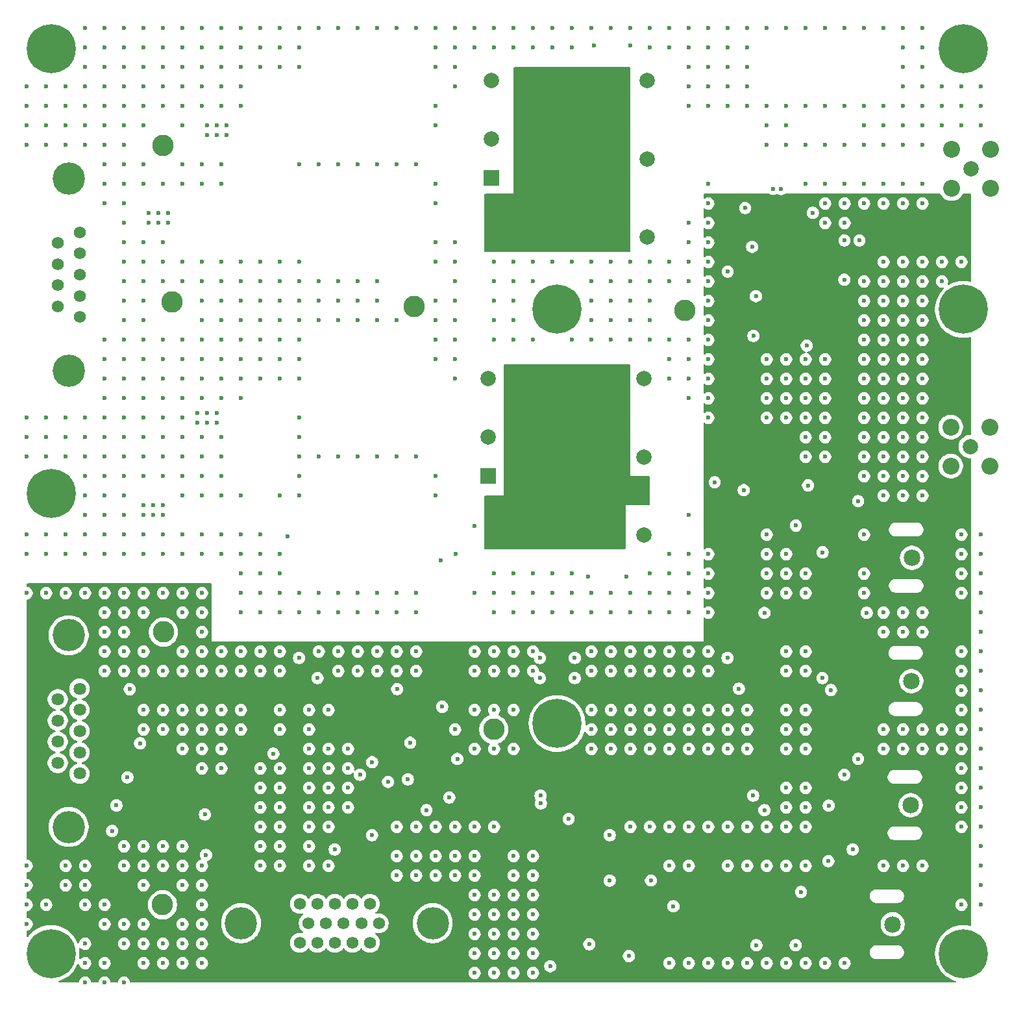
<source format=gbr>
%TF.GenerationSoftware,KiCad,Pcbnew,9.0.3*%
%TF.CreationDate,2025-09-16T11:45:41-04:00*%
%TF.ProjectId,5_COLD_TPC_Charge_Pre_Amp,355f434f-4c44-45f5-9450-435f43686172,rev?*%
%TF.SameCoordinates,Original*%
%TF.FileFunction,Copper,L8,Inr*%
%TF.FilePolarity,Positive*%
%FSLAX46Y46*%
G04 Gerber Fmt 4.6, Leading zero omitted, Abs format (unit mm)*
G04 Created by KiCad (PCBNEW 9.0.3) date 2025-09-16 11:45:41*
%MOMM*%
%LPD*%
G01*
G04 APERTURE LIST*
%TA.AperFunction,ComponentPad*%
%ADD10R,2.000000X2.000000*%
%TD*%
%TA.AperFunction,ComponentPad*%
%ADD11C,2.000000*%
%TD*%
%TA.AperFunction,ComponentPad*%
%ADD12C,2.800000*%
%TD*%
%TA.AperFunction,ComponentPad*%
%ADD13C,1.560000*%
%TD*%
%TA.AperFunction,ComponentPad*%
%ADD14C,4.216000*%
%TD*%
%TA.AperFunction,ComponentPad*%
%ADD15C,2.006600*%
%TD*%
%TA.AperFunction,ComponentPad*%
%ADD16C,2.209800*%
%TD*%
%TA.AperFunction,ComponentPad*%
%ADD17C,6.400000*%
%TD*%
%TA.AperFunction,ComponentPad*%
%ADD18C,1.575000*%
%TD*%
%TA.AperFunction,ComponentPad*%
%ADD19C,2.159000*%
%TD*%
%TA.AperFunction,ComponentPad*%
%ADD20C,1.635000*%
%TD*%
%TA.AperFunction,ViaPad*%
%ADD21C,0.600000*%
%TD*%
%TA.AperFunction,ViaPad*%
%ADD22C,1.500000*%
%TD*%
G04 APERTURE END LIST*
D10*
%TO.N,/Main_Converter/V_POS*%
%TO.C,U4*%
X271000000Y-111750000D03*
D11*
%TO.N,/Main_Converter/V_RTN*%
X271000000Y-106650000D03*
%TO.N,/PM_5V_RTN*%
X291300000Y-119450000D03*
%TO.N,unconnected-(U4-TRIM-Pad4)*%
X291300000Y-109250000D03*
%TO.N,/M5V*%
X291300000Y-99050000D03*
%TO.N,/Enable_CKT/Enable*%
X271000000Y-99050000D03*
%TD*%
D12*
%TO.N,/PM_5V_TELEM_RTN*%
%TO.C,Telem_RTN1*%
X271750000Y-144770000D03*
%TD*%
D13*
%TO.N,/V_SEC_RTN*%
%TO.C,J1*%
X217755000Y-79935000D03*
X217755000Y-82705000D03*
%TO.N,unconnected-(J1-Pad3)*%
X217755000Y-85475000D03*
%TO.N,/V_SEC_RTN*%
X217755000Y-88245000D03*
X217755000Y-91015000D03*
%TO.N,/V_SEC_IN*%
X214915000Y-81320000D03*
X214915000Y-84090000D03*
X214915000Y-86860000D03*
X214915000Y-89630000D03*
D14*
%TO.N,GNDPWR*%
X216335000Y-72975000D03*
X216335000Y-97975000D03*
%TD*%
D12*
%TO.N,/M5_TELEM*%
%TO.C,-5V1*%
X228660000Y-132080000D03*
%TD*%
D15*
%TO.N,/M5V_OUT*%
%TO.C,J4*%
X333883000Y-107895000D03*
D16*
%TO.N,/PM_5V_RTN*%
X336423000Y-105355000D03*
X331343000Y-105355000D03*
X331343000Y-110435000D03*
X336423000Y-110435000D03*
%TD*%
D17*
%TO.N,GNDPWR*%
%TO.C,H3*%
X333000000Y-90000000D03*
%TD*%
D12*
%TO.N,/P5_TELEM*%
%TO.C,+5V1*%
X228540000Y-167640000D03*
%TD*%
D17*
%TO.N,GNDPWR*%
%TO.C,H1*%
X214000000Y-56000000D03*
%TD*%
%TO.N,GNDPWR*%
%TO.C,H2*%
X333000000Y-56000000D03*
%TD*%
D18*
%TO.N,/TEMP_MON*%
%TO.C,J3*%
X255606000Y-167510000D03*
%TO.N,/M5V_V_MON*%
X253316000Y-167510000D03*
%TO.N,/P5V_V_MON*%
X251026000Y-167510000D03*
%TO.N,/M5V_I_MON*%
X248736000Y-167510000D03*
%TO.N,/P5V_I_MON*%
X246446000Y-167510000D03*
%TO.N,/PM_5V_TELEM_RTN*%
X256751000Y-170050000D03*
X254461000Y-170050000D03*
X252171000Y-170050000D03*
X249881000Y-170050000D03*
X247591000Y-170050000D03*
%TO.N,unconnected-(J3-Pad11)*%
X255606000Y-172590000D03*
%TO.N,unconnected-(J3-Pad12)*%
X253316000Y-172590000D03*
%TO.N,unconnected-(J3-Pad13)*%
X251026000Y-172590000D03*
%TO.N,/Enable+*%
X248736000Y-172590000D03*
%TO.N,/Enable-*%
X246446000Y-172590000D03*
D14*
%TO.N,GNDPWR*%
X238785000Y-170050000D03*
X263775000Y-170050000D03*
%TD*%
D15*
%TO.N,/P5V_OUT*%
%TO.C,J5*%
X334010000Y-71705000D03*
D16*
%TO.N,/PM_5V_RTN*%
X336550000Y-69165000D03*
X331470000Y-69165000D03*
X331470000Y-74245000D03*
X336550000Y-74245000D03*
%TD*%
D12*
%TO.N,/Enable_CKT/Enable*%
%TO.C,V_{EN}1*%
X261320000Y-89620000D03*
%TD*%
D17*
%TO.N,GNDPWR*%
%TO.C,H8*%
X280000000Y-90000000D03*
%TD*%
D19*
%TO.N,Net-(M4-Pad3)*%
%TO.C,P1*%
X326300000Y-122390000D03*
%TD*%
%TO.N,Net-(P2-Pad1)*%
%TO.C,P2*%
X326220000Y-138470201D03*
%TD*%
D20*
%TO.N,/PM_5V_TELEM_RTN*%
%TO.C,J2*%
X217720000Y-150540000D03*
X217720000Y-147770000D03*
%TO.N,unconnected-(J2-Pad3)*%
X217720000Y-145000000D03*
%TO.N,/PM_5V_TELEM_RTN*%
X217720000Y-142230000D03*
X217720000Y-139460000D03*
%TO.N,/P5_TELEM*%
X214880000Y-149155000D03*
X214880000Y-146385000D03*
%TO.N,/M5_TELEM*%
X214880000Y-143615000D03*
X214880000Y-140845000D03*
D14*
%TO.N,GNDPWR*%
X216300000Y-132500000D03*
X216300000Y-157500000D03*
%TD*%
D12*
%TO.N,/V_SEC_IN*%
%TO.C,+12V1*%
X228570000Y-68590000D03*
%TD*%
D17*
%TO.N,GNDPWR*%
%TO.C,H5*%
X280000000Y-144000000D03*
%TD*%
D19*
%TO.N,Net-(P3-Pad1)*%
%TO.C,P3*%
X326120000Y-154650000D03*
%TD*%
D10*
%TO.N,/Main_Converter1/V_POS*%
%TO.C,U1*%
X271470000Y-72865000D03*
D11*
%TO.N,/Main_Converter1/V_RTN*%
X271470000Y-67765000D03*
%TO.N,/P5V*%
X291770000Y-80565000D03*
%TO.N,unconnected-(U1-TRIM-Pad4)*%
X291770000Y-70365000D03*
%TO.N,/PM_5V_RTN*%
X291770000Y-60165000D03*
%TO.N,/Enable_CKT/Enable*%
X271470000Y-60165000D03*
%TD*%
D12*
%TO.N,/V_SEC_RTN*%
%TO.C,+12V_RTN1*%
X229810000Y-89060000D03*
%TD*%
%TO.N,/PM_5V_RTN*%
%TO.C,+/-5V_{RTN}1*%
X296700000Y-90100000D03*
%TD*%
D19*
%TO.N,Net-(M3-Pad3)*%
%TO.C,P4*%
X323780000Y-170190201D03*
%TD*%
D17*
%TO.N,GNDPWR*%
%TO.C,H7*%
X333000000Y-174000000D03*
%TD*%
%TO.N,GNDPWR*%
%TO.C,H4*%
X214000000Y-114000000D03*
%TD*%
%TO.N,GNDPWR*%
%TO.C,H9*%
X214000000Y-174000000D03*
%TD*%
D21*
%TO.N,/PM_5V_RTN*%
X289520000Y-55620000D03*
X289080000Y-124820000D03*
X319440000Y-81020000D03*
D22*
%TO.N,GNDPWR*%
X284480000Y-74930000D03*
X279400000Y-111760000D03*
X287020000Y-111760000D03*
X276860000Y-116840000D03*
X284480000Y-111760000D03*
X279400000Y-104140000D03*
X279400000Y-72390000D03*
X281940000Y-111760000D03*
X284480000Y-119380000D03*
X279400000Y-62230000D03*
X274320000Y-114300000D03*
X281940000Y-101600000D03*
X279400000Y-77470000D03*
X274320000Y-106680000D03*
X274320000Y-80010000D03*
X284480000Y-106680000D03*
X276860000Y-106680000D03*
X276860000Y-64770000D03*
X276860000Y-77470000D03*
X281940000Y-59690000D03*
X287020000Y-114300000D03*
X284480000Y-116840000D03*
X284480000Y-109220000D03*
X279400000Y-69850000D03*
X281940000Y-104140000D03*
X284480000Y-77470000D03*
X276860000Y-104140000D03*
X276860000Y-114300000D03*
X276860000Y-59690000D03*
X287020000Y-74930000D03*
X284480000Y-69850000D03*
X276860000Y-101600000D03*
X279400000Y-114300000D03*
X281940000Y-80010000D03*
X284480000Y-80010000D03*
X276860000Y-69850000D03*
X274320000Y-77470000D03*
X287020000Y-104140000D03*
X276860000Y-62230000D03*
X274320000Y-116840000D03*
X274320000Y-109220000D03*
X281940000Y-64770000D03*
X287020000Y-106680000D03*
X287020000Y-80010000D03*
X284480000Y-99060000D03*
X279400000Y-101600000D03*
X279400000Y-106680000D03*
X287020000Y-69850000D03*
X287020000Y-119380000D03*
X284480000Y-101600000D03*
X281940000Y-114300000D03*
X281940000Y-116840000D03*
X279400000Y-59690000D03*
X279400000Y-80010000D03*
X284480000Y-62230000D03*
X276860000Y-72390000D03*
X287020000Y-116840000D03*
X276860000Y-80010000D03*
X274320000Y-104140000D03*
X287020000Y-99060000D03*
X274320000Y-99060000D03*
X281940000Y-109220000D03*
X287020000Y-64770000D03*
X281940000Y-62230000D03*
X274320000Y-101600000D03*
X279400000Y-99060000D03*
X279400000Y-116840000D03*
D21*
X284010000Y-124810000D03*
D22*
X290195000Y-113665000D03*
X287020000Y-62230000D03*
X279400000Y-67310000D03*
X271780000Y-119380000D03*
X281940000Y-67310000D03*
X287020000Y-67310000D03*
X287020000Y-109220000D03*
X284480000Y-59690000D03*
X281940000Y-119380000D03*
X281940000Y-74930000D03*
X276860000Y-74930000D03*
D21*
X284810000Y-55620000D03*
D22*
X279400000Y-109220000D03*
X281940000Y-77470000D03*
X279400000Y-64770000D03*
X281940000Y-69850000D03*
X284480000Y-64770000D03*
X281940000Y-99060000D03*
X281940000Y-72390000D03*
X271780000Y-116840000D03*
X287020000Y-72390000D03*
X284480000Y-72390000D03*
X276860000Y-67310000D03*
X276860000Y-99060000D03*
X276860000Y-119380000D03*
X271780000Y-80010000D03*
X284480000Y-114300000D03*
X281940000Y-106680000D03*
X274320000Y-119380000D03*
X279400000Y-74930000D03*
X279400000Y-119380000D03*
X284480000Y-67310000D03*
X287020000Y-101600000D03*
X287020000Y-77470000D03*
X284480000Y-104140000D03*
X276860000Y-109220000D03*
X276860000Y-111760000D03*
X271780000Y-77470000D03*
X274320000Y-111760000D03*
X287020000Y-59690000D03*
D21*
%TO.N,/V_SEC_RTN*%
X276860000Y-93980000D03*
X320040000Y-63500000D03*
X299720000Y-81280000D03*
X269240000Y-127000000D03*
X297180000Y-53340000D03*
X233680000Y-60960000D03*
X236220000Y-60960000D03*
X220980000Y-93980000D03*
X246380000Y-86360000D03*
X236220000Y-119380000D03*
X223520000Y-60960000D03*
X226060000Y-119380000D03*
X302260000Y-53340000D03*
X284480000Y-83820000D03*
X238760000Y-127000000D03*
X327660000Y-55880000D03*
X238760000Y-91440000D03*
X233045000Y-103505000D03*
X233680000Y-53340000D03*
X236220000Y-101600000D03*
X314960000Y-53340000D03*
X213360000Y-121920000D03*
X325120000Y-111760000D03*
X235585000Y-67310000D03*
X231140000Y-93980000D03*
X325120000Y-101600000D03*
X213360000Y-104140000D03*
X261620000Y-127000000D03*
X317500000Y-63500000D03*
X241300000Y-53340000D03*
X287020000Y-53340000D03*
X281940000Y-129540000D03*
X218440000Y-104140000D03*
X307340000Y-121920000D03*
X215900000Y-63500000D03*
X325120000Y-88900000D03*
X215900000Y-109220000D03*
X248920000Y-53340000D03*
X226060000Y-55880000D03*
X226060000Y-60960000D03*
X309880000Y-101600000D03*
X236220000Y-86360000D03*
X264160000Y-91440000D03*
X332740000Y-60960000D03*
X314960000Y-109220000D03*
X223520000Y-83820000D03*
X241300000Y-99060000D03*
X299720000Y-93980000D03*
X220980000Y-68580000D03*
X325120000Y-93980000D03*
X320040000Y-106680000D03*
X220980000Y-111760000D03*
X327660000Y-99060000D03*
X233680000Y-83820000D03*
X228600000Y-60960000D03*
X297180000Y-60960000D03*
X243840000Y-53340000D03*
X297180000Y-101600000D03*
X241300000Y-127000000D03*
X210820000Y-60960000D03*
X271780000Y-55880000D03*
X289560000Y-127000000D03*
X309880000Y-121920000D03*
X210820000Y-66040000D03*
X294640000Y-83820000D03*
X284480000Y-129540000D03*
X223520000Y-104140000D03*
X327660000Y-111760000D03*
X236220000Y-109220000D03*
X256540000Y-53340000D03*
X325120000Y-99060000D03*
X312420000Y-68580000D03*
X238760000Y-60960000D03*
X226060000Y-83820000D03*
X299720000Y-86360000D03*
X220980000Y-71120000D03*
X294640000Y-55880000D03*
X231140000Y-71120000D03*
X309880000Y-127000000D03*
X325120000Y-109220000D03*
X220980000Y-66040000D03*
X299720000Y-76200000D03*
X320040000Y-101600000D03*
X213360000Y-119380000D03*
X231140000Y-86360000D03*
X236220000Y-63500000D03*
X294640000Y-127000000D03*
X325120000Y-63500000D03*
X231140000Y-104140000D03*
X266700000Y-60960000D03*
X231140000Y-119380000D03*
X231140000Y-101600000D03*
X223520000Y-73660000D03*
X223520000Y-93980000D03*
X320040000Y-99060000D03*
X236220000Y-88900000D03*
X289560000Y-83820000D03*
X226060000Y-109220000D03*
X309880000Y-53340000D03*
X274320000Y-83820000D03*
X234315000Y-103505000D03*
X327660000Y-104140000D03*
X279400000Y-127000000D03*
X241300000Y-55880000D03*
X292100000Y-88900000D03*
X281940000Y-124460000D03*
X223520000Y-109220000D03*
X228600000Y-86360000D03*
X264160000Y-96520000D03*
X241300000Y-88900000D03*
X236220000Y-73660000D03*
X312420000Y-63500000D03*
X256540000Y-129540000D03*
X231140000Y-53340000D03*
X325120000Y-86360000D03*
X292100000Y-55880000D03*
X223520000Y-63500000D03*
X231140000Y-58420000D03*
X271780000Y-83820000D03*
X325120000Y-55880000D03*
X235585000Y-66040000D03*
X281940000Y-127000000D03*
X322580000Y-111760000D03*
X226060000Y-86360000D03*
X264160000Y-111760000D03*
X327660000Y-109220000D03*
X215900000Y-121920000D03*
X274320000Y-127000000D03*
X220980000Y-101600000D03*
X231140000Y-83820000D03*
X259080000Y-109220000D03*
X251460000Y-129540000D03*
X320040000Y-93980000D03*
X215900000Y-106680000D03*
X238760000Y-86360000D03*
X220980000Y-109220000D03*
X271780000Y-129540000D03*
X251460000Y-127000000D03*
X226060000Y-73660000D03*
X228600000Y-55880000D03*
X320040000Y-68580000D03*
X299720000Y-124460000D03*
X228600000Y-96520000D03*
X309880000Y-96520000D03*
X297180000Y-116840000D03*
X218440000Y-109220000D03*
X220980000Y-116840000D03*
X213360000Y-66040000D03*
X220980000Y-119380000D03*
X307340000Y-104140000D03*
X248920000Y-88900000D03*
X220980000Y-73660000D03*
X292100000Y-93980000D03*
X236220000Y-58420000D03*
X309880000Y-104140000D03*
X276860000Y-86360000D03*
X228600000Y-99060000D03*
X299720000Y-53340000D03*
X304800000Y-53340000D03*
X228600000Y-106680000D03*
X284480000Y-91440000D03*
X238760000Y-129540000D03*
X233680000Y-109220000D03*
X223520000Y-53340000D03*
X294640000Y-124460000D03*
X297180000Y-96520000D03*
X322580000Y-63500000D03*
X243840000Y-96520000D03*
X312420000Y-127000000D03*
X297180000Y-127000000D03*
X223520000Y-88900000D03*
X314960000Y-104140000D03*
X264160000Y-58420000D03*
X233680000Y-96520000D03*
X243840000Y-83820000D03*
X292100000Y-124460000D03*
X223520000Y-81280000D03*
X320040000Y-76200000D03*
X226060000Y-91440000D03*
X238760000Y-58420000D03*
X210820000Y-106680000D03*
X287020000Y-91440000D03*
X236220000Y-71120000D03*
X279400000Y-129540000D03*
X241300000Y-121920000D03*
X274320000Y-93980000D03*
X327660000Y-93980000D03*
X226060000Y-99060000D03*
X238760000Y-99060000D03*
X299720000Y-127000000D03*
X246380000Y-96520000D03*
X307340000Y-101600000D03*
X289560000Y-129540000D03*
X269240000Y-53340000D03*
X233680000Y-101600000D03*
X312420000Y-101600000D03*
X322580000Y-104140000D03*
X292100000Y-127000000D03*
X236220000Y-99060000D03*
X246380000Y-58420000D03*
X215900000Y-60960000D03*
X246380000Y-111760000D03*
X292100000Y-83820000D03*
X248920000Y-109220000D03*
X231140000Y-99060000D03*
X243840000Y-58420000D03*
X223520000Y-58420000D03*
X228600000Y-119380000D03*
X332740000Y-63500000D03*
X213360000Y-109220000D03*
X243840000Y-127000000D03*
X264160000Y-55880000D03*
X246380000Y-127000000D03*
X231140000Y-114300000D03*
X228600000Y-53340000D03*
X325120000Y-68580000D03*
X231140000Y-73660000D03*
X325120000Y-53340000D03*
X218440000Y-53340000D03*
X307340000Y-124460000D03*
X327660000Y-66040000D03*
X294640000Y-93980000D03*
X299720000Y-121920000D03*
X210820000Y-119380000D03*
X281940000Y-83820000D03*
X236220000Y-96520000D03*
X322580000Y-99060000D03*
X241300000Y-129540000D03*
X236220000Y-53340000D03*
X302260000Y-55880000D03*
X304800000Y-63500000D03*
X243840000Y-55880000D03*
X279400000Y-55880000D03*
X274320000Y-53340000D03*
X256540000Y-86360000D03*
X246380000Y-71120000D03*
X238760000Y-53340000D03*
X238760000Y-83820000D03*
X261620000Y-53340000D03*
X264160000Y-53340000D03*
X218440000Y-111760000D03*
X287020000Y-88900000D03*
X294640000Y-96520000D03*
X220980000Y-60960000D03*
X266700000Y-88900000D03*
X281940000Y-55880000D03*
X259080000Y-129540000D03*
X276860000Y-127000000D03*
X264160000Y-114300000D03*
X251460000Y-109220000D03*
X330200000Y-63500000D03*
X264160000Y-66040000D03*
X220980000Y-114300000D03*
X284480000Y-93980000D03*
X246380000Y-109220000D03*
X335280000Y-60960000D03*
X317500000Y-78740000D03*
X220980000Y-121920000D03*
X325120000Y-73660000D03*
X307340000Y-63500000D03*
X276860000Y-124460000D03*
X297180000Y-124460000D03*
X233680000Y-71120000D03*
X256540000Y-109220000D03*
X226060000Y-96520000D03*
X248920000Y-127000000D03*
X243840000Y-86360000D03*
X261620000Y-109220000D03*
X320040000Y-111760000D03*
X327660000Y-88900000D03*
X254000000Y-71120000D03*
X254000000Y-53340000D03*
X218440000Y-121920000D03*
X309880000Y-63500000D03*
X309880000Y-68580000D03*
X274320000Y-129540000D03*
X254000000Y-91440000D03*
X332740000Y-66040000D03*
X218440000Y-58420000D03*
X226060000Y-101600000D03*
X235585000Y-103505000D03*
X325120000Y-83820000D03*
X266700000Y-99060000D03*
X312420000Y-106680000D03*
X314960000Y-78740000D03*
X266700000Y-86360000D03*
X307340000Y-96520000D03*
X246380000Y-99060000D03*
X271780000Y-127000000D03*
X320040000Y-104140000D03*
X215900000Y-68580000D03*
X314960000Y-68580000D03*
X307340000Y-119380000D03*
X223520000Y-66040000D03*
X210820000Y-63500000D03*
X312420000Y-99060000D03*
X231140000Y-66040000D03*
X243840000Y-91440000D03*
X264160000Y-93980000D03*
X243840000Y-124460000D03*
X246380000Y-104140000D03*
X236855000Y-66040000D03*
X223520000Y-71120000D03*
X297180000Y-83820000D03*
X223520000Y-111760000D03*
X322580000Y-68580000D03*
X220980000Y-106680000D03*
X236220000Y-106680000D03*
X292100000Y-91440000D03*
X287020000Y-129540000D03*
X322580000Y-88900000D03*
X325120000Y-96520000D03*
X215900000Y-66040000D03*
X243840000Y-129540000D03*
X234315000Y-104775000D03*
X317500000Y-73660000D03*
X332740000Y-83820000D03*
X228600000Y-93980000D03*
X233680000Y-111760000D03*
X266700000Y-91440000D03*
X226060000Y-58420000D03*
X231140000Y-96520000D03*
X254000000Y-129540000D03*
X271780000Y-86360000D03*
X246380000Y-129540000D03*
X251460000Y-71120000D03*
X259080000Y-71120000D03*
X294640000Y-129540000D03*
X299720000Y-96520000D03*
X246380000Y-53340000D03*
X223520000Y-55880000D03*
X307340000Y-127000000D03*
X254000000Y-109220000D03*
X256540000Y-71120000D03*
X241300000Y-119380000D03*
X231140000Y-109220000D03*
X264160000Y-76200000D03*
X327660000Y-86360000D03*
X241300000Y-83820000D03*
X228600000Y-104140000D03*
X233680000Y-88900000D03*
X246380000Y-83820000D03*
X314960000Y-63500000D03*
X226060000Y-121920000D03*
X220980000Y-55880000D03*
X322580000Y-73660000D03*
X218440000Y-106680000D03*
X243840000Y-99060000D03*
X266700000Y-58420000D03*
X241300000Y-96520000D03*
X231140000Y-106680000D03*
X274320000Y-91440000D03*
X320040000Y-66040000D03*
X327660000Y-83820000D03*
X246380000Y-93980000D03*
X228600000Y-111760000D03*
X220980000Y-99060000D03*
X264160000Y-88900000D03*
X299720000Y-101600000D03*
X233680000Y-106680000D03*
X256540000Y-127000000D03*
X312420000Y-104140000D03*
X299720000Y-91440000D03*
X228600000Y-58420000D03*
X327660000Y-96520000D03*
X238760000Y-124460000D03*
X304800000Y-58420000D03*
X314960000Y-106680000D03*
X233680000Y-121920000D03*
X322580000Y-66040000D03*
X264160000Y-81280000D03*
X233680000Y-58420000D03*
X271780000Y-91440000D03*
X213360000Y-60960000D03*
X314960000Y-99060000D03*
X238760000Y-93980000D03*
X312420000Y-109220000D03*
X231140000Y-63500000D03*
X236220000Y-121920000D03*
X254000000Y-127000000D03*
X236220000Y-93980000D03*
X220980000Y-96520000D03*
X220980000Y-104140000D03*
X276860000Y-53340000D03*
X327660000Y-106680000D03*
X236220000Y-114300000D03*
X299720000Y-55880000D03*
X279400000Y-53340000D03*
X317500000Y-68580000D03*
X322580000Y-96520000D03*
X243840000Y-114300000D03*
X246380000Y-114300000D03*
X320040000Y-86360000D03*
X314960000Y-96520000D03*
X330200000Y-60960000D03*
X259080000Y-127000000D03*
X297180000Y-63500000D03*
X299720000Y-83820000D03*
X297180000Y-93980000D03*
X223520000Y-119380000D03*
X220980000Y-63500000D03*
X228600000Y-121920000D03*
X226060000Y-66040000D03*
X264160000Y-73660000D03*
X294640000Y-86360000D03*
X327660000Y-76200000D03*
X210820000Y-104140000D03*
X327660000Y-58420000D03*
X307340000Y-99060000D03*
X327660000Y-73660000D03*
X335280000Y-63500000D03*
X223520000Y-101600000D03*
X251460000Y-86360000D03*
X228600000Y-81280000D03*
X238760000Y-88900000D03*
X223520000Y-68580000D03*
X276860000Y-83820000D03*
X251460000Y-53340000D03*
X314960000Y-76200000D03*
X327660000Y-114300000D03*
X233680000Y-91440000D03*
X279400000Y-124460000D03*
X322580000Y-106680000D03*
X294640000Y-121920000D03*
X233680000Y-63500000D03*
X243840000Y-88900000D03*
X241300000Y-124460000D03*
X233680000Y-73660000D03*
X309880000Y-99060000D03*
X226060000Y-81280000D03*
X287020000Y-86360000D03*
X266700000Y-83820000D03*
X287020000Y-83820000D03*
X325120000Y-91440000D03*
X299720000Y-63500000D03*
X236220000Y-91440000D03*
X223520000Y-76200000D03*
X299720000Y-129540000D03*
X292100000Y-129540000D03*
X327660000Y-63500000D03*
X322580000Y-86360000D03*
X231140000Y-55880000D03*
X231140000Y-60960000D03*
X223520000Y-86360000D03*
X327660000Y-53340000D03*
X276860000Y-129540000D03*
X307340000Y-68580000D03*
X284480000Y-127000000D03*
X243840000Y-121920000D03*
X322580000Y-91440000D03*
X327660000Y-60960000D03*
X299720000Y-104140000D03*
X307340000Y-66040000D03*
X274320000Y-86360000D03*
X213360000Y-106680000D03*
X251460000Y-91440000D03*
X254000000Y-86360000D03*
X238760000Y-114300000D03*
X223520000Y-121920000D03*
X302260000Y-58420000D03*
X233045000Y-104775000D03*
X233680000Y-86360000D03*
X325120000Y-66040000D03*
X322580000Y-53340000D03*
X233680000Y-93980000D03*
X218440000Y-116840000D03*
X320040000Y-96520000D03*
X327660000Y-91440000D03*
X309880000Y-124460000D03*
X299720000Y-58420000D03*
X218440000Y-60960000D03*
X218440000Y-114300000D03*
X302260000Y-63500000D03*
X289560000Y-53340000D03*
X330200000Y-66040000D03*
X228600000Y-63500000D03*
X226060000Y-111760000D03*
X223520000Y-78740000D03*
X246380000Y-91440000D03*
X215900000Y-104140000D03*
X325120000Y-60960000D03*
X246380000Y-55880000D03*
X226060000Y-53340000D03*
X299720000Y-60960000D03*
X233680000Y-114300000D03*
X226060000Y-104140000D03*
X304800000Y-60960000D03*
X231140000Y-121920000D03*
X236220000Y-55880000D03*
X238760000Y-55880000D03*
X325120000Y-106680000D03*
X299720000Y-73660000D03*
X223520000Y-91440000D03*
X320040000Y-109220000D03*
X238760000Y-96520000D03*
X248920000Y-91440000D03*
X241300000Y-93980000D03*
X297180000Y-55880000D03*
X312420000Y-53340000D03*
X236220000Y-111760000D03*
X210820000Y-109220000D03*
X228600000Y-73660000D03*
X312420000Y-124460000D03*
X314960000Y-73660000D03*
X330200000Y-83820000D03*
X210820000Y-121920000D03*
X302260000Y-60960000D03*
X289560000Y-93980000D03*
X238760000Y-119380000D03*
X243840000Y-93980000D03*
X259080000Y-91440000D03*
X220980000Y-53340000D03*
X325120000Y-114300000D03*
X220980000Y-58420000D03*
X228600000Y-83820000D03*
X223520000Y-114300000D03*
X312420000Y-73660000D03*
X322580000Y-109220000D03*
X297180000Y-78740000D03*
X218440000Y-68580000D03*
X266700000Y-81280000D03*
X327660000Y-68580000D03*
X284480000Y-53340000D03*
X304800000Y-55880000D03*
X228600000Y-101600000D03*
X256540000Y-91440000D03*
X317500000Y-53340000D03*
X220980000Y-76200000D03*
X236220000Y-83820000D03*
X241300000Y-91440000D03*
X234315000Y-67310000D03*
X238760000Y-63500000D03*
X226060000Y-93980000D03*
X287020000Y-93980000D03*
X256540000Y-88900000D03*
X254000000Y-88900000D03*
X325120000Y-76200000D03*
X246380000Y-88900000D03*
X226060000Y-88900000D03*
X299720000Y-88900000D03*
X226060000Y-106680000D03*
X320040000Y-53340000D03*
X226060000Y-71120000D03*
X322580000Y-101600000D03*
X223520000Y-106680000D03*
X281940000Y-53340000D03*
X322580000Y-76200000D03*
X248920000Y-86360000D03*
X320040000Y-88900000D03*
X266700000Y-96520000D03*
X307340000Y-53340000D03*
X231140000Y-111760000D03*
X322580000Y-83820000D03*
X269240000Y-55880000D03*
X320040000Y-91440000D03*
X228600000Y-109220000D03*
X299720000Y-78740000D03*
X218440000Y-66040000D03*
X325120000Y-58420000D03*
X261620000Y-71120000D03*
X294640000Y-53340000D03*
X223520000Y-116840000D03*
X238760000Y-101600000D03*
X246380000Y-106680000D03*
X309880000Y-66040000D03*
X292100000Y-53340000D03*
X294640000Y-99060000D03*
X335280000Y-66040000D03*
X297180000Y-81280000D03*
X226060000Y-63500000D03*
X261620000Y-129540000D03*
X264160000Y-63500000D03*
X320040000Y-73660000D03*
X271780000Y-124460000D03*
X236855000Y-67310000D03*
X274320000Y-55880000D03*
X289560000Y-88900000D03*
X218440000Y-63500000D03*
X264160000Y-83820000D03*
X271780000Y-93980000D03*
X223520000Y-99060000D03*
X276860000Y-55880000D03*
X251460000Y-88900000D03*
X259080000Y-53340000D03*
X234315000Y-66040000D03*
X266700000Y-93980000D03*
X287020000Y-127000000D03*
X274320000Y-88900000D03*
X248920000Y-129540000D03*
X233680000Y-99060000D03*
X330200000Y-86360000D03*
X210820000Y-68580000D03*
X218440000Y-119380000D03*
X279400000Y-83820000D03*
X266700000Y-53340000D03*
X297180000Y-86360000D03*
X289560000Y-91440000D03*
X289560000Y-86360000D03*
X213360000Y-63500000D03*
X241300000Y-58420000D03*
X238760000Y-121920000D03*
X299720000Y-99060000D03*
X314960000Y-101600000D03*
X325120000Y-104140000D03*
X274320000Y-124460000D03*
X297180000Y-121920000D03*
X218440000Y-55880000D03*
X213360000Y-68580000D03*
X317500000Y-76200000D03*
X284480000Y-88900000D03*
X233680000Y-119380000D03*
X297180000Y-58420000D03*
X266700000Y-55880000D03*
X312420000Y-96520000D03*
X327660000Y-101600000D03*
X322580000Y-93980000D03*
X284480000Y-86360000D03*
X241300000Y-86360000D03*
X235585000Y-104775000D03*
X215900000Y-119380000D03*
X292100000Y-86360000D03*
X223520000Y-96520000D03*
X271780000Y-88900000D03*
X322580000Y-114300000D03*
X271780000Y-53340000D03*
X297180000Y-129540000D03*
X281940000Y-93980000D03*
X233680000Y-55880000D03*
X297180000Y-99060000D03*
X248920000Y-71120000D03*
%TO.N,/P5V*%
X308175000Y-74295000D03*
%TO.N,/P5_TELEM*%
X259150000Y-139510000D03*
X305997500Y-172920000D03*
X315430000Y-154700000D03*
X223970000Y-151017500D03*
X305936200Y-88275000D03*
X224270000Y-139530000D03*
X315720000Y-139630000D03*
X303720000Y-139470000D03*
%TO.N,/M5V*%
X300560000Y-112540000D03*
%TO.N,/PM_5V_TELEM_RTN*%
X269240000Y-168910000D03*
X264160000Y-163830000D03*
X220980000Y-129540000D03*
X247650000Y-157480000D03*
X299720000Y-142240000D03*
X261620000Y-163830000D03*
X233680000Y-175260000D03*
X231140000Y-170180000D03*
X297180000Y-157480000D03*
X330200000Y-147320000D03*
X312420000Y-162560000D03*
X297180000Y-162560000D03*
X314960000Y-175260000D03*
X265940000Y-153650000D03*
X247650000Y-152400000D03*
X274320000Y-161290000D03*
X332740000Y-149860000D03*
X233680000Y-134620000D03*
X231140000Y-134620000D03*
X297180000Y-144780000D03*
X276860000Y-137160000D03*
X231140000Y-147320000D03*
X274320000Y-147320000D03*
X223520000Y-177800000D03*
X228600000Y-172720000D03*
X299720000Y-147320000D03*
X247650000Y-142240000D03*
X252730000Y-152400000D03*
X335280000Y-129540000D03*
X307340000Y-175260000D03*
X335280000Y-162560000D03*
X297180000Y-147320000D03*
X335280000Y-119380000D03*
X213360000Y-127000000D03*
X233680000Y-142240000D03*
X304800000Y-162560000D03*
X238760000Y-134620000D03*
X215900000Y-162560000D03*
X322580000Y-132080000D03*
X250190000Y-162560000D03*
X271780000Y-137160000D03*
X250190000Y-142240000D03*
X302260000Y-144780000D03*
X274320000Y-166370000D03*
X231140000Y-175260000D03*
X335280000Y-157480000D03*
X320040000Y-127000000D03*
X309880000Y-152400000D03*
X327660000Y-144780000D03*
X304800000Y-175260000D03*
X247650000Y-147320000D03*
X302260000Y-147320000D03*
X279110000Y-175649800D03*
X269240000Y-176530000D03*
X335280000Y-165100000D03*
X252730000Y-154940000D03*
X309880000Y-157480000D03*
X271780000Y-171450000D03*
X220980000Y-134620000D03*
X284480000Y-147320000D03*
X312420000Y-134620000D03*
X236220000Y-149860000D03*
X332740000Y-121920000D03*
X236220000Y-134620000D03*
X325120000Y-144780000D03*
X299720000Y-137160000D03*
X302260000Y-157480000D03*
X312420000Y-137160000D03*
X218440000Y-172720000D03*
X231140000Y-142240000D03*
X261620000Y-157480000D03*
X271780000Y-166370000D03*
X269240000Y-147320000D03*
X236220000Y-144780000D03*
X332740000Y-119380000D03*
X238760000Y-144780000D03*
X294640000Y-157480000D03*
X231140000Y-137160000D03*
X269240000Y-157480000D03*
X277890000Y-154410000D03*
X228600000Y-127000000D03*
X226060000Y-175260000D03*
X236220000Y-147320000D03*
X332740000Y-139700000D03*
X264160000Y-157480000D03*
X221970000Y-158010000D03*
X266700000Y-161290000D03*
X269240000Y-161290000D03*
X315380000Y-161940000D03*
X335280000Y-142240000D03*
X335280000Y-127000000D03*
X241300000Y-162560000D03*
X247650000Y-144780000D03*
X299720000Y-134620000D03*
X228600000Y-160020000D03*
X269240000Y-137160000D03*
X226060000Y-144780000D03*
X257960000Y-151610000D03*
X261620000Y-134620000D03*
X335280000Y-149860000D03*
X335280000Y-124460000D03*
X218440000Y-127000000D03*
X312420000Y-157480000D03*
X281510000Y-156450000D03*
X256540000Y-134620000D03*
X243840000Y-142240000D03*
X226060000Y-165100000D03*
X247650000Y-162560000D03*
X276860000Y-166370000D03*
X312420000Y-147320000D03*
X274320000Y-173990000D03*
X287020000Y-147320000D03*
X332740000Y-167640000D03*
X294640000Y-142240000D03*
X332740000Y-137160000D03*
X241300000Y-137160000D03*
X243840000Y-152400000D03*
X327660000Y-132080000D03*
X297180000Y-137160000D03*
X274320000Y-142240000D03*
X256540000Y-137160000D03*
X266700000Y-144780000D03*
X233680000Y-172720000D03*
X251460000Y-134620000D03*
X231140000Y-160020000D03*
X304800000Y-142240000D03*
X327660000Y-147320000D03*
X218440000Y-162560000D03*
X309880000Y-175260000D03*
X271780000Y-134620000D03*
X305445000Y-81840000D03*
X320390000Y-129570000D03*
X325120000Y-132080000D03*
X215900000Y-127000000D03*
X327660000Y-129540000D03*
X332740000Y-134620000D03*
X250190000Y-154940000D03*
X233680000Y-132080000D03*
X289560000Y-144780000D03*
X274320000Y-137160000D03*
X234070000Y-155860000D03*
X302260000Y-175260000D03*
X250190000Y-152400000D03*
X289560000Y-137160000D03*
X271780000Y-147320000D03*
X274320000Y-176530000D03*
X294640000Y-144780000D03*
X289560000Y-147320000D03*
X322580000Y-162560000D03*
X234220000Y-161135000D03*
X322580000Y-144780000D03*
X220980000Y-132080000D03*
X231140000Y-127000000D03*
X250190000Y-147320000D03*
X297180000Y-142240000D03*
X271780000Y-176530000D03*
X243840000Y-134620000D03*
X220980000Y-167640000D03*
X292257500Y-164469800D03*
X311127500Y-172920000D03*
X223520000Y-129540000D03*
X243840000Y-137160000D03*
X332740000Y-127000000D03*
X312420000Y-144780000D03*
X276860000Y-163830000D03*
X335280000Y-134620000D03*
X335280000Y-167640000D03*
X311817500Y-165960000D03*
X233680000Y-144780000D03*
X292100000Y-157480000D03*
X254000000Y-134620000D03*
X269240000Y-173990000D03*
X335280000Y-147320000D03*
X335280000Y-152400000D03*
X266700000Y-157480000D03*
X312745000Y-112955000D03*
X220980000Y-177800000D03*
X287020000Y-142240000D03*
X241300000Y-154940000D03*
X320040000Y-119380000D03*
X226060000Y-129540000D03*
X327660000Y-162560000D03*
X261620000Y-161290000D03*
X289560000Y-157480000D03*
X269240000Y-166370000D03*
X250190000Y-157480000D03*
X220980000Y-175260000D03*
X241300000Y-149860000D03*
X236220000Y-137160000D03*
X233680000Y-167640000D03*
X241300000Y-134620000D03*
X332740000Y-154940000D03*
X287020000Y-137160000D03*
X223520000Y-170180000D03*
X289377500Y-174329800D03*
X223520000Y-162560000D03*
X294640000Y-162560000D03*
X312420000Y-142240000D03*
X276860000Y-134620000D03*
X243840000Y-160020000D03*
X226060000Y-172720000D03*
X332740000Y-144780000D03*
X261620000Y-137160000D03*
X228600000Y-175260000D03*
X247650000Y-149860000D03*
X210820000Y-167640000D03*
X287020000Y-144780000D03*
X325120000Y-129540000D03*
X218440000Y-167640000D03*
X236220000Y-142240000D03*
X233680000Y-127000000D03*
X322580000Y-147320000D03*
X233680000Y-170180000D03*
X254000000Y-137160000D03*
X332740000Y-157480000D03*
X294640000Y-134620000D03*
X238760000Y-137160000D03*
X241300000Y-157480000D03*
X250190000Y-149860000D03*
X247650000Y-154940000D03*
X243840000Y-162560000D03*
X274320000Y-163830000D03*
X226060000Y-170180000D03*
X220980000Y-137160000D03*
X276860000Y-173990000D03*
X292100000Y-142240000D03*
X215900000Y-165100000D03*
X220980000Y-170180000D03*
X297180000Y-134620000D03*
X223520000Y-127000000D03*
X287020000Y-134620000D03*
X284480000Y-134620000D03*
X265010000Y-141820000D03*
X276860000Y-168910000D03*
X292100000Y-134620000D03*
X225610000Y-146590000D03*
X332740000Y-152400000D03*
X289560000Y-142240000D03*
X297180000Y-175260000D03*
X243840000Y-149860000D03*
X210820000Y-127000000D03*
X312420000Y-152400000D03*
X335280000Y-139700000D03*
X289560000Y-134620000D03*
X332740000Y-124460000D03*
X325120000Y-162560000D03*
X309880000Y-147320000D03*
X313365000Y-77415000D03*
X269240000Y-171450000D03*
X252730000Y-147320000D03*
X223520000Y-160020000D03*
X259080000Y-161290000D03*
X292100000Y-147320000D03*
X210820000Y-170180000D03*
X231140000Y-144780000D03*
X292100000Y-144780000D03*
X213360000Y-167640000D03*
X332740000Y-147320000D03*
X243840000Y-154940000D03*
X233680000Y-137160000D03*
X242990000Y-147930000D03*
X243840000Y-144780000D03*
X241300000Y-152400000D03*
X312420000Y-154940000D03*
X218440000Y-165100000D03*
X330200000Y-144780000D03*
X309880000Y-162560000D03*
X284480000Y-144780000D03*
X271780000Y-173990000D03*
X271780000Y-168910000D03*
X335280000Y-121920000D03*
X233680000Y-147320000D03*
X210820000Y-165100000D03*
X259080000Y-134620000D03*
X222530000Y-154690000D03*
X264160000Y-161290000D03*
X320040000Y-124460000D03*
X294640000Y-137160000D03*
X292100000Y-137160000D03*
X325120000Y-147320000D03*
X302260000Y-162560000D03*
X335280000Y-137160000D03*
X304350000Y-113580000D03*
X269240000Y-163830000D03*
X274320000Y-134620000D03*
X231140000Y-129540000D03*
X228600000Y-162560000D03*
X251460000Y-137160000D03*
X243840000Y-157480000D03*
X220980000Y-127000000D03*
X335280000Y-160020000D03*
X307340000Y-162560000D03*
X228600000Y-142240000D03*
X226060000Y-160020000D03*
X304800000Y-147320000D03*
X294640000Y-147320000D03*
X223520000Y-137160000D03*
X259080000Y-137160000D03*
X276860000Y-161290000D03*
X322580000Y-129540000D03*
X228600000Y-137160000D03*
X223520000Y-132080000D03*
X231140000Y-172720000D03*
X259080000Y-163830000D03*
X248920000Y-134620000D03*
X309880000Y-154940000D03*
X226060000Y-137160000D03*
X302260000Y-142240000D03*
X218440000Y-177800000D03*
X332740000Y-142240000D03*
X284480000Y-137160000D03*
X335280000Y-144780000D03*
X226060000Y-127000000D03*
X274320000Y-168910000D03*
X271780000Y-142240000D03*
X269240000Y-142240000D03*
X304535000Y-76775000D03*
X299720000Y-175260000D03*
X304800000Y-157480000D03*
X284480000Y-142240000D03*
X294640000Y-175260000D03*
X238760000Y-142240000D03*
X335280000Y-154940000D03*
X312420000Y-175260000D03*
X276860000Y-176530000D03*
X218440000Y-175260000D03*
X259080000Y-157480000D03*
X233680000Y-165100000D03*
X226060000Y-142240000D03*
X233680000Y-129540000D03*
X276860000Y-171450000D03*
X299720000Y-157480000D03*
X210820000Y-162560000D03*
X309880000Y-142240000D03*
X266700000Y-163830000D03*
X312576200Y-94715000D03*
X226060000Y-134620000D03*
X311145000Y-118195000D03*
X335280000Y-132080000D03*
X252730000Y-149860000D03*
X271780000Y-157480000D03*
X309880000Y-137160000D03*
X299720000Y-144780000D03*
X309880000Y-144780000D03*
X233680000Y-149860000D03*
X241300000Y-160020000D03*
X223520000Y-134620000D03*
X307340000Y-157480000D03*
X231140000Y-165100000D03*
X226060000Y-162560000D03*
X295177500Y-167840000D03*
X223520000Y-172720000D03*
X274320000Y-171450000D03*
X231140000Y-162560000D03*
X317500000Y-175260000D03*
X269240000Y-134620000D03*
X309880000Y-134620000D03*
X228600000Y-144780000D03*
X247650000Y-160020000D03*
X304800000Y-144780000D03*
X233680000Y-162560000D03*
%TO.N,/M5_TELEM*%
X284210000Y-172779800D03*
%TO.N,/Telemetry_CKT/V3p3*%
X265020000Y-144920000D03*
X305067500Y-165957500D03*
X304535000Y-78045000D03*
X312735000Y-114215000D03*
X273680000Y-156780000D03*
%TO.N,Net-(C31-Pad2)*%
X314645000Y-121675000D03*
X282310000Y-138080000D03*
X314610000Y-138080000D03*
%TO.N,Net-(C32-Pad2)*%
X282310000Y-135460000D03*
X302220000Y-135460000D03*
X302255000Y-85075000D03*
%TO.N,/Telemetry_CKT/nV3p3*%
X286860000Y-158570000D03*
X255870000Y-149050000D03*
X255860000Y-158570000D03*
X286860000Y-164479800D03*
%TO.N,/V_SEC_IN*%
X226060000Y-115570000D03*
X227965000Y-77470000D03*
X227330000Y-115570000D03*
X227965000Y-78740000D03*
X228600000Y-116840000D03*
X229235000Y-77470000D03*
X227330000Y-116840000D03*
X226060000Y-116840000D03*
X244820000Y-119630000D03*
X226695000Y-77470000D03*
X226695000Y-78740000D03*
X229235000Y-78740000D03*
X228600000Y-115570000D03*
%TO.N,/M5V_V_MON*%
X307050000Y-129580000D03*
X262970000Y-155300000D03*
X307040000Y-155300000D03*
%TO.N,/M5V_I_MON*%
X277760000Y-138080000D03*
X248750000Y-138080000D03*
%TO.N,/P5V_I_MON*%
X246350000Y-135460000D03*
X277760000Y-135460000D03*
%TO.N,/P5V_V_MON*%
X251000000Y-160420000D03*
X318560000Y-160420000D03*
%TO.N,/P5V_OUT*%
X309235000Y-74305000D03*
X317490000Y-81010000D03*
%TO.N,Net-(M2-Pad1)*%
X264860000Y-122740000D03*
%TO.N,/Enable_CKT/Enable*%
X266760000Y-121840000D03*
X269210000Y-118230000D03*
%TO.N,/Telemetry_CKT/V_TEMP*%
X305570000Y-153400000D03*
X277840000Y-153400000D03*
X305605000Y-93455000D03*
%TO.N,Net-(U11A-+INA)*%
X317480000Y-150690000D03*
X254290000Y-150690000D03*
X317480000Y-86140000D03*
%TO.N,Net-(U11B--INB)*%
X319270000Y-115010000D03*
X319270000Y-148610000D03*
X266990000Y-148630000D03*
%TO.N,Net-(U11B-B_OUT)*%
X260850000Y-146510000D03*
X260530000Y-151290000D03*
%TD*%
%TA.AperFunction,Conductor*%
%TO.N,GNDPWR*%
G36*
X289503039Y-97174685D02*
G01*
X289548794Y-97227489D01*
X289560000Y-97279000D01*
X289560000Y-111760000D01*
X291976000Y-111760000D01*
X292043039Y-111779685D01*
X292088794Y-111832489D01*
X292100000Y-111884000D01*
X292100000Y-115446000D01*
X292080315Y-115513039D01*
X292027511Y-115558794D01*
X291976000Y-115570000D01*
X288925000Y-115570000D01*
X288925000Y-121161000D01*
X288905315Y-121228039D01*
X288852511Y-121273794D01*
X288801000Y-121285000D01*
X270634000Y-121285000D01*
X270566961Y-121265315D01*
X270521206Y-121212511D01*
X270510000Y-121161000D01*
X270510000Y-114424000D01*
X270529685Y-114356961D01*
X270582489Y-114311206D01*
X270634000Y-114300000D01*
X273050000Y-114300000D01*
X273050000Y-97279000D01*
X273069685Y-97211961D01*
X273122489Y-97166206D01*
X273174000Y-97155000D01*
X289436000Y-97155000D01*
X289503039Y-97174685D01*
G37*
%TD.AperFunction*%
%TD*%
%TA.AperFunction,Conductor*%
%TO.N,GNDPWR*%
G36*
X289503039Y-58439685D02*
G01*
X289548794Y-58492489D01*
X289560000Y-58544000D01*
X289560000Y-82426000D01*
X289540315Y-82493039D01*
X289487511Y-82538794D01*
X289436000Y-82550000D01*
X270634000Y-82550000D01*
X270566961Y-82530315D01*
X270521206Y-82477511D01*
X270510000Y-82426000D01*
X270510000Y-75054000D01*
X270529685Y-74986961D01*
X270582489Y-74941206D01*
X270634000Y-74930000D01*
X274320000Y-74930000D01*
X274320000Y-58544000D01*
X274339685Y-58476961D01*
X274392489Y-58431206D01*
X274444000Y-58420000D01*
X289436000Y-58420000D01*
X289503039Y-58439685D01*
G37*
%TD.AperFunction*%
%TD*%
%TA.AperFunction,Conductor*%
%TO.N,/Telemetry_CKT/V3p3*%
G36*
X307665013Y-74935328D02*
G01*
X307683922Y-74935666D01*
X307712140Y-74949166D01*
X307713907Y-74949685D01*
X307715694Y-74950855D01*
X307795821Y-75004394D01*
X307795823Y-75004395D01*
X307795827Y-75004397D01*
X307915581Y-75054000D01*
X307941503Y-75064737D01*
X308050475Y-75086413D01*
X308096153Y-75095499D01*
X308096156Y-75095500D01*
X308096158Y-75095500D01*
X308253844Y-75095500D01*
X308253845Y-75095499D01*
X308408497Y-75064737D01*
X308521166Y-75018067D01*
X308554172Y-75004397D01*
X308554172Y-75004396D01*
X308554179Y-75004394D01*
X308628626Y-74954649D01*
X308695303Y-74933772D01*
X308762683Y-74952256D01*
X308766405Y-74954648D01*
X308855821Y-75014394D01*
X308855823Y-75014395D01*
X308855827Y-75014397D01*
X308977363Y-75064738D01*
X309001503Y-75074737D01*
X309156153Y-75105499D01*
X309156156Y-75105500D01*
X309156158Y-75105500D01*
X309313844Y-75105500D01*
X309313845Y-75105499D01*
X309468497Y-75074737D01*
X309614179Y-75014394D01*
X309709207Y-74950897D01*
X309775884Y-74930020D01*
X309778098Y-74930000D01*
X329941255Y-74930000D01*
X330008294Y-74949685D01*
X330051740Y-74997705D01*
X330060245Y-75014397D01*
X330096939Y-75086413D01*
X330245470Y-75290848D01*
X330424152Y-75469530D01*
X330628587Y-75618061D01*
X330853740Y-75732782D01*
X331094068Y-75810870D01*
X331187662Y-75825693D01*
X331343647Y-75850400D01*
X331343652Y-75850400D01*
X331596353Y-75850400D01*
X331735005Y-75828438D01*
X331845932Y-75810870D01*
X332086260Y-75732782D01*
X332311413Y-75618061D01*
X332515848Y-75469530D01*
X332694530Y-75290848D01*
X332843061Y-75086413D01*
X332888260Y-74997705D01*
X332936235Y-74946909D01*
X332998745Y-74930000D01*
X333886000Y-74930000D01*
X333953039Y-74949685D01*
X333998794Y-75002489D01*
X334010000Y-75054000D01*
X334010000Y-86276809D01*
X333990315Y-86343848D01*
X333937511Y-86389603D01*
X333868353Y-86399547D01*
X333861809Y-86398426D01*
X333543630Y-86335137D01*
X333271111Y-86308296D01*
X333181794Y-86299500D01*
X332818206Y-86299500D01*
X332735679Y-86307628D01*
X332456369Y-86335137D01*
X332099787Y-86406064D01*
X332099776Y-86406067D01*
X331751834Y-86511614D01*
X331415921Y-86650754D01*
X331415916Y-86650756D01*
X331118035Y-86809977D01*
X331049632Y-86824219D01*
X330984388Y-86799219D01*
X330943018Y-86742914D01*
X330938656Y-86673180D01*
X330945021Y-86653166D01*
X330969737Y-86593497D01*
X331000500Y-86438842D01*
X331000500Y-86281158D01*
X331000500Y-86281155D01*
X331000499Y-86281153D01*
X330969738Y-86126510D01*
X330969737Y-86126503D01*
X330959802Y-86102517D01*
X330909397Y-85980827D01*
X330909390Y-85980814D01*
X330821789Y-85849711D01*
X330821786Y-85849707D01*
X330710292Y-85738213D01*
X330710288Y-85738210D01*
X330579185Y-85650609D01*
X330579172Y-85650602D01*
X330433501Y-85590264D01*
X330433489Y-85590261D01*
X330278845Y-85559500D01*
X330278842Y-85559500D01*
X330121158Y-85559500D01*
X330121155Y-85559500D01*
X329966510Y-85590261D01*
X329966498Y-85590264D01*
X329820827Y-85650602D01*
X329820814Y-85650609D01*
X329689711Y-85738210D01*
X329689707Y-85738213D01*
X329578213Y-85849707D01*
X329578210Y-85849711D01*
X329490609Y-85980814D01*
X329490602Y-85980827D01*
X329430264Y-86126498D01*
X329430261Y-86126510D01*
X329399500Y-86281153D01*
X329399500Y-86438846D01*
X329430261Y-86593489D01*
X329430264Y-86593501D01*
X329490602Y-86739172D01*
X329490609Y-86739185D01*
X329578210Y-86870288D01*
X329578213Y-86870292D01*
X329689707Y-86981786D01*
X329689711Y-86981789D01*
X329820814Y-87069390D01*
X329820827Y-87069397D01*
X329966498Y-87129735D01*
X329966503Y-87129737D01*
X330113436Y-87158964D01*
X330121153Y-87160499D01*
X330121156Y-87160500D01*
X330121158Y-87160500D01*
X330278842Y-87160500D01*
X330286563Y-87158964D01*
X330356155Y-87165190D01*
X330411333Y-87208052D01*
X330434579Y-87273941D01*
X330418512Y-87341939D01*
X330398439Y-87368262D01*
X330254802Y-87511899D01*
X330024150Y-87792950D01*
X330024140Y-87792964D01*
X329822151Y-88095261D01*
X329822140Y-88095279D01*
X329650756Y-88415916D01*
X329650754Y-88415921D01*
X329511614Y-88751834D01*
X329406067Y-89099776D01*
X329406064Y-89099787D01*
X329335137Y-89456369D01*
X329299500Y-89818209D01*
X329299500Y-90181790D01*
X329335137Y-90543630D01*
X329406064Y-90900212D01*
X329406067Y-90900223D01*
X329511614Y-91248165D01*
X329650754Y-91584078D01*
X329650756Y-91584083D01*
X329822140Y-91904720D01*
X329822151Y-91904738D01*
X330024140Y-92207035D01*
X330024150Y-92207049D01*
X330254807Y-92488106D01*
X330511893Y-92745192D01*
X330511898Y-92745196D01*
X330511899Y-92745197D01*
X330792956Y-92975854D01*
X331095268Y-93177853D01*
X331095277Y-93177858D01*
X331095279Y-93177859D01*
X331415916Y-93349243D01*
X331415918Y-93349243D01*
X331415924Y-93349247D01*
X331751836Y-93488386D01*
X332099767Y-93593930D01*
X332099773Y-93593931D01*
X332099776Y-93593932D01*
X332099787Y-93593935D01*
X332456369Y-93664862D01*
X332818206Y-93700500D01*
X332818209Y-93700500D01*
X333181791Y-93700500D01*
X333181794Y-93700500D01*
X333543631Y-93664862D01*
X333861809Y-93601573D01*
X333931400Y-93607800D01*
X333986578Y-93650663D01*
X334009822Y-93716553D01*
X334010000Y-93723190D01*
X334010000Y-106267200D01*
X333990315Y-106334239D01*
X333937511Y-106379994D01*
X333886000Y-106391200D01*
X333764648Y-106391200D01*
X333703721Y-106400850D01*
X333530857Y-106428229D01*
X333530854Y-106428229D01*
X333305743Y-106501372D01*
X333094836Y-106608835D01*
X332985580Y-106688214D01*
X332903340Y-106747966D01*
X332903338Y-106747968D01*
X332903337Y-106747968D01*
X332735968Y-106915337D01*
X332735968Y-106915338D01*
X332735966Y-106915340D01*
X332703228Y-106960400D01*
X332596835Y-107106836D01*
X332489372Y-107317743D01*
X332416229Y-107542854D01*
X332416229Y-107542857D01*
X332379200Y-107776648D01*
X332379200Y-108013351D01*
X332416229Y-108247142D01*
X332416229Y-108247145D01*
X332489372Y-108472256D01*
X332553549Y-108598210D01*
X332596835Y-108683163D01*
X332735966Y-108874660D01*
X332903340Y-109042034D01*
X333094837Y-109181165D01*
X333305741Y-109288626D01*
X333305743Y-109288627D01*
X333530855Y-109361770D01*
X333530856Y-109361770D01*
X333530859Y-109361771D01*
X333764648Y-109398800D01*
X333764649Y-109398800D01*
X333886000Y-109398800D01*
X333953039Y-109418485D01*
X333998794Y-109471289D01*
X334010000Y-109522800D01*
X334010000Y-170276809D01*
X333990315Y-170343848D01*
X333937511Y-170389603D01*
X333868353Y-170399547D01*
X333861809Y-170398426D01*
X333543630Y-170335137D01*
X333271111Y-170308296D01*
X333181794Y-170299500D01*
X332818206Y-170299500D01*
X332735679Y-170307628D01*
X332456369Y-170335137D01*
X332099787Y-170406064D01*
X332099776Y-170406067D01*
X331751834Y-170511614D01*
X331415921Y-170650754D01*
X331415916Y-170650756D01*
X331095279Y-170822140D01*
X331095261Y-170822151D01*
X330792964Y-171024140D01*
X330792950Y-171024150D01*
X330511893Y-171254807D01*
X330254807Y-171511893D01*
X330024150Y-171792950D01*
X330024140Y-171792964D01*
X329822151Y-172095261D01*
X329822140Y-172095279D01*
X329650756Y-172415916D01*
X329650754Y-172415921D01*
X329511614Y-172751834D01*
X329406067Y-173099776D01*
X329406064Y-173099787D01*
X329335137Y-173456369D01*
X329318096Y-173629394D01*
X329299500Y-173818206D01*
X329299500Y-174181794D01*
X329307760Y-174265655D01*
X329335137Y-174543630D01*
X329406064Y-174900212D01*
X329406067Y-174900223D01*
X329511614Y-175248165D01*
X329553624Y-175349585D01*
X329645319Y-175570958D01*
X329650754Y-175584078D01*
X329650756Y-175584083D01*
X329822140Y-175904720D01*
X329822151Y-175904738D01*
X330024140Y-176207035D01*
X330024150Y-176207049D01*
X330254807Y-176488106D01*
X330511893Y-176745192D01*
X330511898Y-176745196D01*
X330511899Y-176745197D01*
X330792956Y-176975854D01*
X331095268Y-177177853D01*
X331095277Y-177177858D01*
X331095279Y-177177859D01*
X331415916Y-177349243D01*
X331415918Y-177349243D01*
X331415924Y-177349247D01*
X331751836Y-177488386D01*
X331979146Y-177557340D01*
X332037584Y-177595637D01*
X332066040Y-177659449D01*
X332055480Y-177728516D01*
X332009256Y-177780910D01*
X331943150Y-177800000D01*
X224437947Y-177800000D01*
X224370908Y-177780315D01*
X224325153Y-177727511D01*
X224316330Y-177700191D01*
X224295365Y-177594797D01*
X224289737Y-177566503D01*
X224285941Y-177557339D01*
X224229397Y-177420827D01*
X224229390Y-177420814D01*
X224141789Y-177289711D01*
X224141786Y-177289707D01*
X224030292Y-177178213D01*
X224030288Y-177178210D01*
X223899185Y-177090609D01*
X223899172Y-177090602D01*
X223753501Y-177030264D01*
X223753489Y-177030261D01*
X223598845Y-176999500D01*
X223598842Y-176999500D01*
X223441158Y-176999500D01*
X223441155Y-176999500D01*
X223286510Y-177030261D01*
X223286498Y-177030264D01*
X223140827Y-177090602D01*
X223140814Y-177090609D01*
X223009711Y-177178210D01*
X223009707Y-177178213D01*
X222898213Y-177289707D01*
X222898210Y-177289711D01*
X222810609Y-177420814D01*
X222810602Y-177420827D01*
X222750264Y-177566498D01*
X222750261Y-177566510D01*
X222723670Y-177700191D01*
X222691285Y-177762102D01*
X222630569Y-177796677D01*
X222602053Y-177800000D01*
X221897947Y-177800000D01*
X221830908Y-177780315D01*
X221785153Y-177727511D01*
X221776330Y-177700191D01*
X221755365Y-177594797D01*
X221749737Y-177566503D01*
X221745941Y-177557339D01*
X221689397Y-177420827D01*
X221689390Y-177420814D01*
X221601789Y-177289711D01*
X221601786Y-177289707D01*
X221490292Y-177178213D01*
X221490288Y-177178210D01*
X221359185Y-177090609D01*
X221359172Y-177090602D01*
X221213501Y-177030264D01*
X221213489Y-177030261D01*
X221058845Y-176999500D01*
X221058842Y-176999500D01*
X220901158Y-176999500D01*
X220901155Y-176999500D01*
X220746510Y-177030261D01*
X220746498Y-177030264D01*
X220600827Y-177090602D01*
X220600814Y-177090609D01*
X220469711Y-177178210D01*
X220469707Y-177178213D01*
X220358213Y-177289707D01*
X220358210Y-177289711D01*
X220270609Y-177420814D01*
X220270602Y-177420827D01*
X220210264Y-177566498D01*
X220210261Y-177566510D01*
X220183670Y-177700191D01*
X220151285Y-177762102D01*
X220090569Y-177796677D01*
X220062053Y-177800000D01*
X219357947Y-177800000D01*
X219290908Y-177780315D01*
X219245153Y-177727511D01*
X219236330Y-177700191D01*
X219215365Y-177594797D01*
X219209737Y-177566503D01*
X219205941Y-177557339D01*
X219149397Y-177420827D01*
X219149390Y-177420814D01*
X219061789Y-177289711D01*
X219061786Y-177289707D01*
X218950292Y-177178213D01*
X218950288Y-177178210D01*
X218819185Y-177090609D01*
X218819172Y-177090602D01*
X218673501Y-177030264D01*
X218673489Y-177030261D01*
X218518845Y-176999500D01*
X218518842Y-176999500D01*
X218361158Y-176999500D01*
X218361155Y-176999500D01*
X218206510Y-177030261D01*
X218206498Y-177030264D01*
X218060827Y-177090602D01*
X218060814Y-177090609D01*
X217929711Y-177178210D01*
X217929707Y-177178213D01*
X217818213Y-177289707D01*
X217818210Y-177289711D01*
X217730609Y-177420814D01*
X217730602Y-177420827D01*
X217670264Y-177566498D01*
X217670261Y-177566510D01*
X217643670Y-177700191D01*
X217611285Y-177762102D01*
X217550569Y-177796677D01*
X217522053Y-177800000D01*
X215056850Y-177800000D01*
X214989811Y-177780315D01*
X214944056Y-177727511D01*
X214934112Y-177658353D01*
X214963137Y-177594797D01*
X215020853Y-177557340D01*
X215248164Y-177488386D01*
X215584076Y-177349247D01*
X215904732Y-177177853D01*
X216207044Y-176975854D01*
X216488101Y-176745197D01*
X216745197Y-176488101D01*
X216775519Y-176451153D01*
X268439500Y-176451153D01*
X268439500Y-176608846D01*
X268470261Y-176763489D01*
X268470264Y-176763501D01*
X268530602Y-176909172D01*
X268530609Y-176909185D01*
X268618210Y-177040288D01*
X268618213Y-177040292D01*
X268729707Y-177151786D01*
X268729711Y-177151789D01*
X268860814Y-177239390D01*
X268860827Y-177239397D01*
X268982288Y-177289707D01*
X269006503Y-177299737D01*
X269161153Y-177330499D01*
X269161156Y-177330500D01*
X269161158Y-177330500D01*
X269318844Y-177330500D01*
X269318845Y-177330499D01*
X269473497Y-177299737D01*
X269619179Y-177239394D01*
X269750289Y-177151789D01*
X269861789Y-177040289D01*
X269949394Y-176909179D01*
X270009737Y-176763497D01*
X270040500Y-176608842D01*
X270040500Y-176451158D01*
X270040500Y-176451155D01*
X270040499Y-176451153D01*
X270979500Y-176451153D01*
X270979500Y-176608846D01*
X271010261Y-176763489D01*
X271010264Y-176763501D01*
X271070602Y-176909172D01*
X271070609Y-176909185D01*
X271158210Y-177040288D01*
X271158213Y-177040292D01*
X271269707Y-177151786D01*
X271269711Y-177151789D01*
X271400814Y-177239390D01*
X271400827Y-177239397D01*
X271522288Y-177289707D01*
X271546503Y-177299737D01*
X271701153Y-177330499D01*
X271701156Y-177330500D01*
X271701158Y-177330500D01*
X271858844Y-177330500D01*
X271858845Y-177330499D01*
X272013497Y-177299737D01*
X272159179Y-177239394D01*
X272290289Y-177151789D01*
X272401789Y-177040289D01*
X272489394Y-176909179D01*
X272549737Y-176763497D01*
X272580500Y-176608842D01*
X272580500Y-176451158D01*
X272580500Y-176451155D01*
X272580499Y-176451153D01*
X273519500Y-176451153D01*
X273519500Y-176608846D01*
X273550261Y-176763489D01*
X273550264Y-176763501D01*
X273610602Y-176909172D01*
X273610609Y-176909185D01*
X273698210Y-177040288D01*
X273698213Y-177040292D01*
X273809707Y-177151786D01*
X273809711Y-177151789D01*
X273940814Y-177239390D01*
X273940827Y-177239397D01*
X274062288Y-177289707D01*
X274086503Y-177299737D01*
X274241153Y-177330499D01*
X274241156Y-177330500D01*
X274241158Y-177330500D01*
X274398844Y-177330500D01*
X274398845Y-177330499D01*
X274553497Y-177299737D01*
X274699179Y-177239394D01*
X274830289Y-177151789D01*
X274941789Y-177040289D01*
X275029394Y-176909179D01*
X275089737Y-176763497D01*
X275120500Y-176608842D01*
X275120500Y-176451158D01*
X275120500Y-176451155D01*
X275120499Y-176451153D01*
X276059500Y-176451153D01*
X276059500Y-176608846D01*
X276090261Y-176763489D01*
X276090264Y-176763501D01*
X276150602Y-176909172D01*
X276150609Y-176909185D01*
X276238210Y-177040288D01*
X276238213Y-177040292D01*
X276349707Y-177151786D01*
X276349711Y-177151789D01*
X276480814Y-177239390D01*
X276480827Y-177239397D01*
X276602288Y-177289707D01*
X276626503Y-177299737D01*
X276781153Y-177330499D01*
X276781156Y-177330500D01*
X276781158Y-177330500D01*
X276938844Y-177330500D01*
X276938845Y-177330499D01*
X277093497Y-177299737D01*
X277239179Y-177239394D01*
X277370289Y-177151789D01*
X277481789Y-177040289D01*
X277569394Y-176909179D01*
X277629737Y-176763497D01*
X277660500Y-176608842D01*
X277660500Y-176451158D01*
X277660500Y-176451155D01*
X277660499Y-176451153D01*
X277643641Y-176366402D01*
X277629737Y-176296503D01*
X277629735Y-176296498D01*
X277569397Y-176150827D01*
X277569390Y-176150814D01*
X277481789Y-176019711D01*
X277481786Y-176019707D01*
X277370292Y-175908213D01*
X277370288Y-175908210D01*
X277239185Y-175820609D01*
X277239172Y-175820602D01*
X277093501Y-175760264D01*
X277093489Y-175760261D01*
X276938845Y-175729500D01*
X276938842Y-175729500D01*
X276781158Y-175729500D01*
X276781155Y-175729500D01*
X276626510Y-175760261D01*
X276626498Y-175760264D01*
X276480827Y-175820602D01*
X276480814Y-175820609D01*
X276349711Y-175908210D01*
X276349707Y-175908213D01*
X276238213Y-176019707D01*
X276238210Y-176019711D01*
X276150609Y-176150814D01*
X276150602Y-176150827D01*
X276090264Y-176296498D01*
X276090261Y-176296510D01*
X276059500Y-176451153D01*
X275120499Y-176451153D01*
X275103641Y-176366402D01*
X275089737Y-176296503D01*
X275089735Y-176296498D01*
X275029397Y-176150827D01*
X275029390Y-176150814D01*
X274941789Y-176019711D01*
X274941786Y-176019707D01*
X274830292Y-175908213D01*
X274830288Y-175908210D01*
X274699185Y-175820609D01*
X274699172Y-175820602D01*
X274553501Y-175760264D01*
X274553489Y-175760261D01*
X274398845Y-175729500D01*
X274398842Y-175729500D01*
X274241158Y-175729500D01*
X274241155Y-175729500D01*
X274086510Y-175760261D01*
X274086498Y-175760264D01*
X273940827Y-175820602D01*
X273940814Y-175820609D01*
X273809711Y-175908210D01*
X273809707Y-175908213D01*
X273698213Y-176019707D01*
X273698210Y-176019711D01*
X273610609Y-176150814D01*
X273610602Y-176150827D01*
X273550264Y-176296498D01*
X273550261Y-176296510D01*
X273519500Y-176451153D01*
X272580499Y-176451153D01*
X272563641Y-176366402D01*
X272549737Y-176296503D01*
X272549735Y-176296498D01*
X272489397Y-176150827D01*
X272489390Y-176150814D01*
X272401789Y-176019711D01*
X272401786Y-176019707D01*
X272290292Y-175908213D01*
X272290288Y-175908210D01*
X272159185Y-175820609D01*
X272159172Y-175820602D01*
X272013501Y-175760264D01*
X272013489Y-175760261D01*
X271858845Y-175729500D01*
X271858842Y-175729500D01*
X271701158Y-175729500D01*
X271701155Y-175729500D01*
X271546510Y-175760261D01*
X271546498Y-175760264D01*
X271400827Y-175820602D01*
X271400814Y-175820609D01*
X271269711Y-175908210D01*
X271269707Y-175908213D01*
X271158213Y-176019707D01*
X271158210Y-176019711D01*
X271070609Y-176150814D01*
X271070602Y-176150827D01*
X271010264Y-176296498D01*
X271010261Y-176296510D01*
X270979500Y-176451153D01*
X270040499Y-176451153D01*
X270023641Y-176366402D01*
X270009737Y-176296503D01*
X270009735Y-176296498D01*
X269949397Y-176150827D01*
X269949390Y-176150814D01*
X269861789Y-176019711D01*
X269861786Y-176019707D01*
X269750292Y-175908213D01*
X269750288Y-175908210D01*
X269619185Y-175820609D01*
X269619172Y-175820602D01*
X269473501Y-175760264D01*
X269473489Y-175760261D01*
X269318845Y-175729500D01*
X269318842Y-175729500D01*
X269161158Y-175729500D01*
X269161155Y-175729500D01*
X269006510Y-175760261D01*
X269006498Y-175760264D01*
X268860827Y-175820602D01*
X268860814Y-175820609D01*
X268729711Y-175908210D01*
X268729707Y-175908213D01*
X268618213Y-176019707D01*
X268618210Y-176019711D01*
X268530609Y-176150814D01*
X268530602Y-176150827D01*
X268470264Y-176296498D01*
X268470261Y-176296510D01*
X268439500Y-176451153D01*
X216775519Y-176451153D01*
X216975854Y-176207044D01*
X217177853Y-175904732D01*
X217349247Y-175584076D01*
X217421859Y-175408773D01*
X217465700Y-175354371D01*
X217531994Y-175332306D01*
X217599693Y-175349585D01*
X217647304Y-175400722D01*
X217658037Y-175432036D01*
X217670261Y-175493489D01*
X217670264Y-175493501D01*
X217730602Y-175639172D01*
X217730609Y-175639185D01*
X217818210Y-175770288D01*
X217818213Y-175770292D01*
X217929707Y-175881786D01*
X217929711Y-175881789D01*
X218060814Y-175969390D01*
X218060827Y-175969397D01*
X218182288Y-176019707D01*
X218206503Y-176029737D01*
X218361153Y-176060499D01*
X218361156Y-176060500D01*
X218361158Y-176060500D01*
X218518844Y-176060500D01*
X218518845Y-176060499D01*
X218673497Y-176029737D01*
X218819179Y-175969394D01*
X218950289Y-175881789D01*
X219061789Y-175770289D01*
X219149394Y-175639179D01*
X219209737Y-175493497D01*
X219240500Y-175338842D01*
X219240500Y-175181158D01*
X219240500Y-175181155D01*
X219240499Y-175181153D01*
X220179500Y-175181153D01*
X220179500Y-175338846D01*
X220210261Y-175493489D01*
X220210264Y-175493501D01*
X220270602Y-175639172D01*
X220270609Y-175639185D01*
X220358210Y-175770288D01*
X220358213Y-175770292D01*
X220469707Y-175881786D01*
X220469711Y-175881789D01*
X220600814Y-175969390D01*
X220600827Y-175969397D01*
X220722288Y-176019707D01*
X220746503Y-176029737D01*
X220901153Y-176060499D01*
X220901156Y-176060500D01*
X220901158Y-176060500D01*
X221058844Y-176060500D01*
X221058845Y-176060499D01*
X221213497Y-176029737D01*
X221359179Y-175969394D01*
X221490289Y-175881789D01*
X221601789Y-175770289D01*
X221689394Y-175639179D01*
X221749737Y-175493497D01*
X221780500Y-175338842D01*
X221780500Y-175181158D01*
X221780500Y-175181155D01*
X221780499Y-175181153D01*
X225259500Y-175181153D01*
X225259500Y-175338846D01*
X225290261Y-175493489D01*
X225290264Y-175493501D01*
X225350602Y-175639172D01*
X225350609Y-175639185D01*
X225438210Y-175770288D01*
X225438213Y-175770292D01*
X225549707Y-175881786D01*
X225549711Y-175881789D01*
X225680814Y-175969390D01*
X225680827Y-175969397D01*
X225802288Y-176019707D01*
X225826503Y-176029737D01*
X225981153Y-176060499D01*
X225981156Y-176060500D01*
X225981158Y-176060500D01*
X226138844Y-176060500D01*
X226138845Y-176060499D01*
X226293497Y-176029737D01*
X226439179Y-175969394D01*
X226570289Y-175881789D01*
X226681789Y-175770289D01*
X226769394Y-175639179D01*
X226829737Y-175493497D01*
X226860500Y-175338842D01*
X226860500Y-175181158D01*
X226860500Y-175181155D01*
X226860499Y-175181153D01*
X227799500Y-175181153D01*
X227799500Y-175338846D01*
X227830261Y-175493489D01*
X227830264Y-175493501D01*
X227890602Y-175639172D01*
X227890609Y-175639185D01*
X227978210Y-175770288D01*
X227978213Y-175770292D01*
X228089707Y-175881786D01*
X228089711Y-175881789D01*
X228220814Y-175969390D01*
X228220827Y-175969397D01*
X228342288Y-176019707D01*
X228366503Y-176029737D01*
X228521153Y-176060499D01*
X228521156Y-176060500D01*
X228521158Y-176060500D01*
X228678844Y-176060500D01*
X228678845Y-176060499D01*
X228833497Y-176029737D01*
X228979179Y-175969394D01*
X229110289Y-175881789D01*
X229221789Y-175770289D01*
X229309394Y-175639179D01*
X229369737Y-175493497D01*
X229400500Y-175338842D01*
X229400500Y-175181158D01*
X229400500Y-175181155D01*
X229400499Y-175181153D01*
X230339500Y-175181153D01*
X230339500Y-175338846D01*
X230370261Y-175493489D01*
X230370264Y-175493501D01*
X230430602Y-175639172D01*
X230430609Y-175639185D01*
X230518210Y-175770288D01*
X230518213Y-175770292D01*
X230629707Y-175881786D01*
X230629711Y-175881789D01*
X230760814Y-175969390D01*
X230760827Y-175969397D01*
X230882288Y-176019707D01*
X230906503Y-176029737D01*
X231061153Y-176060499D01*
X231061156Y-176060500D01*
X231061158Y-176060500D01*
X231218844Y-176060500D01*
X231218845Y-176060499D01*
X231373497Y-176029737D01*
X231519179Y-175969394D01*
X231650289Y-175881789D01*
X231761789Y-175770289D01*
X231849394Y-175639179D01*
X231909737Y-175493497D01*
X231940500Y-175338842D01*
X231940500Y-175181158D01*
X231940500Y-175181155D01*
X231940499Y-175181153D01*
X232879500Y-175181153D01*
X232879500Y-175338846D01*
X232910261Y-175493489D01*
X232910264Y-175493501D01*
X232970602Y-175639172D01*
X232970609Y-175639185D01*
X233058210Y-175770288D01*
X233058213Y-175770292D01*
X233169707Y-175881786D01*
X233169711Y-175881789D01*
X233300814Y-175969390D01*
X233300827Y-175969397D01*
X233422288Y-176019707D01*
X233446503Y-176029737D01*
X233601153Y-176060499D01*
X233601156Y-176060500D01*
X233601158Y-176060500D01*
X233758844Y-176060500D01*
X233758845Y-176060499D01*
X233913497Y-176029737D01*
X234059179Y-175969394D01*
X234190289Y-175881789D01*
X234301789Y-175770289D01*
X234389394Y-175639179D01*
X234417654Y-175570953D01*
X278309500Y-175570953D01*
X278309500Y-175728646D01*
X278340261Y-175883289D01*
X278340264Y-175883301D01*
X278400602Y-176028972D01*
X278400609Y-176028985D01*
X278488210Y-176160088D01*
X278488213Y-176160092D01*
X278599707Y-176271586D01*
X278599711Y-176271589D01*
X278730814Y-176359190D01*
X278730827Y-176359197D01*
X278876498Y-176419535D01*
X278876503Y-176419537D01*
X279031153Y-176450299D01*
X279031156Y-176450300D01*
X279031158Y-176450300D01*
X279188844Y-176450300D01*
X279188845Y-176450299D01*
X279343497Y-176419537D01*
X279489179Y-176359194D01*
X279620289Y-176271589D01*
X279731789Y-176160089D01*
X279819394Y-176028979D01*
X279879737Y-175883297D01*
X279910500Y-175728642D01*
X279910500Y-175570958D01*
X279910500Y-175570955D01*
X279910499Y-175570953D01*
X279899850Y-175517419D01*
X279879737Y-175416303D01*
X279879735Y-175416298D01*
X279819397Y-175270627D01*
X279819390Y-175270614D01*
X279759614Y-175181153D01*
X293839500Y-175181153D01*
X293839500Y-175338846D01*
X293870261Y-175493489D01*
X293870264Y-175493501D01*
X293930602Y-175639172D01*
X293930609Y-175639185D01*
X294018210Y-175770288D01*
X294018213Y-175770292D01*
X294129707Y-175881786D01*
X294129711Y-175881789D01*
X294260814Y-175969390D01*
X294260827Y-175969397D01*
X294382288Y-176019707D01*
X294406503Y-176029737D01*
X294561153Y-176060499D01*
X294561156Y-176060500D01*
X294561158Y-176060500D01*
X294718844Y-176060500D01*
X294718845Y-176060499D01*
X294873497Y-176029737D01*
X295019179Y-175969394D01*
X295150289Y-175881789D01*
X295261789Y-175770289D01*
X295349394Y-175639179D01*
X295409737Y-175493497D01*
X295440500Y-175338842D01*
X295440500Y-175181158D01*
X295440500Y-175181155D01*
X295440499Y-175181153D01*
X296379500Y-175181153D01*
X296379500Y-175338846D01*
X296410261Y-175493489D01*
X296410264Y-175493501D01*
X296470602Y-175639172D01*
X296470609Y-175639185D01*
X296558210Y-175770288D01*
X296558213Y-175770292D01*
X296669707Y-175881786D01*
X296669711Y-175881789D01*
X296800814Y-175969390D01*
X296800827Y-175969397D01*
X296922288Y-176019707D01*
X296946503Y-176029737D01*
X297101153Y-176060499D01*
X297101156Y-176060500D01*
X297101158Y-176060500D01*
X297258844Y-176060500D01*
X297258845Y-176060499D01*
X297413497Y-176029737D01*
X297559179Y-175969394D01*
X297690289Y-175881789D01*
X297801789Y-175770289D01*
X297889394Y-175639179D01*
X297949737Y-175493497D01*
X297980500Y-175338842D01*
X297980500Y-175181158D01*
X297980500Y-175181155D01*
X297980499Y-175181153D01*
X298919500Y-175181153D01*
X298919500Y-175338846D01*
X298950261Y-175493489D01*
X298950264Y-175493501D01*
X299010602Y-175639172D01*
X299010609Y-175639185D01*
X299098210Y-175770288D01*
X299098213Y-175770292D01*
X299209707Y-175881786D01*
X299209711Y-175881789D01*
X299340814Y-175969390D01*
X299340827Y-175969397D01*
X299462288Y-176019707D01*
X299486503Y-176029737D01*
X299641153Y-176060499D01*
X299641156Y-176060500D01*
X299641158Y-176060500D01*
X299798844Y-176060500D01*
X299798845Y-176060499D01*
X299953497Y-176029737D01*
X300099179Y-175969394D01*
X300230289Y-175881789D01*
X300341789Y-175770289D01*
X300429394Y-175639179D01*
X300489737Y-175493497D01*
X300520500Y-175338842D01*
X300520500Y-175181158D01*
X300520500Y-175181155D01*
X300520499Y-175181153D01*
X301459500Y-175181153D01*
X301459500Y-175338846D01*
X301490261Y-175493489D01*
X301490264Y-175493501D01*
X301550602Y-175639172D01*
X301550609Y-175639185D01*
X301638210Y-175770288D01*
X301638213Y-175770292D01*
X301749707Y-175881786D01*
X301749711Y-175881789D01*
X301880814Y-175969390D01*
X301880827Y-175969397D01*
X302002288Y-176019707D01*
X302026503Y-176029737D01*
X302181153Y-176060499D01*
X302181156Y-176060500D01*
X302181158Y-176060500D01*
X302338844Y-176060500D01*
X302338845Y-176060499D01*
X302493497Y-176029737D01*
X302639179Y-175969394D01*
X302770289Y-175881789D01*
X302881789Y-175770289D01*
X302969394Y-175639179D01*
X303029737Y-175493497D01*
X303060500Y-175338842D01*
X303060500Y-175181158D01*
X303060500Y-175181155D01*
X303060499Y-175181153D01*
X303999500Y-175181153D01*
X303999500Y-175338846D01*
X304030261Y-175493489D01*
X304030264Y-175493501D01*
X304090602Y-175639172D01*
X304090609Y-175639185D01*
X304178210Y-175770288D01*
X304178213Y-175770292D01*
X304289707Y-175881786D01*
X304289711Y-175881789D01*
X304420814Y-175969390D01*
X304420827Y-175969397D01*
X304542288Y-176019707D01*
X304566503Y-176029737D01*
X304721153Y-176060499D01*
X304721156Y-176060500D01*
X304721158Y-176060500D01*
X304878844Y-176060500D01*
X304878845Y-176060499D01*
X305033497Y-176029737D01*
X305179179Y-175969394D01*
X305310289Y-175881789D01*
X305421789Y-175770289D01*
X305509394Y-175639179D01*
X305569737Y-175493497D01*
X305600500Y-175338842D01*
X305600500Y-175181158D01*
X305600500Y-175181155D01*
X305600499Y-175181153D01*
X306539500Y-175181153D01*
X306539500Y-175338846D01*
X306570261Y-175493489D01*
X306570264Y-175493501D01*
X306630602Y-175639172D01*
X306630609Y-175639185D01*
X306718210Y-175770288D01*
X306718213Y-175770292D01*
X306829707Y-175881786D01*
X306829711Y-175881789D01*
X306960814Y-175969390D01*
X306960827Y-175969397D01*
X307082288Y-176019707D01*
X307106503Y-176029737D01*
X307261153Y-176060499D01*
X307261156Y-176060500D01*
X307261158Y-176060500D01*
X307418844Y-176060500D01*
X307418845Y-176060499D01*
X307573497Y-176029737D01*
X307719179Y-175969394D01*
X307850289Y-175881789D01*
X307961789Y-175770289D01*
X308049394Y-175639179D01*
X308109737Y-175493497D01*
X308140500Y-175338842D01*
X308140500Y-175181158D01*
X308140500Y-175181155D01*
X308140499Y-175181153D01*
X309079500Y-175181153D01*
X309079500Y-175338846D01*
X309110261Y-175493489D01*
X309110264Y-175493501D01*
X309170602Y-175639172D01*
X309170609Y-175639185D01*
X309258210Y-175770288D01*
X309258213Y-175770292D01*
X309369707Y-175881786D01*
X309369711Y-175881789D01*
X309500814Y-175969390D01*
X309500827Y-175969397D01*
X309622288Y-176019707D01*
X309646503Y-176029737D01*
X309801153Y-176060499D01*
X309801156Y-176060500D01*
X309801158Y-176060500D01*
X309958844Y-176060500D01*
X309958845Y-176060499D01*
X310113497Y-176029737D01*
X310259179Y-175969394D01*
X310390289Y-175881789D01*
X310501789Y-175770289D01*
X310589394Y-175639179D01*
X310649737Y-175493497D01*
X310680500Y-175338842D01*
X310680500Y-175181158D01*
X310680500Y-175181155D01*
X310680499Y-175181153D01*
X311619500Y-175181153D01*
X311619500Y-175338846D01*
X311650261Y-175493489D01*
X311650264Y-175493501D01*
X311710602Y-175639172D01*
X311710609Y-175639185D01*
X311798210Y-175770288D01*
X311798213Y-175770292D01*
X311909707Y-175881786D01*
X311909711Y-175881789D01*
X312040814Y-175969390D01*
X312040827Y-175969397D01*
X312162288Y-176019707D01*
X312186503Y-176029737D01*
X312341153Y-176060499D01*
X312341156Y-176060500D01*
X312341158Y-176060500D01*
X312498844Y-176060500D01*
X312498845Y-176060499D01*
X312653497Y-176029737D01*
X312799179Y-175969394D01*
X312930289Y-175881789D01*
X313041789Y-175770289D01*
X313129394Y-175639179D01*
X313189737Y-175493497D01*
X313220500Y-175338842D01*
X313220500Y-175181158D01*
X313220500Y-175181155D01*
X313220499Y-175181153D01*
X314159500Y-175181153D01*
X314159500Y-175338846D01*
X314190261Y-175493489D01*
X314190264Y-175493501D01*
X314250602Y-175639172D01*
X314250609Y-175639185D01*
X314338210Y-175770288D01*
X314338213Y-175770292D01*
X314449707Y-175881786D01*
X314449711Y-175881789D01*
X314580814Y-175969390D01*
X314580827Y-175969397D01*
X314702288Y-176019707D01*
X314726503Y-176029737D01*
X314881153Y-176060499D01*
X314881156Y-176060500D01*
X314881158Y-176060500D01*
X315038844Y-176060500D01*
X315038845Y-176060499D01*
X315193497Y-176029737D01*
X315339179Y-175969394D01*
X315470289Y-175881789D01*
X315581789Y-175770289D01*
X315669394Y-175639179D01*
X315729737Y-175493497D01*
X315760500Y-175338842D01*
X315760500Y-175181158D01*
X315760500Y-175181155D01*
X315760499Y-175181153D01*
X316699500Y-175181153D01*
X316699500Y-175338846D01*
X316730261Y-175493489D01*
X316730264Y-175493501D01*
X316790602Y-175639172D01*
X316790609Y-175639185D01*
X316878210Y-175770288D01*
X316878213Y-175770292D01*
X316989707Y-175881786D01*
X316989711Y-175881789D01*
X317120814Y-175969390D01*
X317120827Y-175969397D01*
X317242288Y-176019707D01*
X317266503Y-176029737D01*
X317421153Y-176060499D01*
X317421156Y-176060500D01*
X317421158Y-176060500D01*
X317578844Y-176060500D01*
X317578845Y-176060499D01*
X317733497Y-176029737D01*
X317879179Y-175969394D01*
X318010289Y-175881789D01*
X318121789Y-175770289D01*
X318209394Y-175639179D01*
X318269737Y-175493497D01*
X318300500Y-175338842D01*
X318300500Y-175181158D01*
X318300500Y-175181155D01*
X318300499Y-175181153D01*
X318290383Y-175130299D01*
X318269737Y-175026503D01*
X318217426Y-174900212D01*
X318209397Y-174880827D01*
X318209390Y-174880814D01*
X318121789Y-174749711D01*
X318121786Y-174749707D01*
X318010292Y-174638213D01*
X318010288Y-174638210D01*
X317879185Y-174550609D01*
X317879172Y-174550602D01*
X317733501Y-174490264D01*
X317733489Y-174490261D01*
X317578845Y-174459500D01*
X317578842Y-174459500D01*
X317421158Y-174459500D01*
X317421155Y-174459500D01*
X317266510Y-174490261D01*
X317266498Y-174490264D01*
X317120827Y-174550602D01*
X317120814Y-174550609D01*
X316989711Y-174638210D01*
X316989707Y-174638213D01*
X316878213Y-174749707D01*
X316878210Y-174749711D01*
X316790609Y-174880814D01*
X316790602Y-174880827D01*
X316730264Y-175026498D01*
X316730261Y-175026510D01*
X316699500Y-175181153D01*
X315760499Y-175181153D01*
X315750383Y-175130299D01*
X315729737Y-175026503D01*
X315677426Y-174900212D01*
X315669397Y-174880827D01*
X315669390Y-174880814D01*
X315581789Y-174749711D01*
X315581786Y-174749707D01*
X315470292Y-174638213D01*
X315470288Y-174638210D01*
X315339185Y-174550609D01*
X315339172Y-174550602D01*
X315193501Y-174490264D01*
X315193489Y-174490261D01*
X315038845Y-174459500D01*
X315038842Y-174459500D01*
X314881158Y-174459500D01*
X314881155Y-174459500D01*
X314726510Y-174490261D01*
X314726498Y-174490264D01*
X314580827Y-174550602D01*
X314580814Y-174550609D01*
X314449711Y-174638210D01*
X314449707Y-174638213D01*
X314338213Y-174749707D01*
X314338210Y-174749711D01*
X314250609Y-174880814D01*
X314250602Y-174880827D01*
X314190264Y-175026498D01*
X314190261Y-175026510D01*
X314159500Y-175181153D01*
X313220499Y-175181153D01*
X313210383Y-175130299D01*
X313189737Y-175026503D01*
X313137426Y-174900212D01*
X313129397Y-174880827D01*
X313129390Y-174880814D01*
X313041789Y-174749711D01*
X313041786Y-174749707D01*
X312930292Y-174638213D01*
X312930288Y-174638210D01*
X312799185Y-174550609D01*
X312799172Y-174550602D01*
X312653501Y-174490264D01*
X312653489Y-174490261D01*
X312498845Y-174459500D01*
X312498842Y-174459500D01*
X312341158Y-174459500D01*
X312341155Y-174459500D01*
X312186510Y-174490261D01*
X312186498Y-174490264D01*
X312040827Y-174550602D01*
X312040814Y-174550609D01*
X311909711Y-174638210D01*
X311909707Y-174638213D01*
X311798213Y-174749707D01*
X311798210Y-174749711D01*
X311710609Y-174880814D01*
X311710602Y-174880827D01*
X311650264Y-175026498D01*
X311650261Y-175026510D01*
X311619500Y-175181153D01*
X310680499Y-175181153D01*
X310670383Y-175130299D01*
X310649737Y-175026503D01*
X310597426Y-174900212D01*
X310589397Y-174880827D01*
X310589390Y-174880814D01*
X310501789Y-174749711D01*
X310501786Y-174749707D01*
X310390292Y-174638213D01*
X310390288Y-174638210D01*
X310259185Y-174550609D01*
X310259172Y-174550602D01*
X310113501Y-174490264D01*
X310113489Y-174490261D01*
X309958845Y-174459500D01*
X309958842Y-174459500D01*
X309801158Y-174459500D01*
X309801155Y-174459500D01*
X309646510Y-174490261D01*
X309646498Y-174490264D01*
X309500827Y-174550602D01*
X309500814Y-174550609D01*
X309369711Y-174638210D01*
X309369707Y-174638213D01*
X309258213Y-174749707D01*
X309258210Y-174749711D01*
X309170609Y-174880814D01*
X309170602Y-174880827D01*
X309110264Y-175026498D01*
X309110261Y-175026510D01*
X309079500Y-175181153D01*
X308140499Y-175181153D01*
X308130383Y-175130299D01*
X308109737Y-175026503D01*
X308057426Y-174900212D01*
X308049397Y-174880827D01*
X308049390Y-174880814D01*
X307961789Y-174749711D01*
X307961786Y-174749707D01*
X307850292Y-174638213D01*
X307850288Y-174638210D01*
X307719185Y-174550609D01*
X307719172Y-174550602D01*
X307573501Y-174490264D01*
X307573489Y-174490261D01*
X307418845Y-174459500D01*
X307418842Y-174459500D01*
X307261158Y-174459500D01*
X307261155Y-174459500D01*
X307106510Y-174490261D01*
X307106498Y-174490264D01*
X306960827Y-174550602D01*
X306960814Y-174550609D01*
X306829711Y-174638210D01*
X306829707Y-174638213D01*
X306718213Y-174749707D01*
X306718210Y-174749711D01*
X306630609Y-174880814D01*
X306630602Y-174880827D01*
X306570264Y-175026498D01*
X306570261Y-175026510D01*
X306539500Y-175181153D01*
X305600499Y-175181153D01*
X305590383Y-175130299D01*
X305569737Y-175026503D01*
X305517426Y-174900212D01*
X305509397Y-174880827D01*
X305509390Y-174880814D01*
X305421789Y-174749711D01*
X305421786Y-174749707D01*
X305310292Y-174638213D01*
X305310288Y-174638210D01*
X305179185Y-174550609D01*
X305179172Y-174550602D01*
X305033501Y-174490264D01*
X305033489Y-174490261D01*
X304878845Y-174459500D01*
X304878842Y-174459500D01*
X304721158Y-174459500D01*
X304721155Y-174459500D01*
X304566510Y-174490261D01*
X304566498Y-174490264D01*
X304420827Y-174550602D01*
X304420814Y-174550609D01*
X304289711Y-174638210D01*
X304289707Y-174638213D01*
X304178213Y-174749707D01*
X304178210Y-174749711D01*
X304090609Y-174880814D01*
X304090602Y-174880827D01*
X304030264Y-175026498D01*
X304030261Y-175026510D01*
X303999500Y-175181153D01*
X303060499Y-175181153D01*
X303050383Y-175130299D01*
X303029737Y-175026503D01*
X302977426Y-174900212D01*
X302969397Y-174880827D01*
X302969390Y-174880814D01*
X302881789Y-174749711D01*
X302881786Y-174749707D01*
X302770292Y-174638213D01*
X302770288Y-174638210D01*
X302639185Y-174550609D01*
X302639172Y-174550602D01*
X302493501Y-174490264D01*
X302493489Y-174490261D01*
X302338845Y-174459500D01*
X302338842Y-174459500D01*
X302181158Y-174459500D01*
X302181155Y-174459500D01*
X302026510Y-174490261D01*
X302026498Y-174490264D01*
X301880827Y-174550602D01*
X301880814Y-174550609D01*
X301749711Y-174638210D01*
X301749707Y-174638213D01*
X301638213Y-174749707D01*
X301638210Y-174749711D01*
X301550609Y-174880814D01*
X301550602Y-174880827D01*
X301490264Y-175026498D01*
X301490261Y-175026510D01*
X301459500Y-175181153D01*
X300520499Y-175181153D01*
X300510383Y-175130299D01*
X300489737Y-175026503D01*
X300437426Y-174900212D01*
X300429397Y-174880827D01*
X300429390Y-174880814D01*
X300341789Y-174749711D01*
X300341786Y-174749707D01*
X300230292Y-174638213D01*
X300230288Y-174638210D01*
X300099185Y-174550609D01*
X300099172Y-174550602D01*
X299953501Y-174490264D01*
X299953489Y-174490261D01*
X299798845Y-174459500D01*
X299798842Y-174459500D01*
X299641158Y-174459500D01*
X299641155Y-174459500D01*
X299486510Y-174490261D01*
X299486498Y-174490264D01*
X299340827Y-174550602D01*
X299340814Y-174550609D01*
X299209711Y-174638210D01*
X299209707Y-174638213D01*
X299098213Y-174749707D01*
X299098210Y-174749711D01*
X299010609Y-174880814D01*
X299010602Y-174880827D01*
X298950264Y-175026498D01*
X298950261Y-175026510D01*
X298919500Y-175181153D01*
X297980499Y-175181153D01*
X297970383Y-175130299D01*
X297949737Y-175026503D01*
X297897426Y-174900212D01*
X297889397Y-174880827D01*
X297889390Y-174880814D01*
X297801789Y-174749711D01*
X297801786Y-174749707D01*
X297690292Y-174638213D01*
X297690288Y-174638210D01*
X297559185Y-174550609D01*
X297559172Y-174550602D01*
X297413501Y-174490264D01*
X297413489Y-174490261D01*
X297258845Y-174459500D01*
X297258842Y-174459500D01*
X297101158Y-174459500D01*
X297101155Y-174459500D01*
X296946510Y-174490261D01*
X296946498Y-174490264D01*
X296800827Y-174550602D01*
X296800814Y-174550609D01*
X296669711Y-174638210D01*
X296669707Y-174638213D01*
X296558213Y-174749707D01*
X296558210Y-174749711D01*
X296470609Y-174880814D01*
X296470602Y-174880827D01*
X296410264Y-175026498D01*
X296410261Y-175026510D01*
X296379500Y-175181153D01*
X295440499Y-175181153D01*
X295430383Y-175130299D01*
X295409737Y-175026503D01*
X295357426Y-174900212D01*
X295349397Y-174880827D01*
X295349390Y-174880814D01*
X295261789Y-174749711D01*
X295261786Y-174749707D01*
X295150292Y-174638213D01*
X295150288Y-174638210D01*
X295019185Y-174550609D01*
X295019172Y-174550602D01*
X294873501Y-174490264D01*
X294873489Y-174490261D01*
X294718845Y-174459500D01*
X294718842Y-174459500D01*
X294561158Y-174459500D01*
X294561155Y-174459500D01*
X294406510Y-174490261D01*
X294406498Y-174490264D01*
X294260827Y-174550602D01*
X294260814Y-174550609D01*
X294129711Y-174638210D01*
X294129707Y-174638213D01*
X294018213Y-174749707D01*
X294018210Y-174749711D01*
X293930609Y-174880814D01*
X293930602Y-174880827D01*
X293870264Y-175026498D01*
X293870261Y-175026510D01*
X293839500Y-175181153D01*
X279759614Y-175181153D01*
X279731789Y-175139511D01*
X279731786Y-175139507D01*
X279620292Y-175028013D01*
X279620288Y-175028010D01*
X279489185Y-174940409D01*
X279489172Y-174940402D01*
X279343501Y-174880064D01*
X279343489Y-174880061D01*
X279188845Y-174849300D01*
X279188842Y-174849300D01*
X279031158Y-174849300D01*
X279031155Y-174849300D01*
X278876510Y-174880061D01*
X278876498Y-174880064D01*
X278730827Y-174940402D01*
X278730814Y-174940409D01*
X278599711Y-175028010D01*
X278599707Y-175028013D01*
X278488213Y-175139507D01*
X278488210Y-175139511D01*
X278400609Y-175270614D01*
X278400602Y-175270627D01*
X278340264Y-175416298D01*
X278340261Y-175416310D01*
X278309500Y-175570953D01*
X234417654Y-175570953D01*
X234449737Y-175493497D01*
X234480500Y-175338842D01*
X234480500Y-175181158D01*
X234480500Y-175181155D01*
X234480499Y-175181153D01*
X234470383Y-175130299D01*
X234449737Y-175026503D01*
X234397426Y-174900212D01*
X234389397Y-174880827D01*
X234389390Y-174880814D01*
X234301789Y-174749711D01*
X234301786Y-174749707D01*
X234190292Y-174638213D01*
X234190288Y-174638210D01*
X234059185Y-174550609D01*
X234059172Y-174550602D01*
X233913501Y-174490264D01*
X233913489Y-174490261D01*
X233758845Y-174459500D01*
X233758842Y-174459500D01*
X233601158Y-174459500D01*
X233601155Y-174459500D01*
X233446510Y-174490261D01*
X233446498Y-174490264D01*
X233300827Y-174550602D01*
X233300814Y-174550609D01*
X233169711Y-174638210D01*
X233169707Y-174638213D01*
X233058213Y-174749707D01*
X233058210Y-174749711D01*
X232970609Y-174880814D01*
X232970602Y-174880827D01*
X232910264Y-175026498D01*
X232910261Y-175026510D01*
X232879500Y-175181153D01*
X231940499Y-175181153D01*
X231930383Y-175130299D01*
X231909737Y-175026503D01*
X231857426Y-174900212D01*
X231849397Y-174880827D01*
X231849390Y-174880814D01*
X231761789Y-174749711D01*
X231761786Y-174749707D01*
X231650292Y-174638213D01*
X231650288Y-174638210D01*
X231519185Y-174550609D01*
X231519172Y-174550602D01*
X231373501Y-174490264D01*
X231373489Y-174490261D01*
X231218845Y-174459500D01*
X231218842Y-174459500D01*
X231061158Y-174459500D01*
X231061155Y-174459500D01*
X230906510Y-174490261D01*
X230906498Y-174490264D01*
X230760827Y-174550602D01*
X230760814Y-174550609D01*
X230629711Y-174638210D01*
X230629707Y-174638213D01*
X230518213Y-174749707D01*
X230518210Y-174749711D01*
X230430609Y-174880814D01*
X230430602Y-174880827D01*
X230370264Y-175026498D01*
X230370261Y-175026510D01*
X230339500Y-175181153D01*
X229400499Y-175181153D01*
X229390383Y-175130299D01*
X229369737Y-175026503D01*
X229317426Y-174900212D01*
X229309397Y-174880827D01*
X229309390Y-174880814D01*
X229221789Y-174749711D01*
X229221786Y-174749707D01*
X229110292Y-174638213D01*
X229110288Y-174638210D01*
X228979185Y-174550609D01*
X228979172Y-174550602D01*
X228833501Y-174490264D01*
X228833489Y-174490261D01*
X228678845Y-174459500D01*
X228678842Y-174459500D01*
X228521158Y-174459500D01*
X228521155Y-174459500D01*
X228366510Y-174490261D01*
X228366498Y-174490264D01*
X228220827Y-174550602D01*
X228220814Y-174550609D01*
X228089711Y-174638210D01*
X228089707Y-174638213D01*
X227978213Y-174749707D01*
X227978210Y-174749711D01*
X227890609Y-174880814D01*
X227890602Y-174880827D01*
X227830264Y-175026498D01*
X227830261Y-175026510D01*
X227799500Y-175181153D01*
X226860499Y-175181153D01*
X226850383Y-175130299D01*
X226829737Y-175026503D01*
X226777426Y-174900212D01*
X226769397Y-174880827D01*
X226769390Y-174880814D01*
X226681789Y-174749711D01*
X226681786Y-174749707D01*
X226570292Y-174638213D01*
X226570288Y-174638210D01*
X226439185Y-174550609D01*
X226439172Y-174550602D01*
X226293501Y-174490264D01*
X226293489Y-174490261D01*
X226138845Y-174459500D01*
X226138842Y-174459500D01*
X225981158Y-174459500D01*
X225981155Y-174459500D01*
X225826510Y-174490261D01*
X225826498Y-174490264D01*
X225680827Y-174550602D01*
X225680814Y-174550609D01*
X225549711Y-174638210D01*
X225549707Y-174638213D01*
X225438213Y-174749707D01*
X225438210Y-174749711D01*
X225350609Y-174880814D01*
X225350602Y-174880827D01*
X225290264Y-175026498D01*
X225290261Y-175026510D01*
X225259500Y-175181153D01*
X221780499Y-175181153D01*
X221770383Y-175130299D01*
X221749737Y-175026503D01*
X221697426Y-174900212D01*
X221689397Y-174880827D01*
X221689390Y-174880814D01*
X221601789Y-174749711D01*
X221601786Y-174749707D01*
X221490292Y-174638213D01*
X221490288Y-174638210D01*
X221359185Y-174550609D01*
X221359172Y-174550602D01*
X221213501Y-174490264D01*
X221213489Y-174490261D01*
X221058845Y-174459500D01*
X221058842Y-174459500D01*
X220901158Y-174459500D01*
X220901155Y-174459500D01*
X220746510Y-174490261D01*
X220746498Y-174490264D01*
X220600827Y-174550602D01*
X220600814Y-174550609D01*
X220469711Y-174638210D01*
X220469707Y-174638213D01*
X220358213Y-174749707D01*
X220358210Y-174749711D01*
X220270609Y-174880814D01*
X220270602Y-174880827D01*
X220210264Y-175026498D01*
X220210261Y-175026510D01*
X220179500Y-175181153D01*
X219240499Y-175181153D01*
X219230383Y-175130299D01*
X219209737Y-175026503D01*
X219157426Y-174900212D01*
X219149397Y-174880827D01*
X219149390Y-174880814D01*
X219061789Y-174749711D01*
X219061786Y-174749707D01*
X218950292Y-174638213D01*
X218950288Y-174638210D01*
X218819185Y-174550609D01*
X218819172Y-174550602D01*
X218673501Y-174490264D01*
X218673489Y-174490261D01*
X218518845Y-174459500D01*
X218518842Y-174459500D01*
X218361158Y-174459500D01*
X218361155Y-174459500D01*
X218206510Y-174490261D01*
X218206498Y-174490264D01*
X218060827Y-174550602D01*
X218060814Y-174550609D01*
X217929711Y-174638210D01*
X217864660Y-174703261D01*
X217803336Y-174736745D01*
X217733645Y-174731760D01*
X217677711Y-174689889D01*
X217653295Y-174624424D01*
X217655361Y-174591393D01*
X217664862Y-174543631D01*
X217700500Y-174181794D01*
X217700500Y-173911153D01*
X268439500Y-173911153D01*
X268439500Y-174068846D01*
X268470261Y-174223489D01*
X268470264Y-174223501D01*
X268530602Y-174369172D01*
X268530609Y-174369185D01*
X268618210Y-174500288D01*
X268618213Y-174500292D01*
X268729707Y-174611786D01*
X268729711Y-174611789D01*
X268860814Y-174699390D01*
X268860827Y-174699397D01*
X268982288Y-174749707D01*
X269006503Y-174759737D01*
X269161153Y-174790499D01*
X269161156Y-174790500D01*
X269161158Y-174790500D01*
X269318844Y-174790500D01*
X269318845Y-174790499D01*
X269473497Y-174759737D01*
X269596039Y-174708979D01*
X269619172Y-174699397D01*
X269619172Y-174699396D01*
X269619179Y-174699394D01*
X269750289Y-174611789D01*
X269861789Y-174500289D01*
X269949394Y-174369179D01*
X270009737Y-174223497D01*
X270040500Y-174068842D01*
X270040500Y-173911158D01*
X270040500Y-173911155D01*
X270040499Y-173911153D01*
X270979500Y-173911153D01*
X270979500Y-174068846D01*
X271010261Y-174223489D01*
X271010264Y-174223501D01*
X271070602Y-174369172D01*
X271070609Y-174369185D01*
X271158210Y-174500288D01*
X271158213Y-174500292D01*
X271269707Y-174611786D01*
X271269711Y-174611789D01*
X271400814Y-174699390D01*
X271400827Y-174699397D01*
X271522288Y-174749707D01*
X271546503Y-174759737D01*
X271701153Y-174790499D01*
X271701156Y-174790500D01*
X271701158Y-174790500D01*
X271858844Y-174790500D01*
X271858845Y-174790499D01*
X272013497Y-174759737D01*
X272136039Y-174708979D01*
X272159172Y-174699397D01*
X272159172Y-174699396D01*
X272159179Y-174699394D01*
X272290289Y-174611789D01*
X272401789Y-174500289D01*
X272489394Y-174369179D01*
X272549737Y-174223497D01*
X272580500Y-174068842D01*
X272580500Y-173911158D01*
X272580500Y-173911155D01*
X272580499Y-173911153D01*
X273519500Y-173911153D01*
X273519500Y-174068846D01*
X273550261Y-174223489D01*
X273550264Y-174223501D01*
X273610602Y-174369172D01*
X273610609Y-174369185D01*
X273698210Y-174500288D01*
X273698213Y-174500292D01*
X273809707Y-174611786D01*
X273809711Y-174611789D01*
X273940814Y-174699390D01*
X273940827Y-174699397D01*
X274062288Y-174749707D01*
X274086503Y-174759737D01*
X274241153Y-174790499D01*
X274241156Y-174790500D01*
X274241158Y-174790500D01*
X274398844Y-174790500D01*
X274398845Y-174790499D01*
X274553497Y-174759737D01*
X274676039Y-174708979D01*
X274699172Y-174699397D01*
X274699172Y-174699396D01*
X274699179Y-174699394D01*
X274830289Y-174611789D01*
X274941789Y-174500289D01*
X275029394Y-174369179D01*
X275089737Y-174223497D01*
X275120500Y-174068842D01*
X275120500Y-173911158D01*
X275120500Y-173911155D01*
X275120499Y-173911153D01*
X276059500Y-173911153D01*
X276059500Y-174068846D01*
X276090261Y-174223489D01*
X276090264Y-174223501D01*
X276150602Y-174369172D01*
X276150609Y-174369185D01*
X276238210Y-174500288D01*
X276238213Y-174500292D01*
X276349707Y-174611786D01*
X276349711Y-174611789D01*
X276480814Y-174699390D01*
X276480827Y-174699397D01*
X276602288Y-174749707D01*
X276626503Y-174759737D01*
X276781153Y-174790499D01*
X276781156Y-174790500D01*
X276781158Y-174790500D01*
X276938844Y-174790500D01*
X276938845Y-174790499D01*
X277093497Y-174759737D01*
X277216039Y-174708979D01*
X277239172Y-174699397D01*
X277239172Y-174699396D01*
X277239179Y-174699394D01*
X277370289Y-174611789D01*
X277481789Y-174500289D01*
X277569394Y-174369179D01*
X277618364Y-174250953D01*
X288577000Y-174250953D01*
X288577000Y-174408646D01*
X288607761Y-174563289D01*
X288607764Y-174563301D01*
X288668102Y-174708972D01*
X288668109Y-174708985D01*
X288755710Y-174840088D01*
X288755713Y-174840092D01*
X288867207Y-174951586D01*
X288867211Y-174951589D01*
X288998314Y-175039190D01*
X288998327Y-175039197D01*
X289143998Y-175099535D01*
X289144003Y-175099537D01*
X289298653Y-175130299D01*
X289298656Y-175130300D01*
X289298658Y-175130300D01*
X289456344Y-175130300D01*
X289456345Y-175130299D01*
X289610997Y-175099537D01*
X289662155Y-175078346D01*
X289705230Y-175060505D01*
X289756672Y-175039197D01*
X289756672Y-175039196D01*
X289756679Y-175039194D01*
X289887789Y-174951589D01*
X289999289Y-174840089D01*
X290086894Y-174708979D01*
X290089263Y-174703261D01*
X290117050Y-174636176D01*
X290147237Y-174563297D01*
X290178000Y-174408642D01*
X290178000Y-174250958D01*
X290178000Y-174250955D01*
X290177999Y-174250953D01*
X290171976Y-174220673D01*
X290147237Y-174096303D01*
X290135863Y-174068844D01*
X290086897Y-173950627D01*
X290086890Y-173950614D01*
X289999289Y-173819511D01*
X289999286Y-173819507D01*
X289931510Y-173751731D01*
X320769500Y-173751731D01*
X320769500Y-173928670D01*
X320804015Y-174102188D01*
X320804018Y-174102200D01*
X320871722Y-174265653D01*
X320871723Y-174265655D01*
X320970022Y-174412769D01*
X320970025Y-174412773D01*
X321095127Y-174537875D01*
X321095131Y-174537878D01*
X321242243Y-174636176D01*
X321242244Y-174636176D01*
X321242245Y-174636177D01*
X321242247Y-174636178D01*
X321371918Y-174689889D01*
X321405705Y-174703884D01*
X321570910Y-174736745D01*
X321579230Y-174738400D01*
X321579234Y-174738401D01*
X321579235Y-174738401D01*
X324460766Y-174738401D01*
X324460767Y-174738400D01*
X324634295Y-174703884D01*
X324797757Y-174636176D01*
X324944869Y-174537878D01*
X325069977Y-174412770D01*
X325168275Y-174265658D01*
X325235983Y-174102196D01*
X325270500Y-173928666D01*
X325270500Y-173751736D01*
X325235983Y-173578206D01*
X325220899Y-173541789D01*
X325168277Y-173414748D01*
X325168276Y-173414746D01*
X325137183Y-173368213D01*
X325069977Y-173267632D01*
X325069974Y-173267628D01*
X324944872Y-173142526D01*
X324944868Y-173142523D01*
X324797754Y-173044224D01*
X324797752Y-173044223D01*
X324634299Y-172976519D01*
X324634287Y-172976516D01*
X324460769Y-172942001D01*
X324460765Y-172942001D01*
X321579235Y-172942001D01*
X321579230Y-172942001D01*
X321405712Y-172976516D01*
X321405700Y-172976519D01*
X321242247Y-173044223D01*
X321242245Y-173044224D01*
X321095131Y-173142523D01*
X321095127Y-173142526D01*
X320970025Y-173267628D01*
X320970022Y-173267632D01*
X320871723Y-173414746D01*
X320871722Y-173414748D01*
X320804018Y-173578201D01*
X320804015Y-173578213D01*
X320769500Y-173751731D01*
X289931510Y-173751731D01*
X289887792Y-173708013D01*
X289887788Y-173708010D01*
X289756685Y-173620409D01*
X289756672Y-173620402D01*
X289611001Y-173560064D01*
X289610989Y-173560061D01*
X289456345Y-173529300D01*
X289456342Y-173529300D01*
X289298658Y-173529300D01*
X289298655Y-173529300D01*
X289144010Y-173560061D01*
X289143998Y-173560064D01*
X288998327Y-173620402D01*
X288998314Y-173620409D01*
X288867211Y-173708010D01*
X288867207Y-173708013D01*
X288755713Y-173819507D01*
X288755710Y-173819511D01*
X288668109Y-173950614D01*
X288668102Y-173950627D01*
X288607764Y-174096298D01*
X288607761Y-174096310D01*
X288577000Y-174250953D01*
X277618364Y-174250953D01*
X277629737Y-174223497D01*
X277660500Y-174068842D01*
X277660500Y-173911158D01*
X277660500Y-173911155D01*
X277660499Y-173911153D01*
X277642011Y-173818209D01*
X277629737Y-173756503D01*
X277629735Y-173756498D01*
X277569397Y-173610827D01*
X277569390Y-173610814D01*
X277481789Y-173479711D01*
X277481786Y-173479707D01*
X277370292Y-173368213D01*
X277370288Y-173368210D01*
X277239185Y-173280609D01*
X277239172Y-173280602D01*
X277093501Y-173220264D01*
X277093489Y-173220261D01*
X276938845Y-173189500D01*
X276938842Y-173189500D01*
X276781158Y-173189500D01*
X276781155Y-173189500D01*
X276626510Y-173220261D01*
X276626498Y-173220264D01*
X276480827Y-173280602D01*
X276480814Y-173280609D01*
X276349711Y-173368210D01*
X276349707Y-173368213D01*
X276238213Y-173479707D01*
X276238210Y-173479711D01*
X276150609Y-173610814D01*
X276150602Y-173610827D01*
X276090264Y-173756498D01*
X276090261Y-173756510D01*
X276059500Y-173911153D01*
X275120499Y-173911153D01*
X275102011Y-173818209D01*
X275089737Y-173756503D01*
X275089735Y-173756498D01*
X275029397Y-173610827D01*
X275029390Y-173610814D01*
X274941789Y-173479711D01*
X274941786Y-173479707D01*
X274830292Y-173368213D01*
X274830288Y-173368210D01*
X274699185Y-173280609D01*
X274699172Y-173280602D01*
X274553501Y-173220264D01*
X274553489Y-173220261D01*
X274398845Y-173189500D01*
X274398842Y-173189500D01*
X274241158Y-173189500D01*
X274241155Y-173189500D01*
X274086510Y-173220261D01*
X274086498Y-173220264D01*
X273940827Y-173280602D01*
X273940814Y-173280609D01*
X273809711Y-173368210D01*
X273809707Y-173368213D01*
X273698213Y-173479707D01*
X273698210Y-173479711D01*
X273610609Y-173610814D01*
X273610602Y-173610827D01*
X273550264Y-173756498D01*
X273550261Y-173756510D01*
X273519500Y-173911153D01*
X272580499Y-173911153D01*
X272562011Y-173818209D01*
X272549737Y-173756503D01*
X272549735Y-173756498D01*
X272489397Y-173610827D01*
X272489390Y-173610814D01*
X272401789Y-173479711D01*
X272401786Y-173479707D01*
X272290292Y-173368213D01*
X272290288Y-173368210D01*
X272159185Y-173280609D01*
X272159172Y-173280602D01*
X272013501Y-173220264D01*
X272013489Y-173220261D01*
X271858845Y-173189500D01*
X271858842Y-173189500D01*
X271701158Y-173189500D01*
X271701155Y-173189500D01*
X271546510Y-173220261D01*
X271546498Y-173220264D01*
X271400827Y-173280602D01*
X271400814Y-173280609D01*
X271269711Y-173368210D01*
X271269707Y-173368213D01*
X271158213Y-173479707D01*
X271158210Y-173479711D01*
X271070609Y-173610814D01*
X271070602Y-173610827D01*
X271010264Y-173756498D01*
X271010261Y-173756510D01*
X270979500Y-173911153D01*
X270040499Y-173911153D01*
X270022011Y-173818209D01*
X270009737Y-173756503D01*
X270009735Y-173756498D01*
X269949397Y-173610827D01*
X269949390Y-173610814D01*
X269861789Y-173479711D01*
X269861786Y-173479707D01*
X269750292Y-173368213D01*
X269750288Y-173368210D01*
X269619185Y-173280609D01*
X269619172Y-173280602D01*
X269473501Y-173220264D01*
X269473489Y-173220261D01*
X269318845Y-173189500D01*
X269318842Y-173189500D01*
X269161158Y-173189500D01*
X269161155Y-173189500D01*
X269006510Y-173220261D01*
X269006498Y-173220264D01*
X268860827Y-173280602D01*
X268860814Y-173280609D01*
X268729711Y-173368210D01*
X268729707Y-173368213D01*
X268618213Y-173479707D01*
X268618210Y-173479711D01*
X268530609Y-173610814D01*
X268530602Y-173610827D01*
X268470264Y-173756498D01*
X268470261Y-173756510D01*
X268439500Y-173911153D01*
X217700500Y-173911153D01*
X217700500Y-173818206D01*
X217664862Y-173456369D01*
X217659675Y-173430292D01*
X217650397Y-173383646D01*
X217656624Y-173314054D01*
X217699488Y-173258877D01*
X217765377Y-173235633D01*
X217833374Y-173251701D01*
X217859695Y-173271774D01*
X217929707Y-173341786D01*
X217929711Y-173341789D01*
X218060814Y-173429390D01*
X218060827Y-173429397D01*
X218182288Y-173479707D01*
X218206503Y-173489737D01*
X218361153Y-173520499D01*
X218361156Y-173520500D01*
X218361158Y-173520500D01*
X218518844Y-173520500D01*
X218518845Y-173520499D01*
X218673497Y-173489737D01*
X218819179Y-173429394D01*
X218950289Y-173341789D01*
X219061789Y-173230289D01*
X219149394Y-173099179D01*
X219209737Y-172953497D01*
X219240500Y-172798842D01*
X219240500Y-172641158D01*
X219240500Y-172641155D01*
X219240499Y-172641153D01*
X222719500Y-172641153D01*
X222719500Y-172798846D01*
X222750261Y-172953489D01*
X222750264Y-172953501D01*
X222810602Y-173099172D01*
X222810609Y-173099185D01*
X222898210Y-173230288D01*
X222898213Y-173230292D01*
X223009707Y-173341786D01*
X223009711Y-173341789D01*
X223140814Y-173429390D01*
X223140827Y-173429397D01*
X223262288Y-173479707D01*
X223286503Y-173489737D01*
X223441153Y-173520499D01*
X223441156Y-173520500D01*
X223441158Y-173520500D01*
X223598844Y-173520500D01*
X223598845Y-173520499D01*
X223753497Y-173489737D01*
X223899179Y-173429394D01*
X224030289Y-173341789D01*
X224141789Y-173230289D01*
X224229394Y-173099179D01*
X224289737Y-172953497D01*
X224320500Y-172798842D01*
X224320500Y-172641158D01*
X224320500Y-172641155D01*
X224320499Y-172641153D01*
X225259500Y-172641153D01*
X225259500Y-172798846D01*
X225290261Y-172953489D01*
X225290264Y-172953501D01*
X225350602Y-173099172D01*
X225350609Y-173099185D01*
X225438210Y-173230288D01*
X225438213Y-173230292D01*
X225549707Y-173341786D01*
X225549711Y-173341789D01*
X225680814Y-173429390D01*
X225680827Y-173429397D01*
X225802288Y-173479707D01*
X225826503Y-173489737D01*
X225981153Y-173520499D01*
X225981156Y-173520500D01*
X225981158Y-173520500D01*
X226138844Y-173520500D01*
X226138845Y-173520499D01*
X226293497Y-173489737D01*
X226439179Y-173429394D01*
X226570289Y-173341789D01*
X226681789Y-173230289D01*
X226769394Y-173099179D01*
X226829737Y-172953497D01*
X226860500Y-172798842D01*
X226860500Y-172641158D01*
X226860500Y-172641155D01*
X226860499Y-172641153D01*
X227799500Y-172641153D01*
X227799500Y-172798846D01*
X227830261Y-172953489D01*
X227830264Y-172953501D01*
X227890602Y-173099172D01*
X227890609Y-173099185D01*
X227978210Y-173230288D01*
X227978213Y-173230292D01*
X228089707Y-173341786D01*
X228089711Y-173341789D01*
X228220814Y-173429390D01*
X228220827Y-173429397D01*
X228342288Y-173479707D01*
X228366503Y-173489737D01*
X228521153Y-173520499D01*
X228521156Y-173520500D01*
X228521158Y-173520500D01*
X228678844Y-173520500D01*
X228678845Y-173520499D01*
X228833497Y-173489737D01*
X228979179Y-173429394D01*
X229110289Y-173341789D01*
X229221789Y-173230289D01*
X229309394Y-173099179D01*
X229369737Y-172953497D01*
X229400500Y-172798842D01*
X229400500Y-172641158D01*
X229400500Y-172641155D01*
X229400499Y-172641153D01*
X230339500Y-172641153D01*
X230339500Y-172798846D01*
X230370261Y-172953489D01*
X230370264Y-172953501D01*
X230430602Y-173099172D01*
X230430609Y-173099185D01*
X230518210Y-173230288D01*
X230518213Y-173230292D01*
X230629707Y-173341786D01*
X230629711Y-173341789D01*
X230760814Y-173429390D01*
X230760827Y-173429397D01*
X230882288Y-173479707D01*
X230906503Y-173489737D01*
X231061153Y-173520499D01*
X231061156Y-173520500D01*
X231061158Y-173520500D01*
X231218844Y-173520500D01*
X231218845Y-173520499D01*
X231373497Y-173489737D01*
X231519179Y-173429394D01*
X231650289Y-173341789D01*
X231761789Y-173230289D01*
X231849394Y-173099179D01*
X231909737Y-172953497D01*
X231940500Y-172798842D01*
X231940500Y-172641158D01*
X231940500Y-172641155D01*
X231940499Y-172641153D01*
X232879500Y-172641153D01*
X232879500Y-172798846D01*
X232910261Y-172953489D01*
X232910264Y-172953501D01*
X232970602Y-173099172D01*
X232970609Y-173099185D01*
X233058210Y-173230288D01*
X233058213Y-173230292D01*
X233169707Y-173341786D01*
X233169711Y-173341789D01*
X233300814Y-173429390D01*
X233300827Y-173429397D01*
X233422288Y-173479707D01*
X233446503Y-173489737D01*
X233601153Y-173520499D01*
X233601156Y-173520500D01*
X233601158Y-173520500D01*
X233758844Y-173520500D01*
X233758845Y-173520499D01*
X233913497Y-173489737D01*
X234059179Y-173429394D01*
X234190289Y-173341789D01*
X234301789Y-173230289D01*
X234389394Y-173099179D01*
X234449737Y-172953497D01*
X234480500Y-172798842D01*
X234480500Y-172641158D01*
X234480500Y-172641155D01*
X234480499Y-172641153D01*
X234464456Y-172560502D01*
X234449737Y-172486503D01*
X234440306Y-172463735D01*
X234389397Y-172340827D01*
X234389390Y-172340814D01*
X234301789Y-172209711D01*
X234301786Y-172209707D01*
X234190292Y-172098213D01*
X234190288Y-172098210D01*
X234059185Y-172010609D01*
X234059172Y-172010602D01*
X233913501Y-171950264D01*
X233913489Y-171950261D01*
X233758845Y-171919500D01*
X233758842Y-171919500D01*
X233601158Y-171919500D01*
X233601155Y-171919500D01*
X233446510Y-171950261D01*
X233446498Y-171950264D01*
X233300827Y-172010602D01*
X233300814Y-172010609D01*
X233169711Y-172098210D01*
X233169707Y-172098213D01*
X233058213Y-172209707D01*
X233058210Y-172209711D01*
X232970609Y-172340814D01*
X232970602Y-172340827D01*
X232910264Y-172486498D01*
X232910261Y-172486510D01*
X232879500Y-172641153D01*
X231940499Y-172641153D01*
X231924456Y-172560502D01*
X231909737Y-172486503D01*
X231900306Y-172463735D01*
X231849397Y-172340827D01*
X231849390Y-172340814D01*
X231761789Y-172209711D01*
X231761786Y-172209707D01*
X231650292Y-172098213D01*
X231650288Y-172098210D01*
X231519185Y-172010609D01*
X231519172Y-172010602D01*
X231373501Y-171950264D01*
X231373489Y-171950261D01*
X231218845Y-171919500D01*
X231218842Y-171919500D01*
X231061158Y-171919500D01*
X231061155Y-171919500D01*
X230906510Y-171950261D01*
X230906498Y-171950264D01*
X230760827Y-172010602D01*
X230760814Y-172010609D01*
X230629711Y-172098210D01*
X230629707Y-172098213D01*
X230518213Y-172209707D01*
X230518210Y-172209711D01*
X230430609Y-172340814D01*
X230430602Y-172340827D01*
X230370264Y-172486498D01*
X230370261Y-172486510D01*
X230339500Y-172641153D01*
X229400499Y-172641153D01*
X229384456Y-172560502D01*
X229369737Y-172486503D01*
X229360306Y-172463735D01*
X229309397Y-172340827D01*
X229309390Y-172340814D01*
X229221789Y-172209711D01*
X229221786Y-172209707D01*
X229110292Y-172098213D01*
X229110288Y-172098210D01*
X228979185Y-172010609D01*
X228979172Y-172010602D01*
X228833501Y-171950264D01*
X228833489Y-171950261D01*
X228678845Y-171919500D01*
X228678842Y-171919500D01*
X228521158Y-171919500D01*
X228521155Y-171919500D01*
X228366510Y-171950261D01*
X228366498Y-171950264D01*
X228220827Y-172010602D01*
X228220814Y-172010609D01*
X228089711Y-172098210D01*
X228089707Y-172098213D01*
X227978213Y-172209707D01*
X227978210Y-172209711D01*
X227890609Y-172340814D01*
X227890602Y-172340827D01*
X227830264Y-172486498D01*
X227830261Y-172486510D01*
X227799500Y-172641153D01*
X226860499Y-172641153D01*
X226844456Y-172560502D01*
X226829737Y-172486503D01*
X226820306Y-172463735D01*
X226769397Y-172340827D01*
X226769390Y-172340814D01*
X226681789Y-172209711D01*
X226681786Y-172209707D01*
X226570292Y-172098213D01*
X226570288Y-172098210D01*
X226439185Y-172010609D01*
X226439172Y-172010602D01*
X226293501Y-171950264D01*
X226293489Y-171950261D01*
X226138845Y-171919500D01*
X226138842Y-171919500D01*
X225981158Y-171919500D01*
X225981155Y-171919500D01*
X225826510Y-171950261D01*
X225826498Y-171950264D01*
X225680827Y-172010602D01*
X225680814Y-172010609D01*
X225549711Y-172098210D01*
X225549707Y-172098213D01*
X225438213Y-172209707D01*
X225438210Y-172209711D01*
X225350609Y-172340814D01*
X225350602Y-172340827D01*
X225290264Y-172486498D01*
X225290261Y-172486510D01*
X225259500Y-172641153D01*
X224320499Y-172641153D01*
X224304456Y-172560502D01*
X224289737Y-172486503D01*
X224280306Y-172463735D01*
X224229397Y-172340827D01*
X224229390Y-172340814D01*
X224141789Y-172209711D01*
X224141786Y-172209707D01*
X224030292Y-172098213D01*
X224030288Y-172098210D01*
X223899185Y-172010609D01*
X223899172Y-172010602D01*
X223753501Y-171950264D01*
X223753489Y-171950261D01*
X223598845Y-171919500D01*
X223598842Y-171919500D01*
X223441158Y-171919500D01*
X223441155Y-171919500D01*
X223286510Y-171950261D01*
X223286498Y-171950264D01*
X223140827Y-172010602D01*
X223140814Y-172010609D01*
X223009711Y-172098210D01*
X223009707Y-172098213D01*
X222898213Y-172209707D01*
X222898210Y-172209711D01*
X222810609Y-172340814D01*
X222810602Y-172340827D01*
X222750264Y-172486498D01*
X222750261Y-172486510D01*
X222719500Y-172641153D01*
X219240499Y-172641153D01*
X219224456Y-172560502D01*
X219209737Y-172486503D01*
X219200306Y-172463735D01*
X219149397Y-172340827D01*
X219149390Y-172340814D01*
X219061789Y-172209711D01*
X219061786Y-172209707D01*
X218950292Y-172098213D01*
X218950288Y-172098210D01*
X218819185Y-172010609D01*
X218819172Y-172010602D01*
X218673501Y-171950264D01*
X218673489Y-171950261D01*
X218518845Y-171919500D01*
X218518842Y-171919500D01*
X218361158Y-171919500D01*
X218361155Y-171919500D01*
X218206510Y-171950261D01*
X218206498Y-171950264D01*
X218060827Y-172010602D01*
X218060814Y-172010609D01*
X217929711Y-172098210D01*
X217929707Y-172098213D01*
X217818213Y-172209707D01*
X217818210Y-172209711D01*
X217730609Y-172340814D01*
X217730602Y-172340827D01*
X217670264Y-172486498D01*
X217670261Y-172486508D01*
X217655349Y-172561476D01*
X217622964Y-172623387D01*
X217562248Y-172657961D01*
X217492478Y-172654220D01*
X217435806Y-172613354D01*
X217419171Y-172584737D01*
X217349247Y-172415924D01*
X217341067Y-172400621D01*
X217177859Y-172095279D01*
X217177858Y-172095277D01*
X217177853Y-172095268D01*
X216975854Y-171792956D01*
X216745197Y-171511899D01*
X216745196Y-171511898D01*
X216745192Y-171511893D01*
X216488106Y-171254807D01*
X216207049Y-171024150D01*
X216207048Y-171024149D01*
X216207044Y-171024146D01*
X215904732Y-170822147D01*
X215904727Y-170822144D01*
X215904720Y-170822140D01*
X215584083Y-170650756D01*
X215584078Y-170650754D01*
X215248165Y-170511614D01*
X214900223Y-170406067D01*
X214900212Y-170406064D01*
X214543630Y-170335137D01*
X214271111Y-170308296D01*
X214181794Y-170299500D01*
X213818206Y-170299500D01*
X213735679Y-170307628D01*
X213456369Y-170335137D01*
X213099787Y-170406064D01*
X213099776Y-170406067D01*
X212751834Y-170511614D01*
X212415921Y-170650754D01*
X212415916Y-170650756D01*
X212095279Y-170822140D01*
X212095261Y-170822151D01*
X211792964Y-171024140D01*
X211792950Y-171024150D01*
X211511893Y-171254807D01*
X211254807Y-171511893D01*
X211039853Y-171773816D01*
X210982107Y-171813150D01*
X210912263Y-171815021D01*
X210852495Y-171778833D01*
X210821779Y-171716078D01*
X210820000Y-171695151D01*
X210820000Y-171097947D01*
X210839685Y-171030908D01*
X210892489Y-170985153D01*
X210919809Y-170976330D01*
X210988435Y-170962678D01*
X211053497Y-170949737D01*
X211199179Y-170889394D01*
X211330289Y-170801789D01*
X211441789Y-170690289D01*
X211529394Y-170559179D01*
X211589737Y-170413497D01*
X211620500Y-170258842D01*
X211620500Y-170101158D01*
X211620500Y-170101155D01*
X211620499Y-170101153D01*
X220179500Y-170101153D01*
X220179500Y-170258846D01*
X220210261Y-170413489D01*
X220210264Y-170413501D01*
X220270602Y-170559172D01*
X220270609Y-170559185D01*
X220358210Y-170690288D01*
X220358213Y-170690292D01*
X220469707Y-170801786D01*
X220469711Y-170801789D01*
X220600814Y-170889390D01*
X220600827Y-170889397D01*
X220722288Y-170939707D01*
X220746503Y-170949737D01*
X220880194Y-170976330D01*
X220901153Y-170980499D01*
X220901156Y-170980500D01*
X220901158Y-170980500D01*
X221058844Y-170980500D01*
X221058845Y-170980499D01*
X221213497Y-170949737D01*
X221359179Y-170889394D01*
X221490289Y-170801789D01*
X221601789Y-170690289D01*
X221689394Y-170559179D01*
X221749737Y-170413497D01*
X221780500Y-170258842D01*
X221780500Y-170101158D01*
X221780500Y-170101155D01*
X221780499Y-170101153D01*
X222719500Y-170101153D01*
X222719500Y-170258846D01*
X222750261Y-170413489D01*
X222750264Y-170413501D01*
X222810602Y-170559172D01*
X222810609Y-170559185D01*
X222898210Y-170690288D01*
X222898213Y-170690292D01*
X223009707Y-170801786D01*
X223009711Y-170801789D01*
X223140814Y-170889390D01*
X223140827Y-170889397D01*
X223262288Y-170939707D01*
X223286503Y-170949737D01*
X223420194Y-170976330D01*
X223441153Y-170980499D01*
X223441156Y-170980500D01*
X223441158Y-170980500D01*
X223598844Y-170980500D01*
X223598845Y-170980499D01*
X223753497Y-170949737D01*
X223899179Y-170889394D01*
X224030289Y-170801789D01*
X224141789Y-170690289D01*
X224229394Y-170559179D01*
X224289737Y-170413497D01*
X224320500Y-170258842D01*
X224320500Y-170101158D01*
X224320500Y-170101155D01*
X224320499Y-170101153D01*
X225259500Y-170101153D01*
X225259500Y-170258846D01*
X225290261Y-170413489D01*
X225290264Y-170413501D01*
X225350602Y-170559172D01*
X225350609Y-170559185D01*
X225438210Y-170690288D01*
X225438213Y-170690292D01*
X225549707Y-170801786D01*
X225549711Y-170801789D01*
X225680814Y-170889390D01*
X225680827Y-170889397D01*
X225802288Y-170939707D01*
X225826503Y-170949737D01*
X225960194Y-170976330D01*
X225981153Y-170980499D01*
X225981156Y-170980500D01*
X225981158Y-170980500D01*
X226138844Y-170980500D01*
X226138845Y-170980499D01*
X226293497Y-170949737D01*
X226439179Y-170889394D01*
X226570289Y-170801789D01*
X226681789Y-170690289D01*
X226769394Y-170559179D01*
X226829737Y-170413497D01*
X226860500Y-170258842D01*
X226860500Y-170101158D01*
X226860500Y-170101155D01*
X226860499Y-170101153D01*
X230339500Y-170101153D01*
X230339500Y-170258846D01*
X230370261Y-170413489D01*
X230370264Y-170413501D01*
X230430602Y-170559172D01*
X230430609Y-170559185D01*
X230518210Y-170690288D01*
X230518213Y-170690292D01*
X230629707Y-170801786D01*
X230629711Y-170801789D01*
X230760814Y-170889390D01*
X230760827Y-170889397D01*
X230882288Y-170939707D01*
X230906503Y-170949737D01*
X231040194Y-170976330D01*
X231061153Y-170980499D01*
X231061156Y-170980500D01*
X231061158Y-170980500D01*
X231218844Y-170980500D01*
X231218845Y-170980499D01*
X231373497Y-170949737D01*
X231519179Y-170889394D01*
X231650289Y-170801789D01*
X231761789Y-170690289D01*
X231849394Y-170559179D01*
X231909737Y-170413497D01*
X231940500Y-170258842D01*
X231940500Y-170101158D01*
X231940500Y-170101155D01*
X231940499Y-170101153D01*
X232879500Y-170101153D01*
X232879500Y-170258846D01*
X232910261Y-170413489D01*
X232910264Y-170413501D01*
X232970602Y-170559172D01*
X232970609Y-170559185D01*
X233058210Y-170690288D01*
X233058213Y-170690292D01*
X233169707Y-170801786D01*
X233169711Y-170801789D01*
X233300814Y-170889390D01*
X233300827Y-170889397D01*
X233422288Y-170939707D01*
X233446503Y-170949737D01*
X233580194Y-170976330D01*
X233601153Y-170980499D01*
X233601156Y-170980500D01*
X233601158Y-170980500D01*
X233758844Y-170980500D01*
X233758845Y-170980499D01*
X233913497Y-170949737D01*
X234059179Y-170889394D01*
X234190289Y-170801789D01*
X234301789Y-170690289D01*
X234389394Y-170559179D01*
X234449737Y-170413497D01*
X234480500Y-170258842D01*
X234480500Y-170101158D01*
X234480500Y-170101155D01*
X234480499Y-170101153D01*
X234449738Y-169946510D01*
X234449737Y-169946503D01*
X234431927Y-169903505D01*
X236176500Y-169903505D01*
X236176500Y-170196494D01*
X236209302Y-170487615D01*
X236209304Y-170487631D01*
X236274497Y-170773262D01*
X236274501Y-170773274D01*
X236371264Y-171049806D01*
X236498381Y-171313766D01*
X236654259Y-171561844D01*
X236654260Y-171561846D01*
X236836921Y-171790897D01*
X237044102Y-171998078D01*
X237273153Y-172180739D01*
X237273156Y-172180740D01*
X237273158Y-172180742D01*
X237521231Y-172336617D01*
X237785197Y-172463737D01*
X237992892Y-172536412D01*
X238061725Y-172560498D01*
X238061737Y-172560502D01*
X238347372Y-172625696D01*
X238638505Y-172658499D01*
X238638506Y-172658500D01*
X238638510Y-172658500D01*
X238931494Y-172658500D01*
X238931494Y-172658499D01*
X239222628Y-172625696D01*
X239508263Y-172560502D01*
X239784803Y-172463737D01*
X240048769Y-172336617D01*
X240296842Y-172180742D01*
X240323617Y-172159390D01*
X240525897Y-171998078D01*
X240525899Y-171998075D01*
X240525904Y-171998072D01*
X240733072Y-171790904D01*
X240742699Y-171778833D01*
X240915739Y-171561846D01*
X240915740Y-171561844D01*
X240915742Y-171561842D01*
X241071617Y-171313769D01*
X241198737Y-171049803D01*
X241295502Y-170773263D01*
X241360696Y-170487628D01*
X241393500Y-170196490D01*
X241393500Y-169903510D01*
X241360696Y-169612372D01*
X241295502Y-169326737D01*
X241198737Y-169050197D01*
X241071617Y-168786231D01*
X240915742Y-168538158D01*
X240915740Y-168538155D01*
X240915739Y-168538153D01*
X240733078Y-168309102D01*
X240525897Y-168101921D01*
X240296846Y-167919260D01*
X240296844Y-167919259D01*
X240048766Y-167763381D01*
X239784806Y-167636264D01*
X239508274Y-167539501D01*
X239508262Y-167539497D01*
X239443214Y-167524651D01*
X239222631Y-167474304D01*
X239222615Y-167474302D01*
X238931494Y-167441500D01*
X238931490Y-167441500D01*
X238638510Y-167441500D01*
X238638506Y-167441500D01*
X238347384Y-167474302D01*
X238347368Y-167474304D01*
X238061737Y-167539497D01*
X238061725Y-167539501D01*
X237785193Y-167636264D01*
X237521233Y-167763381D01*
X237273155Y-167919259D01*
X237273153Y-167919260D01*
X237044102Y-168101921D01*
X236836921Y-168309102D01*
X236654260Y-168538153D01*
X236654259Y-168538155D01*
X236498381Y-168786233D01*
X236371264Y-169050193D01*
X236274501Y-169326725D01*
X236274497Y-169326737D01*
X236209304Y-169612368D01*
X236209302Y-169612384D01*
X236176500Y-169903505D01*
X234431927Y-169903505D01*
X234397428Y-169820217D01*
X234389397Y-169800827D01*
X234389390Y-169800814D01*
X234301789Y-169669711D01*
X234301786Y-169669707D01*
X234190292Y-169558213D01*
X234190288Y-169558210D01*
X234059185Y-169470609D01*
X234059172Y-169470602D01*
X233913501Y-169410264D01*
X233913489Y-169410261D01*
X233758845Y-169379500D01*
X233758842Y-169379500D01*
X233601158Y-169379500D01*
X233601155Y-169379500D01*
X233446510Y-169410261D01*
X233446498Y-169410264D01*
X233300827Y-169470602D01*
X233300814Y-169470609D01*
X233169711Y-169558210D01*
X233169707Y-169558213D01*
X233058213Y-169669707D01*
X233058210Y-169669711D01*
X232970609Y-169800814D01*
X232970602Y-169800827D01*
X232910264Y-169946498D01*
X232910261Y-169946510D01*
X232879500Y-170101153D01*
X231940499Y-170101153D01*
X231909738Y-169946510D01*
X231909737Y-169946503D01*
X231857428Y-169820217D01*
X231849397Y-169800827D01*
X231849390Y-169800814D01*
X231761789Y-169669711D01*
X231761786Y-169669707D01*
X231650292Y-169558213D01*
X231650288Y-169558210D01*
X231519185Y-169470609D01*
X231519172Y-169470602D01*
X231373501Y-169410264D01*
X231373489Y-169410261D01*
X231218845Y-169379500D01*
X231218842Y-169379500D01*
X231061158Y-169379500D01*
X231061155Y-169379500D01*
X230906510Y-169410261D01*
X230906498Y-169410264D01*
X230760827Y-169470602D01*
X230760814Y-169470609D01*
X230629711Y-169558210D01*
X230629707Y-169558213D01*
X230518213Y-169669707D01*
X230518210Y-169669711D01*
X230430609Y-169800814D01*
X230430602Y-169800827D01*
X230370264Y-169946498D01*
X230370261Y-169946510D01*
X230339500Y-170101153D01*
X226860499Y-170101153D01*
X226829738Y-169946510D01*
X226829737Y-169946503D01*
X226777428Y-169820217D01*
X226769397Y-169800827D01*
X226769390Y-169800814D01*
X226681789Y-169669711D01*
X226681786Y-169669707D01*
X226570292Y-169558213D01*
X226570288Y-169558210D01*
X226439185Y-169470609D01*
X226439172Y-169470602D01*
X226293501Y-169410264D01*
X226293489Y-169410261D01*
X226138845Y-169379500D01*
X226138842Y-169379500D01*
X225981158Y-169379500D01*
X225981155Y-169379500D01*
X225826510Y-169410261D01*
X225826498Y-169410264D01*
X225680827Y-169470602D01*
X225680814Y-169470609D01*
X225549711Y-169558210D01*
X225549707Y-169558213D01*
X225438213Y-169669707D01*
X225438210Y-169669711D01*
X225350609Y-169800814D01*
X225350602Y-169800827D01*
X225290264Y-169946498D01*
X225290261Y-169946510D01*
X225259500Y-170101153D01*
X224320499Y-170101153D01*
X224289738Y-169946510D01*
X224289737Y-169946503D01*
X224237428Y-169820217D01*
X224229397Y-169800827D01*
X224229390Y-169800814D01*
X224141789Y-169669711D01*
X224141786Y-169669707D01*
X224030292Y-169558213D01*
X224030288Y-169558210D01*
X223899185Y-169470609D01*
X223899172Y-169470602D01*
X223753501Y-169410264D01*
X223753489Y-169410261D01*
X223598845Y-169379500D01*
X223598842Y-169379500D01*
X223441158Y-169379500D01*
X223441155Y-169379500D01*
X223286510Y-169410261D01*
X223286498Y-169410264D01*
X223140827Y-169470602D01*
X223140814Y-169470609D01*
X223009711Y-169558210D01*
X223009707Y-169558213D01*
X222898213Y-169669707D01*
X222898210Y-169669711D01*
X222810609Y-169800814D01*
X222810602Y-169800827D01*
X222750264Y-169946498D01*
X222750261Y-169946510D01*
X222719500Y-170101153D01*
X221780499Y-170101153D01*
X221749738Y-169946510D01*
X221749737Y-169946503D01*
X221697428Y-169820217D01*
X221689397Y-169800827D01*
X221689390Y-169800814D01*
X221601789Y-169669711D01*
X221601786Y-169669707D01*
X221490292Y-169558213D01*
X221490288Y-169558210D01*
X221359185Y-169470609D01*
X221359172Y-169470602D01*
X221213501Y-169410264D01*
X221213489Y-169410261D01*
X221058845Y-169379500D01*
X221058842Y-169379500D01*
X220901158Y-169379500D01*
X220901155Y-169379500D01*
X220746510Y-169410261D01*
X220746498Y-169410264D01*
X220600827Y-169470602D01*
X220600814Y-169470609D01*
X220469711Y-169558210D01*
X220469707Y-169558213D01*
X220358213Y-169669707D01*
X220358210Y-169669711D01*
X220270609Y-169800814D01*
X220270602Y-169800827D01*
X220210264Y-169946498D01*
X220210261Y-169946510D01*
X220179500Y-170101153D01*
X211620499Y-170101153D01*
X211589738Y-169946510D01*
X211589737Y-169946503D01*
X211537428Y-169820217D01*
X211529397Y-169800827D01*
X211529390Y-169800814D01*
X211441789Y-169669711D01*
X211441786Y-169669707D01*
X211330292Y-169558213D01*
X211330288Y-169558210D01*
X211199185Y-169470609D01*
X211199172Y-169470602D01*
X211053501Y-169410264D01*
X211053491Y-169410261D01*
X210919808Y-169383669D01*
X210857897Y-169351284D01*
X210823323Y-169290568D01*
X210820000Y-169262052D01*
X210820000Y-168557947D01*
X210839685Y-168490908D01*
X210892489Y-168445153D01*
X210919809Y-168436330D01*
X210988435Y-168422678D01*
X211053497Y-168409737D01*
X211199179Y-168349394D01*
X211330289Y-168261789D01*
X211441789Y-168150289D01*
X211529394Y-168019179D01*
X211532550Y-168011561D01*
X211570954Y-167918844D01*
X211589737Y-167873497D01*
X211620500Y-167718842D01*
X211620500Y-167561158D01*
X211620500Y-167561155D01*
X211620499Y-167561153D01*
X212559500Y-167561153D01*
X212559500Y-167718846D01*
X212590261Y-167873489D01*
X212590264Y-167873501D01*
X212650602Y-168019172D01*
X212650609Y-168019185D01*
X212738210Y-168150288D01*
X212738213Y-168150292D01*
X212849707Y-168261786D01*
X212849711Y-168261789D01*
X212980814Y-168349390D01*
X212980827Y-168349397D01*
X213102288Y-168399707D01*
X213126503Y-168409737D01*
X213260194Y-168436330D01*
X213281153Y-168440499D01*
X213281156Y-168440500D01*
X213281158Y-168440500D01*
X213438844Y-168440500D01*
X213438845Y-168440499D01*
X213593497Y-168409737D01*
X213739179Y-168349394D01*
X213870289Y-168261789D01*
X213981789Y-168150289D01*
X214069394Y-168019179D01*
X214072550Y-168011561D01*
X214110954Y-167918844D01*
X214129737Y-167873497D01*
X214160500Y-167718842D01*
X214160500Y-167561158D01*
X214160500Y-167561155D01*
X214160499Y-167561153D01*
X217639500Y-167561153D01*
X217639500Y-167718846D01*
X217670261Y-167873489D01*
X217670264Y-167873501D01*
X217730602Y-168019172D01*
X217730609Y-168019185D01*
X217818210Y-168150288D01*
X217818213Y-168150292D01*
X217929707Y-168261786D01*
X217929711Y-168261789D01*
X218060814Y-168349390D01*
X218060827Y-168349397D01*
X218182288Y-168399707D01*
X218206503Y-168409737D01*
X218340194Y-168436330D01*
X218361153Y-168440499D01*
X218361156Y-168440500D01*
X218361158Y-168440500D01*
X218518844Y-168440500D01*
X218518845Y-168440499D01*
X218673497Y-168409737D01*
X218819179Y-168349394D01*
X218950289Y-168261789D01*
X219061789Y-168150289D01*
X219149394Y-168019179D01*
X219152550Y-168011561D01*
X219190954Y-167918844D01*
X219209737Y-167873497D01*
X219240500Y-167718842D01*
X219240500Y-167561158D01*
X219240500Y-167561155D01*
X219240499Y-167561153D01*
X220179500Y-167561153D01*
X220179500Y-167718846D01*
X220210261Y-167873489D01*
X220210264Y-167873501D01*
X220270602Y-168019172D01*
X220270609Y-168019185D01*
X220358210Y-168150288D01*
X220358213Y-168150292D01*
X220469707Y-168261786D01*
X220469711Y-168261789D01*
X220600814Y-168349390D01*
X220600827Y-168349397D01*
X220722288Y-168399707D01*
X220746503Y-168409737D01*
X220880194Y-168436330D01*
X220901153Y-168440499D01*
X220901156Y-168440500D01*
X220901158Y-168440500D01*
X221058844Y-168440500D01*
X221058845Y-168440499D01*
X221213497Y-168409737D01*
X221359179Y-168349394D01*
X221490289Y-168261789D01*
X221601789Y-168150289D01*
X221689394Y-168019179D01*
X221692550Y-168011561D01*
X221730954Y-167918844D01*
X221749737Y-167873497D01*
X221780500Y-167718842D01*
X221780500Y-167561158D01*
X221780500Y-167561155D01*
X221775410Y-167535568D01*
X221775410Y-167535567D01*
X221771406Y-167515441D01*
X226639500Y-167515441D01*
X226639500Y-167764558D01*
X226639501Y-167764575D01*
X226672017Y-168011561D01*
X226736498Y-168252207D01*
X226831830Y-168482361D01*
X226831837Y-168482376D01*
X226956400Y-168698126D01*
X227108060Y-168895774D01*
X227108066Y-168895781D01*
X227284218Y-169071933D01*
X227284225Y-169071939D01*
X227481873Y-169223599D01*
X227697623Y-169348162D01*
X227697638Y-169348169D01*
X227796825Y-169389253D01*
X227927793Y-169443502D01*
X228168435Y-169507982D01*
X228415435Y-169540500D01*
X228415442Y-169540500D01*
X228664558Y-169540500D01*
X228664565Y-169540500D01*
X228911565Y-169507982D01*
X229152207Y-169443502D01*
X229382373Y-169348164D01*
X229598127Y-169223599D01*
X229795776Y-169071938D01*
X229971938Y-168895776D01*
X230123599Y-168698127D01*
X230248164Y-168482373D01*
X230343502Y-168252207D01*
X230407982Y-168011565D01*
X230440500Y-167764565D01*
X230440500Y-167561153D01*
X232879500Y-167561153D01*
X232879500Y-167718846D01*
X232910261Y-167873489D01*
X232910264Y-167873501D01*
X232970602Y-168019172D01*
X232970609Y-168019185D01*
X233058210Y-168150288D01*
X233058213Y-168150292D01*
X233169707Y-168261786D01*
X233169711Y-168261789D01*
X233300814Y-168349390D01*
X233300827Y-168349397D01*
X233422288Y-168399707D01*
X233446503Y-168409737D01*
X233580194Y-168436330D01*
X233601153Y-168440499D01*
X233601156Y-168440500D01*
X233601158Y-168440500D01*
X233758844Y-168440500D01*
X233758845Y-168440499D01*
X233913497Y-168409737D01*
X234059179Y-168349394D01*
X234190289Y-168261789D01*
X234301789Y-168150289D01*
X234389394Y-168019179D01*
X234392550Y-168011561D01*
X234430954Y-167918844D01*
X234449737Y-167873497D01*
X234480500Y-167718842D01*
X234480500Y-167561158D01*
X234480500Y-167561155D01*
X234480499Y-167561153D01*
X234476192Y-167539501D01*
X234450160Y-167408632D01*
X245158000Y-167408632D01*
X245158000Y-167611367D01*
X245189715Y-167811608D01*
X245252361Y-168004417D01*
X245252362Y-168004420D01*
X245302042Y-168101921D01*
X245326688Y-168150292D01*
X245344405Y-168185062D01*
X245463562Y-168349069D01*
X245463566Y-168349074D01*
X245606925Y-168492433D01*
X245606930Y-168492437D01*
X245697098Y-168557947D01*
X245770941Y-168611597D01*
X245844557Y-168649106D01*
X245951579Y-168703637D01*
X245951582Y-168703638D01*
X246047986Y-168734961D01*
X246144393Y-168766285D01*
X246344632Y-168798000D01*
X246344633Y-168798000D01*
X246547367Y-168798000D01*
X246547368Y-168798000D01*
X246747607Y-168766285D01*
X246754723Y-168763973D01*
X246760990Y-168761937D01*
X246830831Y-168759940D01*
X246890665Y-168796020D01*
X246921494Y-168858721D01*
X246913530Y-168928135D01*
X246872195Y-168980185D01*
X246751930Y-169067562D01*
X246751925Y-169067566D01*
X246608566Y-169210925D01*
X246608562Y-169210930D01*
X246489405Y-169374937D01*
X246397362Y-169555579D01*
X246397361Y-169555582D01*
X246334715Y-169748391D01*
X246303000Y-169948632D01*
X246303000Y-170151367D01*
X246334715Y-170351608D01*
X246397361Y-170544417D01*
X246397362Y-170544420D01*
X246450904Y-170649500D01*
X246471688Y-170690292D01*
X246489405Y-170725062D01*
X246608562Y-170889069D01*
X246608566Y-170889074D01*
X246608568Y-170889076D01*
X246751924Y-171032432D01*
X246872196Y-171119814D01*
X246914861Y-171175143D01*
X246920840Y-171244757D01*
X246888235Y-171306552D01*
X246827396Y-171340909D01*
X246760996Y-171338064D01*
X246747610Y-171333715D01*
X246574422Y-171306285D01*
X246547368Y-171302000D01*
X246344632Y-171302000D01*
X246305178Y-171308249D01*
X246144391Y-171333715D01*
X245951582Y-171396361D01*
X245951579Y-171396362D01*
X245770937Y-171488405D01*
X245606930Y-171607562D01*
X245606925Y-171607566D01*
X245463566Y-171750925D01*
X245463562Y-171750930D01*
X245344405Y-171914937D01*
X245252362Y-172095579D01*
X245252361Y-172095582D01*
X245189715Y-172288391D01*
X245170500Y-172409711D01*
X245158000Y-172488632D01*
X245158000Y-172691368D01*
X245159519Y-172700958D01*
X245189715Y-172891608D01*
X245252361Y-173084417D01*
X245252362Y-173084420D01*
X245305904Y-173189500D01*
X245341253Y-173258877D01*
X245344405Y-173265062D01*
X245463562Y-173429069D01*
X245463566Y-173429074D01*
X245606925Y-173572433D01*
X245606930Y-173572437D01*
X245687650Y-173631083D01*
X245770941Y-173691597D01*
X245888961Y-173751731D01*
X245951579Y-173783637D01*
X245951582Y-173783638D01*
X246047986Y-173814961D01*
X246144393Y-173846285D01*
X246344632Y-173878000D01*
X246344633Y-173878000D01*
X246547367Y-173878000D01*
X246547368Y-173878000D01*
X246747607Y-173846285D01*
X246940420Y-173783637D01*
X247121059Y-173691597D01*
X247285076Y-173572432D01*
X247428432Y-173429076D01*
X247438845Y-173414744D01*
X247490682Y-173343397D01*
X247546011Y-173300731D01*
X247615625Y-173294752D01*
X247677420Y-173327357D01*
X247691318Y-173343397D01*
X247753562Y-173429069D01*
X247753566Y-173429074D01*
X247896925Y-173572433D01*
X247896930Y-173572437D01*
X247977650Y-173631083D01*
X248060941Y-173691597D01*
X248178961Y-173751731D01*
X248241579Y-173783637D01*
X248241582Y-173783638D01*
X248337986Y-173814961D01*
X248434393Y-173846285D01*
X248634632Y-173878000D01*
X248634633Y-173878000D01*
X248837367Y-173878000D01*
X248837368Y-173878000D01*
X249037607Y-173846285D01*
X249230420Y-173783637D01*
X249411059Y-173691597D01*
X249575076Y-173572432D01*
X249718432Y-173429076D01*
X249728845Y-173414744D01*
X249780682Y-173343397D01*
X249836011Y-173300731D01*
X249905625Y-173294752D01*
X249967420Y-173327357D01*
X249981318Y-173343397D01*
X250043562Y-173429069D01*
X250043566Y-173429074D01*
X250186925Y-173572433D01*
X250186930Y-173572437D01*
X250267650Y-173631083D01*
X250350941Y-173691597D01*
X250468961Y-173751731D01*
X250531579Y-173783637D01*
X250531582Y-173783638D01*
X250627986Y-173814961D01*
X250724393Y-173846285D01*
X250924632Y-173878000D01*
X250924633Y-173878000D01*
X251127367Y-173878000D01*
X251127368Y-173878000D01*
X251327607Y-173846285D01*
X251520420Y-173783637D01*
X251701059Y-173691597D01*
X251865076Y-173572432D01*
X252008432Y-173429076D01*
X252018845Y-173414744D01*
X252070682Y-173343397D01*
X252126011Y-173300731D01*
X252195625Y-173294752D01*
X252257420Y-173327357D01*
X252271318Y-173343397D01*
X252333562Y-173429069D01*
X252333566Y-173429074D01*
X252476925Y-173572433D01*
X252476930Y-173572437D01*
X252557650Y-173631083D01*
X252640941Y-173691597D01*
X252758961Y-173751731D01*
X252821579Y-173783637D01*
X252821582Y-173783638D01*
X252917986Y-173814961D01*
X253014393Y-173846285D01*
X253214632Y-173878000D01*
X253214633Y-173878000D01*
X253417367Y-173878000D01*
X253417368Y-173878000D01*
X253617607Y-173846285D01*
X253810420Y-173783637D01*
X253991059Y-173691597D01*
X254155076Y-173572432D01*
X254298432Y-173429076D01*
X254308845Y-173414744D01*
X254360682Y-173343397D01*
X254416011Y-173300731D01*
X254485625Y-173294752D01*
X254547420Y-173327357D01*
X254561318Y-173343397D01*
X254623562Y-173429069D01*
X254623566Y-173429074D01*
X254766925Y-173572433D01*
X254766930Y-173572437D01*
X254847650Y-173631083D01*
X254930941Y-173691597D01*
X255048961Y-173751731D01*
X255111579Y-173783637D01*
X255111582Y-173783638D01*
X255207986Y-173814961D01*
X255304393Y-173846285D01*
X255504632Y-173878000D01*
X255504633Y-173878000D01*
X255707367Y-173878000D01*
X255707368Y-173878000D01*
X255907607Y-173846285D01*
X256036168Y-173804513D01*
X256089655Y-173787135D01*
X256089655Y-173787134D01*
X256100420Y-173783637D01*
X256281059Y-173691597D01*
X256445076Y-173572432D01*
X256588432Y-173429076D01*
X256707597Y-173265059D01*
X256799637Y-173084420D01*
X256862285Y-172891607D01*
X256892482Y-172700953D01*
X283409500Y-172700953D01*
X283409500Y-172858646D01*
X283440261Y-173013289D01*
X283440264Y-173013301D01*
X283500602Y-173158972D01*
X283500609Y-173158985D01*
X283588210Y-173290088D01*
X283588213Y-173290092D01*
X283699707Y-173401586D01*
X283699711Y-173401589D01*
X283830814Y-173489190D01*
X283830827Y-173489197D01*
X283976498Y-173549535D01*
X283976503Y-173549537D01*
X284120606Y-173578201D01*
X284131153Y-173580299D01*
X284131156Y-173580300D01*
X284131158Y-173580300D01*
X284288844Y-173580300D01*
X284288845Y-173580299D01*
X284443497Y-173549537D01*
X284589179Y-173489194D01*
X284720289Y-173401589D01*
X284831789Y-173290089D01*
X284919394Y-173158979D01*
X284979737Y-173013297D01*
X285010500Y-172858642D01*
X285010500Y-172841153D01*
X305197000Y-172841153D01*
X305197000Y-172998846D01*
X305227761Y-173153489D01*
X305227764Y-173153501D01*
X305288102Y-173299172D01*
X305288109Y-173299185D01*
X305375710Y-173430288D01*
X305375713Y-173430292D01*
X305487207Y-173541786D01*
X305487211Y-173541789D01*
X305618314Y-173629390D01*
X305618327Y-173629397D01*
X305763998Y-173689735D01*
X305764003Y-173689737D01*
X305918653Y-173720499D01*
X305918656Y-173720500D01*
X305918658Y-173720500D01*
X306076344Y-173720500D01*
X306076345Y-173720499D01*
X306230997Y-173689737D01*
X306343666Y-173643067D01*
X306376672Y-173629397D01*
X306376672Y-173629396D01*
X306376679Y-173629394D01*
X306507789Y-173541789D01*
X306619289Y-173430289D01*
X306706894Y-173299179D01*
X306767237Y-173153497D01*
X306798000Y-172998842D01*
X306798000Y-172841158D01*
X306798000Y-172841155D01*
X306797999Y-172841153D01*
X310327000Y-172841153D01*
X310327000Y-172998846D01*
X310357761Y-173153489D01*
X310357764Y-173153501D01*
X310418102Y-173299172D01*
X310418109Y-173299185D01*
X310505710Y-173430288D01*
X310505713Y-173430292D01*
X310617207Y-173541786D01*
X310617211Y-173541789D01*
X310748314Y-173629390D01*
X310748327Y-173629397D01*
X310893998Y-173689735D01*
X310894003Y-173689737D01*
X311048653Y-173720499D01*
X311048656Y-173720500D01*
X311048658Y-173720500D01*
X311206344Y-173720500D01*
X311206345Y-173720499D01*
X311360997Y-173689737D01*
X311502601Y-173631083D01*
X311502602Y-173631083D01*
X311503770Y-173630598D01*
X311506679Y-173629394D01*
X311637789Y-173541789D01*
X311749289Y-173430289D01*
X311836894Y-173299179D01*
X311897237Y-173153497D01*
X311928000Y-172998842D01*
X311928000Y-172841158D01*
X311928000Y-172841155D01*
X311927999Y-172841153D01*
X311897237Y-172686503D01*
X311885638Y-172658500D01*
X311836897Y-172540827D01*
X311836890Y-172540814D01*
X311749289Y-172409711D01*
X311749286Y-172409707D01*
X311637792Y-172298213D01*
X311637788Y-172298210D01*
X311506685Y-172210609D01*
X311506672Y-172210602D01*
X311361001Y-172150264D01*
X311360989Y-172150261D01*
X311206345Y-172119500D01*
X311206342Y-172119500D01*
X311048658Y-172119500D01*
X311048655Y-172119500D01*
X310894010Y-172150261D01*
X310893998Y-172150264D01*
X310748327Y-172210602D01*
X310748314Y-172210609D01*
X310617211Y-172298210D01*
X310617207Y-172298213D01*
X310505713Y-172409707D01*
X310505710Y-172409711D01*
X310418109Y-172540814D01*
X310418102Y-172540827D01*
X310357764Y-172686498D01*
X310357761Y-172686510D01*
X310327000Y-172841153D01*
X306797999Y-172841153D01*
X306767237Y-172686503D01*
X306755638Y-172658500D01*
X306706897Y-172540827D01*
X306706890Y-172540814D01*
X306619289Y-172409711D01*
X306619286Y-172409707D01*
X306507792Y-172298213D01*
X306507788Y-172298210D01*
X306376685Y-172210609D01*
X306376672Y-172210602D01*
X306231001Y-172150264D01*
X306230989Y-172150261D01*
X306076345Y-172119500D01*
X306076342Y-172119500D01*
X305918658Y-172119500D01*
X305918655Y-172119500D01*
X305764010Y-172150261D01*
X305763998Y-172150264D01*
X305618327Y-172210602D01*
X305618314Y-172210609D01*
X305487211Y-172298210D01*
X305487207Y-172298213D01*
X305375713Y-172409707D01*
X305375710Y-172409711D01*
X305288109Y-172540814D01*
X305288102Y-172540827D01*
X305227764Y-172686498D01*
X305227761Y-172686510D01*
X305197000Y-172841153D01*
X285010500Y-172841153D01*
X285010500Y-172700958D01*
X285010500Y-172700955D01*
X285010499Y-172700953D01*
X285007624Y-172686498D01*
X284979737Y-172546303D01*
X284954970Y-172486510D01*
X284919397Y-172400627D01*
X284919390Y-172400614D01*
X284831789Y-172269511D01*
X284831786Y-172269507D01*
X284720292Y-172158013D01*
X284720288Y-172158010D01*
X284589185Y-172070409D01*
X284589172Y-172070402D01*
X284443501Y-172010064D01*
X284443489Y-172010061D01*
X284288845Y-171979300D01*
X284288842Y-171979300D01*
X284131158Y-171979300D01*
X284131155Y-171979300D01*
X283976510Y-172010061D01*
X283976498Y-172010064D01*
X283830827Y-172070402D01*
X283830814Y-172070409D01*
X283699711Y-172158010D01*
X283699707Y-172158013D01*
X283588213Y-172269507D01*
X283588210Y-172269511D01*
X283500609Y-172400614D01*
X283500602Y-172400627D01*
X283440264Y-172546298D01*
X283440261Y-172546310D01*
X283409500Y-172700953D01*
X256892482Y-172700953D01*
X256894000Y-172691368D01*
X256894000Y-172488632D01*
X256862285Y-172288393D01*
X256830961Y-172191986D01*
X256799638Y-172095582D01*
X256799637Y-172095579D01*
X256756342Y-172010609D01*
X256707597Y-171914941D01*
X256662334Y-171852641D01*
X256588437Y-171750930D01*
X256588433Y-171750925D01*
X256445074Y-171607566D01*
X256445069Y-171607562D01*
X256324804Y-171520185D01*
X256282138Y-171464856D01*
X256276159Y-171395242D01*
X256308764Y-171333447D01*
X256369603Y-171299090D01*
X256436007Y-171301936D01*
X256442277Y-171303973D01*
X256449393Y-171306285D01*
X256649632Y-171338000D01*
X256649633Y-171338000D01*
X256852367Y-171338000D01*
X256852368Y-171338000D01*
X257052607Y-171306285D01*
X257245420Y-171243637D01*
X257426059Y-171151597D01*
X257590076Y-171032432D01*
X257733432Y-170889076D01*
X257852597Y-170725059D01*
X257944637Y-170544420D01*
X258007285Y-170351607D01*
X258039000Y-170151368D01*
X258039000Y-169948632D01*
X258031853Y-169903505D01*
X261166500Y-169903505D01*
X261166500Y-170196494D01*
X261199302Y-170487615D01*
X261199304Y-170487631D01*
X261264497Y-170773262D01*
X261264501Y-170773274D01*
X261361264Y-171049806D01*
X261488381Y-171313766D01*
X261644259Y-171561844D01*
X261644260Y-171561846D01*
X261826921Y-171790897D01*
X262034102Y-171998078D01*
X262263153Y-172180739D01*
X262263156Y-172180740D01*
X262263158Y-172180742D01*
X262511231Y-172336617D01*
X262775197Y-172463737D01*
X262982892Y-172536412D01*
X263051725Y-172560498D01*
X263051737Y-172560502D01*
X263337372Y-172625696D01*
X263628505Y-172658499D01*
X263628506Y-172658500D01*
X263628510Y-172658500D01*
X263921494Y-172658500D01*
X263921494Y-172658499D01*
X264212628Y-172625696D01*
X264498263Y-172560502D01*
X264774803Y-172463737D01*
X265038769Y-172336617D01*
X265286842Y-172180742D01*
X265313617Y-172159390D01*
X265515897Y-171998078D01*
X265515899Y-171998075D01*
X265515904Y-171998072D01*
X265723072Y-171790904D01*
X265732699Y-171778833D01*
X265905739Y-171561846D01*
X265905740Y-171561844D01*
X265905742Y-171561842D01*
X266025560Y-171371153D01*
X268439500Y-171371153D01*
X268439500Y-171528846D01*
X268470261Y-171683489D01*
X268470264Y-171683501D01*
X268530602Y-171829172D01*
X268530609Y-171829185D01*
X268618210Y-171960288D01*
X268618213Y-171960292D01*
X268729707Y-172071786D01*
X268729711Y-172071789D01*
X268860814Y-172159390D01*
X268860827Y-172159397D01*
X268984466Y-172210609D01*
X269006503Y-172219737D01*
X269161153Y-172250499D01*
X269161156Y-172250500D01*
X269161158Y-172250500D01*
X269318844Y-172250500D01*
X269318845Y-172250499D01*
X269473497Y-172219737D01*
X269619179Y-172159394D01*
X269750289Y-172071789D01*
X269861789Y-171960289D01*
X269949394Y-171829179D01*
X270009737Y-171683497D01*
X270040500Y-171528842D01*
X270040500Y-171371158D01*
X270040500Y-171371155D01*
X270040499Y-171371153D01*
X270979500Y-171371153D01*
X270979500Y-171528846D01*
X271010261Y-171683489D01*
X271010264Y-171683501D01*
X271070602Y-171829172D01*
X271070609Y-171829185D01*
X271158210Y-171960288D01*
X271158213Y-171960292D01*
X271269707Y-172071786D01*
X271269711Y-172071789D01*
X271400814Y-172159390D01*
X271400827Y-172159397D01*
X271524466Y-172210609D01*
X271546503Y-172219737D01*
X271701153Y-172250499D01*
X271701156Y-172250500D01*
X271701158Y-172250500D01*
X271858844Y-172250500D01*
X271858845Y-172250499D01*
X272013497Y-172219737D01*
X272159179Y-172159394D01*
X272290289Y-172071789D01*
X272401789Y-171960289D01*
X272489394Y-171829179D01*
X272549737Y-171683497D01*
X272580500Y-171528842D01*
X272580500Y-171371158D01*
X272580500Y-171371155D01*
X272580499Y-171371153D01*
X273519500Y-171371153D01*
X273519500Y-171528846D01*
X273550261Y-171683489D01*
X273550264Y-171683501D01*
X273610602Y-171829172D01*
X273610609Y-171829185D01*
X273698210Y-171960288D01*
X273698213Y-171960292D01*
X273809707Y-172071786D01*
X273809711Y-172071789D01*
X273940814Y-172159390D01*
X273940827Y-172159397D01*
X274064466Y-172210609D01*
X274086503Y-172219737D01*
X274241153Y-172250499D01*
X274241156Y-172250500D01*
X274241158Y-172250500D01*
X274398844Y-172250500D01*
X274398845Y-172250499D01*
X274553497Y-172219737D01*
X274699179Y-172159394D01*
X274830289Y-172071789D01*
X274941789Y-171960289D01*
X275029394Y-171829179D01*
X275089737Y-171683497D01*
X275120500Y-171528842D01*
X275120500Y-171371158D01*
X275120500Y-171371155D01*
X275120499Y-171371153D01*
X276059500Y-171371153D01*
X276059500Y-171528846D01*
X276090261Y-171683489D01*
X276090264Y-171683501D01*
X276150602Y-171829172D01*
X276150609Y-171829185D01*
X276238210Y-171960288D01*
X276238213Y-171960292D01*
X276349707Y-172071786D01*
X276349711Y-172071789D01*
X276480814Y-172159390D01*
X276480827Y-172159397D01*
X276604466Y-172210609D01*
X276626503Y-172219737D01*
X276781153Y-172250499D01*
X276781156Y-172250500D01*
X276781158Y-172250500D01*
X276938844Y-172250500D01*
X276938845Y-172250499D01*
X277093497Y-172219737D01*
X277239179Y-172159394D01*
X277370289Y-172071789D01*
X277481789Y-171960289D01*
X277569394Y-171829179D01*
X277629737Y-171683497D01*
X277660500Y-171528842D01*
X277660500Y-171371158D01*
X277660500Y-171371155D01*
X277660499Y-171371153D01*
X277653904Y-171338000D01*
X277629737Y-171216503D01*
X277611244Y-171171856D01*
X277569397Y-171070827D01*
X277569390Y-171070814D01*
X277481789Y-170939711D01*
X277481786Y-170939707D01*
X277370292Y-170828213D01*
X277370288Y-170828210D01*
X277239185Y-170740609D01*
X277239172Y-170740602D01*
X277093501Y-170680264D01*
X277093489Y-170680261D01*
X276938845Y-170649500D01*
X276938842Y-170649500D01*
X276781158Y-170649500D01*
X276781155Y-170649500D01*
X276626510Y-170680261D01*
X276626498Y-170680264D01*
X276480827Y-170740602D01*
X276480814Y-170740609D01*
X276349711Y-170828210D01*
X276349707Y-170828213D01*
X276238213Y-170939707D01*
X276238210Y-170939711D01*
X276150609Y-171070814D01*
X276150602Y-171070827D01*
X276090264Y-171216498D01*
X276090261Y-171216510D01*
X276059500Y-171371153D01*
X275120499Y-171371153D01*
X275113904Y-171338000D01*
X275089737Y-171216503D01*
X275071244Y-171171856D01*
X275029397Y-171070827D01*
X275029390Y-171070814D01*
X274941789Y-170939711D01*
X274941786Y-170939707D01*
X274830292Y-170828213D01*
X274830288Y-170828210D01*
X274699185Y-170740609D01*
X274699172Y-170740602D01*
X274553501Y-170680264D01*
X274553489Y-170680261D01*
X274398845Y-170649500D01*
X274398842Y-170649500D01*
X274241158Y-170649500D01*
X274241155Y-170649500D01*
X274086510Y-170680261D01*
X274086498Y-170680264D01*
X273940827Y-170740602D01*
X273940814Y-170740609D01*
X273809711Y-170828210D01*
X273809707Y-170828213D01*
X273698213Y-170939707D01*
X273698210Y-170939711D01*
X273610609Y-171070814D01*
X273610602Y-171070827D01*
X273550264Y-171216498D01*
X273550261Y-171216510D01*
X273519500Y-171371153D01*
X272580499Y-171371153D01*
X272573904Y-171338000D01*
X272549737Y-171216503D01*
X272531244Y-171171856D01*
X272489397Y-171070827D01*
X272489390Y-171070814D01*
X272401789Y-170939711D01*
X272401786Y-170939707D01*
X272290292Y-170828213D01*
X272290288Y-170828210D01*
X272159185Y-170740609D01*
X272159172Y-170740602D01*
X272013501Y-170680264D01*
X272013489Y-170680261D01*
X271858845Y-170649500D01*
X271858842Y-170649500D01*
X271701158Y-170649500D01*
X271701155Y-170649500D01*
X271546510Y-170680261D01*
X271546498Y-170680264D01*
X271400827Y-170740602D01*
X271400814Y-170740609D01*
X271269711Y-170828210D01*
X271269707Y-170828213D01*
X271158213Y-170939707D01*
X271158210Y-170939711D01*
X271070609Y-171070814D01*
X271070602Y-171070827D01*
X271010264Y-171216498D01*
X271010261Y-171216510D01*
X270979500Y-171371153D01*
X270040499Y-171371153D01*
X270033904Y-171338000D01*
X270009737Y-171216503D01*
X269991244Y-171171856D01*
X269949397Y-171070827D01*
X269949390Y-171070814D01*
X269861789Y-170939711D01*
X269861786Y-170939707D01*
X269750292Y-170828213D01*
X269750288Y-170828210D01*
X269619185Y-170740609D01*
X269619172Y-170740602D01*
X269473501Y-170680264D01*
X269473489Y-170680261D01*
X269318845Y-170649500D01*
X269318842Y-170649500D01*
X269161158Y-170649500D01*
X269161155Y-170649500D01*
X269006510Y-170680261D01*
X269006498Y-170680264D01*
X268860827Y-170740602D01*
X268860814Y-170740609D01*
X268729711Y-170828210D01*
X268729707Y-170828213D01*
X268618213Y-170939707D01*
X268618210Y-170939711D01*
X268530609Y-171070814D01*
X268530602Y-171070827D01*
X268470264Y-171216498D01*
X268470261Y-171216510D01*
X268439500Y-171371153D01*
X266025560Y-171371153D01*
X266061617Y-171313769D01*
X266062520Y-171311894D01*
X266062827Y-171311258D01*
X266178615Y-171070821D01*
X266188737Y-171049803D01*
X266285502Y-170773263D01*
X266350696Y-170487628D01*
X266383500Y-170196490D01*
X266383500Y-170065852D01*
X322200000Y-170065852D01*
X322200000Y-170314550D01*
X322215672Y-170413497D01*
X322238905Y-170560186D01*
X322315754Y-170796708D01*
X322315755Y-170796711D01*
X322362982Y-170889397D01*
X322409401Y-170980499D01*
X322428665Y-171018305D01*
X322574837Y-171219495D01*
X322574841Y-171219500D01*
X322750700Y-171395359D01*
X322750705Y-171395363D01*
X322888653Y-171495587D01*
X322951899Y-171541538D01*
X323096754Y-171615345D01*
X323173489Y-171654445D01*
X323173492Y-171654446D01*
X323262879Y-171683489D01*
X323410016Y-171731296D01*
X323655651Y-171770201D01*
X323655652Y-171770201D01*
X323904348Y-171770201D01*
X323904349Y-171770201D01*
X324149984Y-171731296D01*
X324386510Y-171654445D01*
X324608101Y-171541538D01*
X324809301Y-171395358D01*
X324985157Y-171219502D01*
X325131337Y-171018302D01*
X325244244Y-170796711D01*
X325321095Y-170560185D01*
X325360000Y-170314550D01*
X325360000Y-170065852D01*
X325321095Y-169820217D01*
X325272192Y-169669707D01*
X325244245Y-169583693D01*
X325244244Y-169583690D01*
X325181283Y-169460124D01*
X325131337Y-169362100D01*
X325058648Y-169262052D01*
X324985162Y-169160906D01*
X324985158Y-169160901D01*
X324809299Y-168985042D01*
X324809294Y-168985038D01*
X324608104Y-168838866D01*
X324608103Y-168838865D01*
X324608101Y-168838864D01*
X324533611Y-168800909D01*
X324386510Y-168725956D01*
X324386507Y-168725955D01*
X324149985Y-168649106D01*
X324027166Y-168629653D01*
X323904349Y-168610201D01*
X323655651Y-168610201D01*
X323573772Y-168623169D01*
X323410014Y-168649106D01*
X323173492Y-168725955D01*
X323173489Y-168725956D01*
X322951895Y-168838866D01*
X322750705Y-168985038D01*
X322750700Y-168985042D01*
X322574841Y-169160901D01*
X322574837Y-169160906D01*
X322428665Y-169362096D01*
X322315755Y-169583690D01*
X322315754Y-169583693D01*
X322238905Y-169820215D01*
X322218904Y-169946498D01*
X322200000Y-170065852D01*
X266383500Y-170065852D01*
X266383500Y-169903510D01*
X266350696Y-169612372D01*
X266285502Y-169326737D01*
X266188737Y-169050197D01*
X266114371Y-168895776D01*
X266106229Y-168878868D01*
X266083250Y-168831153D01*
X268439500Y-168831153D01*
X268439500Y-168988846D01*
X268470261Y-169143489D01*
X268470264Y-169143501D01*
X268530602Y-169289172D01*
X268530609Y-169289185D01*
X268618210Y-169420288D01*
X268618213Y-169420292D01*
X268729707Y-169531786D01*
X268729711Y-169531789D01*
X268860814Y-169619390D01*
X268860827Y-169619397D01*
X268982288Y-169669707D01*
X269006503Y-169679737D01*
X269161153Y-169710499D01*
X269161156Y-169710500D01*
X269161158Y-169710500D01*
X269318844Y-169710500D01*
X269318845Y-169710499D01*
X269473497Y-169679737D01*
X269619179Y-169619394D01*
X269750289Y-169531789D01*
X269861789Y-169420289D01*
X269949394Y-169289179D01*
X270009737Y-169143497D01*
X270040500Y-168988842D01*
X270040500Y-168831158D01*
X270040500Y-168831155D01*
X270040499Y-168831153D01*
X270979500Y-168831153D01*
X270979500Y-168988846D01*
X271010261Y-169143489D01*
X271010264Y-169143501D01*
X271070602Y-169289172D01*
X271070609Y-169289185D01*
X271158210Y-169420288D01*
X271158213Y-169420292D01*
X271269707Y-169531786D01*
X271269711Y-169531789D01*
X271400814Y-169619390D01*
X271400827Y-169619397D01*
X271522288Y-169669707D01*
X271546503Y-169679737D01*
X271701153Y-169710499D01*
X271701156Y-169710500D01*
X271701158Y-169710500D01*
X271858844Y-169710500D01*
X271858845Y-169710499D01*
X272013497Y-169679737D01*
X272159179Y-169619394D01*
X272290289Y-169531789D01*
X272401789Y-169420289D01*
X272489394Y-169289179D01*
X272549737Y-169143497D01*
X272580500Y-168988842D01*
X272580500Y-168831158D01*
X272580500Y-168831155D01*
X272580499Y-168831153D01*
X273519500Y-168831153D01*
X273519500Y-168988846D01*
X273550261Y-169143489D01*
X273550264Y-169143501D01*
X273610602Y-169289172D01*
X273610609Y-169289185D01*
X273698210Y-169420288D01*
X273698213Y-169420292D01*
X273809707Y-169531786D01*
X273809711Y-169531789D01*
X273940814Y-169619390D01*
X273940827Y-169619397D01*
X274062288Y-169669707D01*
X274086503Y-169679737D01*
X274241153Y-169710499D01*
X274241156Y-169710500D01*
X274241158Y-169710500D01*
X274398844Y-169710500D01*
X274398845Y-169710499D01*
X274553497Y-169679737D01*
X274699179Y-169619394D01*
X274830289Y-169531789D01*
X274941789Y-169420289D01*
X275029394Y-169289179D01*
X275089737Y-169143497D01*
X275120500Y-168988842D01*
X275120500Y-168831158D01*
X275120500Y-168831155D01*
X275120499Y-168831153D01*
X276059500Y-168831153D01*
X276059500Y-168988846D01*
X276090261Y-169143489D01*
X276090264Y-169143501D01*
X276150602Y-169289172D01*
X276150609Y-169289185D01*
X276238210Y-169420288D01*
X276238213Y-169420292D01*
X276349707Y-169531786D01*
X276349711Y-169531789D01*
X276480814Y-169619390D01*
X276480827Y-169619397D01*
X276602288Y-169669707D01*
X276626503Y-169679737D01*
X276781153Y-169710499D01*
X276781156Y-169710500D01*
X276781158Y-169710500D01*
X276938844Y-169710500D01*
X276938845Y-169710499D01*
X277093497Y-169679737D01*
X277239179Y-169619394D01*
X277370289Y-169531789D01*
X277481789Y-169420289D01*
X277569394Y-169289179D01*
X277629737Y-169143497D01*
X277660500Y-168988842D01*
X277660500Y-168831158D01*
X277660500Y-168831155D01*
X277660499Y-168831153D01*
X277653904Y-168798000D01*
X277629737Y-168676503D01*
X277611244Y-168631856D01*
X277569397Y-168530827D01*
X277569390Y-168530814D01*
X277481789Y-168399711D01*
X277481786Y-168399707D01*
X277370292Y-168288213D01*
X277370288Y-168288210D01*
X277239185Y-168200609D01*
X277239172Y-168200602D01*
X277093501Y-168140264D01*
X277093489Y-168140261D01*
X276938845Y-168109500D01*
X276938842Y-168109500D01*
X276781158Y-168109500D01*
X276781155Y-168109500D01*
X276626510Y-168140261D01*
X276626498Y-168140264D01*
X276480827Y-168200602D01*
X276480814Y-168200609D01*
X276349711Y-168288210D01*
X276349707Y-168288213D01*
X276238213Y-168399707D01*
X276238210Y-168399711D01*
X276150609Y-168530814D01*
X276150602Y-168530827D01*
X276090264Y-168676498D01*
X276090261Y-168676510D01*
X276059500Y-168831153D01*
X275120499Y-168831153D01*
X275113904Y-168798000D01*
X275089737Y-168676503D01*
X275071244Y-168631856D01*
X275029397Y-168530827D01*
X275029390Y-168530814D01*
X274941789Y-168399711D01*
X274941786Y-168399707D01*
X274830292Y-168288213D01*
X274830288Y-168288210D01*
X274699185Y-168200609D01*
X274699172Y-168200602D01*
X274553501Y-168140264D01*
X274553489Y-168140261D01*
X274398845Y-168109500D01*
X274398842Y-168109500D01*
X274241158Y-168109500D01*
X274241155Y-168109500D01*
X274086510Y-168140261D01*
X274086498Y-168140264D01*
X273940827Y-168200602D01*
X273940814Y-168200609D01*
X273809711Y-168288210D01*
X273809707Y-168288213D01*
X273698213Y-168399707D01*
X273698210Y-168399711D01*
X273610609Y-168530814D01*
X273610602Y-168530827D01*
X273550264Y-168676498D01*
X273550261Y-168676510D01*
X273519500Y-168831153D01*
X272580499Y-168831153D01*
X272573904Y-168798000D01*
X272549737Y-168676503D01*
X272531244Y-168631856D01*
X272489397Y-168530827D01*
X272489390Y-168530814D01*
X272401789Y-168399711D01*
X272401786Y-168399707D01*
X272290292Y-168288213D01*
X272290288Y-168288210D01*
X272159185Y-168200609D01*
X272159172Y-168200602D01*
X272013501Y-168140264D01*
X272013489Y-168140261D01*
X271858845Y-168109500D01*
X271858842Y-168109500D01*
X271701158Y-168109500D01*
X271701155Y-168109500D01*
X271546510Y-168140261D01*
X271546498Y-168140264D01*
X271400827Y-168200602D01*
X271400814Y-168200609D01*
X271269711Y-168288210D01*
X271269707Y-168288213D01*
X271158213Y-168399707D01*
X271158210Y-168399711D01*
X271070609Y-168530814D01*
X271070602Y-168530827D01*
X271010264Y-168676498D01*
X271010261Y-168676510D01*
X270979500Y-168831153D01*
X270040499Y-168831153D01*
X270033904Y-168798000D01*
X270009737Y-168676503D01*
X269991244Y-168631856D01*
X269949397Y-168530827D01*
X269949390Y-168530814D01*
X269861789Y-168399711D01*
X269861786Y-168399707D01*
X269750292Y-168288213D01*
X269750288Y-168288210D01*
X269619185Y-168200609D01*
X269619172Y-168200602D01*
X269473501Y-168140264D01*
X269473489Y-168140261D01*
X269318845Y-168109500D01*
X269318842Y-168109500D01*
X269161158Y-168109500D01*
X269161155Y-168109500D01*
X269006510Y-168140261D01*
X269006498Y-168140264D01*
X268860827Y-168200602D01*
X268860814Y-168200609D01*
X268729711Y-168288210D01*
X268729707Y-168288213D01*
X268618213Y-168399707D01*
X268618210Y-168399711D01*
X268530609Y-168530814D01*
X268530602Y-168530827D01*
X268470264Y-168676498D01*
X268470261Y-168676510D01*
X268439500Y-168831153D01*
X266083250Y-168831153D01*
X266061618Y-168786233D01*
X266061421Y-168785920D01*
X265905742Y-168538158D01*
X265905740Y-168538155D01*
X265905739Y-168538153D01*
X265723078Y-168309102D01*
X265515897Y-168101921D01*
X265286846Y-167919260D01*
X265286844Y-167919259D01*
X265192629Y-167860060D01*
X265038766Y-167763381D01*
X265034140Y-167761153D01*
X294377000Y-167761153D01*
X294377000Y-167918846D01*
X294407761Y-168073489D01*
X294407764Y-168073501D01*
X294468102Y-168219172D01*
X294468109Y-168219185D01*
X294555710Y-168350288D01*
X294555713Y-168350292D01*
X294667207Y-168461786D01*
X294667211Y-168461789D01*
X294798314Y-168549390D01*
X294798327Y-168549397D01*
X294943998Y-168609735D01*
X294944003Y-168609737D01*
X295071727Y-168635143D01*
X295098653Y-168640499D01*
X295098656Y-168640500D01*
X295098658Y-168640500D01*
X295256344Y-168640500D01*
X295256345Y-168640499D01*
X295410997Y-168609737D01*
X295556679Y-168549394D01*
X295687789Y-168461789D01*
X295799289Y-168350289D01*
X295886894Y-168219179D01*
X295947237Y-168073497D01*
X295978000Y-167918842D01*
X295978000Y-167761158D01*
X295978000Y-167761155D01*
X295977999Y-167761153D01*
X295947237Y-167606503D01*
X295928455Y-167561158D01*
X295928453Y-167561153D01*
X331939500Y-167561153D01*
X331939500Y-167718846D01*
X331970261Y-167873489D01*
X331970264Y-167873501D01*
X332030602Y-168019172D01*
X332030609Y-168019185D01*
X332118210Y-168150288D01*
X332118213Y-168150292D01*
X332229707Y-168261786D01*
X332229711Y-168261789D01*
X332360814Y-168349390D01*
X332360827Y-168349397D01*
X332482288Y-168399707D01*
X332506503Y-168409737D01*
X332640194Y-168436330D01*
X332661153Y-168440499D01*
X332661156Y-168440500D01*
X332661158Y-168440500D01*
X332818844Y-168440500D01*
X332818845Y-168440499D01*
X332973497Y-168409737D01*
X333119179Y-168349394D01*
X333250289Y-168261789D01*
X333361789Y-168150289D01*
X333449394Y-168019179D01*
X333452550Y-168011561D01*
X333490954Y-167918844D01*
X333509737Y-167873497D01*
X333540500Y-167718842D01*
X333540500Y-167561158D01*
X333540500Y-167561155D01*
X333540499Y-167561153D01*
X333536192Y-167539501D01*
X333509737Y-167406503D01*
X333509735Y-167406498D01*
X333449397Y-167260827D01*
X333449390Y-167260814D01*
X333361789Y-167129711D01*
X333361786Y-167129707D01*
X333250292Y-167018213D01*
X333250288Y-167018210D01*
X333119185Y-166930609D01*
X333119172Y-166930602D01*
X332973501Y-166870264D01*
X332973489Y-166870261D01*
X332818845Y-166839500D01*
X332818842Y-166839500D01*
X332661158Y-166839500D01*
X332661155Y-166839500D01*
X332506510Y-166870261D01*
X332506498Y-166870264D01*
X332360827Y-166930602D01*
X332360814Y-166930609D01*
X332229711Y-167018210D01*
X332229707Y-167018213D01*
X332118213Y-167129707D01*
X332118210Y-167129711D01*
X332030609Y-167260814D01*
X332030602Y-167260827D01*
X331970264Y-167406498D01*
X331970261Y-167406510D01*
X331939500Y-167561153D01*
X295928453Y-167561153D01*
X295886897Y-167460827D01*
X295886890Y-167460814D01*
X295799289Y-167329711D01*
X295799286Y-167329707D01*
X295687792Y-167218213D01*
X295687788Y-167218210D01*
X295556685Y-167130609D01*
X295556672Y-167130602D01*
X295411001Y-167070264D01*
X295410989Y-167070261D01*
X295256345Y-167039500D01*
X295256342Y-167039500D01*
X295098658Y-167039500D01*
X295098655Y-167039500D01*
X294944010Y-167070261D01*
X294943998Y-167070264D01*
X294798327Y-167130602D01*
X294798314Y-167130609D01*
X294667211Y-167218210D01*
X294667207Y-167218213D01*
X294555713Y-167329707D01*
X294555710Y-167329711D01*
X294468109Y-167460814D01*
X294468102Y-167460827D01*
X294407764Y-167606498D01*
X294407761Y-167606510D01*
X294377000Y-167761153D01*
X265034140Y-167761153D01*
X264774806Y-167636264D01*
X264498274Y-167539501D01*
X264498262Y-167539497D01*
X264212631Y-167474304D01*
X264212615Y-167474302D01*
X263921494Y-167441500D01*
X263921490Y-167441500D01*
X263628510Y-167441500D01*
X263628506Y-167441500D01*
X263337384Y-167474302D01*
X263337368Y-167474304D01*
X263051737Y-167539497D01*
X263051725Y-167539501D01*
X262775193Y-167636264D01*
X262511233Y-167763381D01*
X262263155Y-167919259D01*
X262263153Y-167919260D01*
X262034102Y-168101921D01*
X261826921Y-168309102D01*
X261644260Y-168538153D01*
X261644259Y-168538155D01*
X261488381Y-168786233D01*
X261361264Y-169050193D01*
X261264501Y-169326725D01*
X261264497Y-169326737D01*
X261199304Y-169612368D01*
X261199302Y-169612384D01*
X261166500Y-169903505D01*
X258031853Y-169903505D01*
X258007285Y-169748393D01*
X257963088Y-169612368D01*
X257944638Y-169555582D01*
X257944637Y-169555579D01*
X257901342Y-169470609D01*
X257852597Y-169374941D01*
X257807334Y-169312641D01*
X257733437Y-169210930D01*
X257733433Y-169210925D01*
X257590074Y-169067566D01*
X257590069Y-169067562D01*
X257426062Y-168948405D01*
X257426061Y-168948404D01*
X257426059Y-168948403D01*
X257368186Y-168918915D01*
X257245420Y-168856362D01*
X257245417Y-168856361D01*
X257052608Y-168793715D01*
X256952487Y-168777857D01*
X256852368Y-168762000D01*
X256649632Y-168762000D01*
X256622578Y-168766285D01*
X256449390Y-168793715D01*
X256436001Y-168798065D01*
X256366160Y-168800057D01*
X256306329Y-168763973D01*
X256275504Y-168701270D01*
X256283472Y-168631856D01*
X256324803Y-168579814D01*
X256445076Y-168492432D01*
X256588432Y-168349076D01*
X256707597Y-168185059D01*
X256799637Y-168004420D01*
X256862285Y-167811607D01*
X256894000Y-167611368D01*
X256894000Y-167408632D01*
X256862285Y-167208393D01*
X256817405Y-167070264D01*
X256799638Y-167015582D01*
X256799637Y-167015579D01*
X256756342Y-166930609D01*
X256707597Y-166834941D01*
X256653512Y-166760499D01*
X256588437Y-166670930D01*
X256588433Y-166670925D01*
X256445074Y-166527566D01*
X256445069Y-166527562D01*
X256281060Y-166408403D01*
X256255836Y-166395551D01*
X256255835Y-166395551D01*
X256100420Y-166316362D01*
X256100417Y-166316361D01*
X256022833Y-166291153D01*
X268439500Y-166291153D01*
X268439500Y-166448846D01*
X268470261Y-166603489D01*
X268470264Y-166603501D01*
X268530602Y-166749172D01*
X268530609Y-166749185D01*
X268618210Y-166880288D01*
X268618213Y-166880292D01*
X268729707Y-166991786D01*
X268729711Y-166991789D01*
X268860814Y-167079390D01*
X268860827Y-167079397D01*
X268984466Y-167130609D01*
X269006503Y-167139737D01*
X269161153Y-167170499D01*
X269161156Y-167170500D01*
X269161158Y-167170500D01*
X269318844Y-167170500D01*
X269318845Y-167170499D01*
X269473497Y-167139737D01*
X269619179Y-167079394D01*
X269750289Y-166991789D01*
X269861789Y-166880289D01*
X269949394Y-166749179D01*
X270009737Y-166603497D01*
X270040500Y-166448842D01*
X270040500Y-166291158D01*
X270040500Y-166291155D01*
X270040499Y-166291153D01*
X270979500Y-166291153D01*
X270979500Y-166448846D01*
X271010261Y-166603489D01*
X271010264Y-166603501D01*
X271070602Y-166749172D01*
X271070609Y-166749185D01*
X271158210Y-166880288D01*
X271158213Y-166880292D01*
X271269707Y-166991786D01*
X271269711Y-166991789D01*
X271400814Y-167079390D01*
X271400827Y-167079397D01*
X271524466Y-167130609D01*
X271546503Y-167139737D01*
X271701153Y-167170499D01*
X271701156Y-167170500D01*
X271701158Y-167170500D01*
X271858844Y-167170500D01*
X271858845Y-167170499D01*
X272013497Y-167139737D01*
X272159179Y-167079394D01*
X272290289Y-166991789D01*
X272401789Y-166880289D01*
X272489394Y-166749179D01*
X272549737Y-166603497D01*
X272580500Y-166448842D01*
X272580500Y-166291158D01*
X272580500Y-166291155D01*
X272580499Y-166291153D01*
X273519500Y-166291153D01*
X273519500Y-166448846D01*
X273550261Y-166603489D01*
X273550264Y-166603501D01*
X273610602Y-166749172D01*
X273610609Y-166749185D01*
X273698210Y-166880288D01*
X273698213Y-166880292D01*
X273809707Y-166991786D01*
X273809711Y-166991789D01*
X273940814Y-167079390D01*
X273940827Y-167079397D01*
X274064466Y-167130609D01*
X274086503Y-167139737D01*
X274241153Y-167170499D01*
X274241156Y-167170500D01*
X274241158Y-167170500D01*
X274398844Y-167170500D01*
X274398845Y-167170499D01*
X274553497Y-167139737D01*
X274699179Y-167079394D01*
X274830289Y-166991789D01*
X274941789Y-166880289D01*
X275029394Y-166749179D01*
X275089737Y-166603497D01*
X275120500Y-166448842D01*
X275120500Y-166291158D01*
X275120500Y-166291155D01*
X275120499Y-166291153D01*
X276059500Y-166291153D01*
X276059500Y-166448846D01*
X276090261Y-166603489D01*
X276090264Y-166603501D01*
X276150602Y-166749172D01*
X276150609Y-166749185D01*
X276238210Y-166880288D01*
X276238213Y-166880292D01*
X276349707Y-166991786D01*
X276349711Y-166991789D01*
X276480814Y-167079390D01*
X276480827Y-167079397D01*
X276604466Y-167130609D01*
X276626503Y-167139737D01*
X276781153Y-167170499D01*
X276781156Y-167170500D01*
X276781158Y-167170500D01*
X276938844Y-167170500D01*
X276938845Y-167170499D01*
X277093497Y-167139737D01*
X277239179Y-167079394D01*
X277370289Y-166991789D01*
X277481789Y-166880289D01*
X277569394Y-166749179D01*
X277629737Y-166603497D01*
X277660500Y-166448842D01*
X277660500Y-166291158D01*
X277660500Y-166291155D01*
X277660499Y-166291153D01*
X277653052Y-166253715D01*
X277629737Y-166136503D01*
X277596558Y-166056400D01*
X277569397Y-165990827D01*
X277569390Y-165990814D01*
X277538081Y-165943957D01*
X277496116Y-165881153D01*
X311017000Y-165881153D01*
X311017000Y-166038846D01*
X311047761Y-166193489D01*
X311047764Y-166193501D01*
X311108102Y-166339172D01*
X311108109Y-166339185D01*
X311195710Y-166470288D01*
X311195713Y-166470292D01*
X311307207Y-166581786D01*
X311307211Y-166581789D01*
X311438314Y-166669390D01*
X311438327Y-166669397D01*
X311583998Y-166729735D01*
X311584003Y-166729737D01*
X311688727Y-166750568D01*
X311738653Y-166760499D01*
X311738656Y-166760500D01*
X311738658Y-166760500D01*
X311896344Y-166760500D01*
X311896345Y-166760499D01*
X312050997Y-166729737D01*
X312196679Y-166669394D01*
X312327789Y-166581789D01*
X312439289Y-166470289D01*
X312465053Y-166431731D01*
X320769500Y-166431731D01*
X320769500Y-166608670D01*
X320804015Y-166782188D01*
X320804018Y-166782200D01*
X320871722Y-166945653D01*
X320871723Y-166945655D01*
X320970022Y-167092769D01*
X320970025Y-167092773D01*
X321095127Y-167217875D01*
X321095131Y-167217878D01*
X321242243Y-167316176D01*
X321242244Y-167316176D01*
X321242245Y-167316177D01*
X321242247Y-167316178D01*
X321274919Y-167329711D01*
X321405705Y-167383884D01*
X321530123Y-167408632D01*
X321579230Y-167418400D01*
X321579234Y-167418401D01*
X321579235Y-167418401D01*
X324460766Y-167418401D01*
X324460767Y-167418400D01*
X324634295Y-167383884D01*
X324797757Y-167316176D01*
X324944869Y-167217878D01*
X325069977Y-167092770D01*
X325168275Y-166945658D01*
X325235983Y-166782196D01*
X325270500Y-166608666D01*
X325270500Y-166431736D01*
X325235983Y-166258206D01*
X325220986Y-166222000D01*
X325168277Y-166094748D01*
X325168276Y-166094746D01*
X325098830Y-165990814D01*
X325069977Y-165947632D01*
X325069974Y-165947628D01*
X324944872Y-165822526D01*
X324944868Y-165822523D01*
X324797754Y-165724224D01*
X324797752Y-165724223D01*
X324634299Y-165656519D01*
X324634287Y-165656516D01*
X324460769Y-165622001D01*
X324460765Y-165622001D01*
X321579235Y-165622001D01*
X321579230Y-165622001D01*
X321405712Y-165656516D01*
X321405700Y-165656519D01*
X321242247Y-165724223D01*
X321242245Y-165724224D01*
X321095131Y-165822523D01*
X321095127Y-165822526D01*
X320970025Y-165947628D01*
X320970022Y-165947632D01*
X320871723Y-166094746D01*
X320871722Y-166094748D01*
X320804018Y-166258201D01*
X320804015Y-166258213D01*
X320769500Y-166431731D01*
X312465053Y-166431731D01*
X312480640Y-166408403D01*
X312515152Y-166356753D01*
X312526890Y-166339185D01*
X312526890Y-166339184D01*
X312526894Y-166339179D01*
X312587237Y-166193497D01*
X312618000Y-166038842D01*
X312618000Y-165881158D01*
X312618000Y-165881155D01*
X312617999Y-165881153D01*
X312613733Y-165859707D01*
X312587237Y-165726503D01*
X312558249Y-165656519D01*
X312526897Y-165580827D01*
X312526890Y-165580814D01*
X312439289Y-165449711D01*
X312439286Y-165449707D01*
X312327792Y-165338213D01*
X312327788Y-165338210D01*
X312196685Y-165250609D01*
X312196672Y-165250602D01*
X312051001Y-165190264D01*
X312050989Y-165190261D01*
X311896345Y-165159500D01*
X311896342Y-165159500D01*
X311738658Y-165159500D01*
X311738655Y-165159500D01*
X311584010Y-165190261D01*
X311583998Y-165190264D01*
X311438327Y-165250602D01*
X311438314Y-165250609D01*
X311307211Y-165338210D01*
X311307207Y-165338213D01*
X311195713Y-165449707D01*
X311195710Y-165449711D01*
X311108109Y-165580814D01*
X311108102Y-165580827D01*
X311047764Y-165726498D01*
X311047761Y-165726510D01*
X311017000Y-165881153D01*
X277496116Y-165881153D01*
X277481789Y-165859711D01*
X277481786Y-165859707D01*
X277370292Y-165748213D01*
X277370288Y-165748210D01*
X277239185Y-165660609D01*
X277239172Y-165660602D01*
X277093501Y-165600264D01*
X277093489Y-165600261D01*
X276938845Y-165569500D01*
X276938842Y-165569500D01*
X276781158Y-165569500D01*
X276781155Y-165569500D01*
X276626510Y-165600261D01*
X276626498Y-165600264D01*
X276480827Y-165660602D01*
X276480814Y-165660609D01*
X276349711Y-165748210D01*
X276349707Y-165748213D01*
X276238213Y-165859707D01*
X276238210Y-165859711D01*
X276150609Y-165990814D01*
X276150602Y-165990827D01*
X276090264Y-166136498D01*
X276090261Y-166136510D01*
X276059500Y-166291153D01*
X275120499Y-166291153D01*
X275113052Y-166253715D01*
X275089737Y-166136503D01*
X275056558Y-166056400D01*
X275029397Y-165990827D01*
X275029390Y-165990814D01*
X274941789Y-165859711D01*
X274941786Y-165859707D01*
X274830292Y-165748213D01*
X274830288Y-165748210D01*
X274699185Y-165660609D01*
X274699172Y-165660602D01*
X274553501Y-165600264D01*
X274553489Y-165600261D01*
X274398845Y-165569500D01*
X274398842Y-165569500D01*
X274241158Y-165569500D01*
X274241155Y-165569500D01*
X274086510Y-165600261D01*
X274086498Y-165600264D01*
X273940827Y-165660602D01*
X273940814Y-165660609D01*
X273809711Y-165748210D01*
X273809707Y-165748213D01*
X273698213Y-165859707D01*
X273698210Y-165859711D01*
X273610609Y-165990814D01*
X273610602Y-165990827D01*
X273550264Y-166136498D01*
X273550261Y-166136510D01*
X273519500Y-166291153D01*
X272580499Y-166291153D01*
X272573052Y-166253715D01*
X272549737Y-166136503D01*
X272516558Y-166056400D01*
X272489397Y-165990827D01*
X272489390Y-165990814D01*
X272401789Y-165859711D01*
X272401786Y-165859707D01*
X272290292Y-165748213D01*
X272290288Y-165748210D01*
X272159185Y-165660609D01*
X272159172Y-165660602D01*
X272013501Y-165600264D01*
X272013489Y-165600261D01*
X271858845Y-165569500D01*
X271858842Y-165569500D01*
X271701158Y-165569500D01*
X271701155Y-165569500D01*
X271546510Y-165600261D01*
X271546498Y-165600264D01*
X271400827Y-165660602D01*
X271400814Y-165660609D01*
X271269711Y-165748210D01*
X271269707Y-165748213D01*
X271158213Y-165859707D01*
X271158210Y-165859711D01*
X271070609Y-165990814D01*
X271070602Y-165990827D01*
X271010264Y-166136498D01*
X271010261Y-166136510D01*
X270979500Y-166291153D01*
X270040499Y-166291153D01*
X270033052Y-166253715D01*
X270009737Y-166136503D01*
X269976558Y-166056400D01*
X269949397Y-165990827D01*
X269949390Y-165990814D01*
X269861789Y-165859711D01*
X269861786Y-165859707D01*
X269750292Y-165748213D01*
X269750288Y-165748210D01*
X269619185Y-165660609D01*
X269619172Y-165660602D01*
X269473501Y-165600264D01*
X269473489Y-165600261D01*
X269318845Y-165569500D01*
X269318842Y-165569500D01*
X269161158Y-165569500D01*
X269161155Y-165569500D01*
X269006510Y-165600261D01*
X269006498Y-165600264D01*
X268860827Y-165660602D01*
X268860814Y-165660609D01*
X268729711Y-165748210D01*
X268729707Y-165748213D01*
X268618213Y-165859707D01*
X268618210Y-165859711D01*
X268530609Y-165990814D01*
X268530602Y-165990827D01*
X268470264Y-166136498D01*
X268470261Y-166136510D01*
X268439500Y-166291153D01*
X256022833Y-166291153D01*
X255907608Y-166253715D01*
X255807487Y-166237857D01*
X255707368Y-166222000D01*
X255504632Y-166222000D01*
X255437885Y-166232571D01*
X255304391Y-166253715D01*
X255111582Y-166316361D01*
X255111579Y-166316362D01*
X254930937Y-166408405D01*
X254766930Y-166527562D01*
X254766925Y-166527566D01*
X254623566Y-166670925D01*
X254561318Y-166756603D01*
X254505988Y-166799268D01*
X254436375Y-166805247D01*
X254374580Y-166772641D01*
X254360682Y-166756603D01*
X254298433Y-166670925D01*
X254155074Y-166527566D01*
X254155069Y-166527562D01*
X253991062Y-166408405D01*
X253991061Y-166408404D01*
X253991059Y-166408403D01*
X253933186Y-166378915D01*
X253810420Y-166316362D01*
X253810417Y-166316361D01*
X253617608Y-166253715D01*
X253517487Y-166237857D01*
X253417368Y-166222000D01*
X253214632Y-166222000D01*
X253147885Y-166232571D01*
X253014391Y-166253715D01*
X252821582Y-166316361D01*
X252821579Y-166316362D01*
X252640937Y-166408405D01*
X252476930Y-166527562D01*
X252476925Y-166527566D01*
X252333566Y-166670925D01*
X252271318Y-166756603D01*
X252215988Y-166799268D01*
X252146375Y-166805247D01*
X252084580Y-166772641D01*
X252070682Y-166756603D01*
X252008433Y-166670925D01*
X251865074Y-166527566D01*
X251865069Y-166527562D01*
X251701062Y-166408405D01*
X251701061Y-166408404D01*
X251701059Y-166408403D01*
X251643186Y-166378915D01*
X251520420Y-166316362D01*
X251520417Y-166316361D01*
X251327608Y-166253715D01*
X251227487Y-166237857D01*
X251127368Y-166222000D01*
X250924632Y-166222000D01*
X250857885Y-166232571D01*
X250724391Y-166253715D01*
X250531582Y-166316361D01*
X250531579Y-166316362D01*
X250350937Y-166408405D01*
X250186930Y-166527562D01*
X250186925Y-166527566D01*
X250043566Y-166670925D01*
X249981318Y-166756603D01*
X249925988Y-166799268D01*
X249856375Y-166805247D01*
X249794580Y-166772641D01*
X249780682Y-166756603D01*
X249718433Y-166670925D01*
X249575074Y-166527566D01*
X249575069Y-166527562D01*
X249411062Y-166408405D01*
X249411061Y-166408404D01*
X249411059Y-166408403D01*
X249353186Y-166378915D01*
X249230420Y-166316362D01*
X249230417Y-166316361D01*
X249037608Y-166253715D01*
X248937487Y-166237857D01*
X248837368Y-166222000D01*
X248634632Y-166222000D01*
X248567885Y-166232571D01*
X248434391Y-166253715D01*
X248241582Y-166316361D01*
X248241579Y-166316362D01*
X248060937Y-166408405D01*
X247896930Y-166527562D01*
X247896925Y-166527566D01*
X247753566Y-166670925D01*
X247691318Y-166756603D01*
X247635988Y-166799268D01*
X247566375Y-166805247D01*
X247504580Y-166772641D01*
X247490682Y-166756603D01*
X247428433Y-166670925D01*
X247285074Y-166527566D01*
X247285069Y-166527562D01*
X247121062Y-166408405D01*
X247121061Y-166408404D01*
X247121059Y-166408403D01*
X247063186Y-166378915D01*
X246940420Y-166316362D01*
X246940417Y-166316361D01*
X246747608Y-166253715D01*
X246647487Y-166237857D01*
X246547368Y-166222000D01*
X246344632Y-166222000D01*
X246277885Y-166232571D01*
X246144391Y-166253715D01*
X245951582Y-166316361D01*
X245951579Y-166316362D01*
X245770937Y-166408405D01*
X245606930Y-166527562D01*
X245606925Y-166527566D01*
X245463566Y-166670925D01*
X245463562Y-166670930D01*
X245344405Y-166834937D01*
X245252362Y-167015579D01*
X245252361Y-167015582D01*
X245189715Y-167208391D01*
X245158000Y-167408632D01*
X234450160Y-167408632D01*
X234449737Y-167406503D01*
X234449735Y-167406498D01*
X234389397Y-167260827D01*
X234389390Y-167260814D01*
X234301789Y-167129711D01*
X234301786Y-167129707D01*
X234190292Y-167018213D01*
X234190288Y-167018210D01*
X234059185Y-166930609D01*
X234059172Y-166930602D01*
X233913501Y-166870264D01*
X233913489Y-166870261D01*
X233758845Y-166839500D01*
X233758842Y-166839500D01*
X233601158Y-166839500D01*
X233601155Y-166839500D01*
X233446510Y-166870261D01*
X233446498Y-166870264D01*
X233300827Y-166930602D01*
X233300814Y-166930609D01*
X233169711Y-167018210D01*
X233169707Y-167018213D01*
X233058213Y-167129707D01*
X233058210Y-167129711D01*
X232970609Y-167260814D01*
X232970602Y-167260827D01*
X232910264Y-167406498D01*
X232910261Y-167406510D01*
X232879500Y-167561153D01*
X230440500Y-167561153D01*
X230440500Y-167515435D01*
X230407982Y-167268435D01*
X230343502Y-167027793D01*
X230267235Y-166843669D01*
X230248169Y-166797638D01*
X230248162Y-166797623D01*
X230123599Y-166581873D01*
X229971939Y-166384225D01*
X229971933Y-166384218D01*
X229795781Y-166208066D01*
X229795774Y-166208060D01*
X229598126Y-166056400D01*
X229382376Y-165931837D01*
X229382361Y-165931830D01*
X229152207Y-165836498D01*
X228911561Y-165772017D01*
X228664575Y-165739501D01*
X228664570Y-165739500D01*
X228664565Y-165739500D01*
X228415435Y-165739500D01*
X228415429Y-165739500D01*
X228415424Y-165739501D01*
X228168438Y-165772017D01*
X227927792Y-165836498D01*
X227697638Y-165931830D01*
X227697623Y-165931837D01*
X227481873Y-166056400D01*
X227284225Y-166208060D01*
X227284218Y-166208066D01*
X227108066Y-166384218D01*
X227108060Y-166384225D01*
X226956400Y-166581873D01*
X226831837Y-166797623D01*
X226831830Y-166797638D01*
X226736498Y-167027792D01*
X226672017Y-167268438D01*
X226639501Y-167515424D01*
X226639500Y-167515441D01*
X221771406Y-167515441D01*
X221756698Y-167441500D01*
X221749737Y-167406503D01*
X221749735Y-167406498D01*
X221689397Y-167260827D01*
X221689390Y-167260814D01*
X221601789Y-167129711D01*
X221601786Y-167129707D01*
X221490292Y-167018213D01*
X221490288Y-167018210D01*
X221359185Y-166930609D01*
X221359172Y-166930602D01*
X221213501Y-166870264D01*
X221213489Y-166870261D01*
X221058845Y-166839500D01*
X221058842Y-166839500D01*
X220901158Y-166839500D01*
X220901155Y-166839500D01*
X220746510Y-166870261D01*
X220746498Y-166870264D01*
X220600827Y-166930602D01*
X220600814Y-166930609D01*
X220469711Y-167018210D01*
X220469707Y-167018213D01*
X220358213Y-167129707D01*
X220358210Y-167129711D01*
X220270609Y-167260814D01*
X220270602Y-167260827D01*
X220210264Y-167406498D01*
X220210261Y-167406510D01*
X220179500Y-167561153D01*
X219240499Y-167561153D01*
X219236192Y-167539501D01*
X219209737Y-167406503D01*
X219209735Y-167406498D01*
X219149397Y-167260827D01*
X219149390Y-167260814D01*
X219061789Y-167129711D01*
X219061786Y-167129707D01*
X218950292Y-167018213D01*
X218950288Y-167018210D01*
X218819185Y-166930609D01*
X218819172Y-166930602D01*
X218673501Y-166870264D01*
X218673489Y-166870261D01*
X218518845Y-166839500D01*
X218518842Y-166839500D01*
X218361158Y-166839500D01*
X218361155Y-166839500D01*
X218206510Y-166870261D01*
X218206498Y-166870264D01*
X218060827Y-166930602D01*
X218060814Y-166930609D01*
X217929711Y-167018210D01*
X217929707Y-167018213D01*
X217818213Y-167129707D01*
X217818210Y-167129711D01*
X217730609Y-167260814D01*
X217730602Y-167260827D01*
X217670264Y-167406498D01*
X217670261Y-167406510D01*
X217639500Y-167561153D01*
X214160499Y-167561153D01*
X214156192Y-167539501D01*
X214129737Y-167406503D01*
X214129735Y-167406498D01*
X214069397Y-167260827D01*
X214069390Y-167260814D01*
X213981789Y-167129711D01*
X213981786Y-167129707D01*
X213870292Y-167018213D01*
X213870288Y-167018210D01*
X213739185Y-166930609D01*
X213739172Y-166930602D01*
X213593501Y-166870264D01*
X213593489Y-166870261D01*
X213438845Y-166839500D01*
X213438842Y-166839500D01*
X213281158Y-166839500D01*
X213281155Y-166839500D01*
X213126510Y-166870261D01*
X213126498Y-166870264D01*
X212980827Y-166930602D01*
X212980814Y-166930609D01*
X212849711Y-167018210D01*
X212849707Y-167018213D01*
X212738213Y-167129707D01*
X212738210Y-167129711D01*
X212650609Y-167260814D01*
X212650602Y-167260827D01*
X212590264Y-167406498D01*
X212590261Y-167406510D01*
X212559500Y-167561153D01*
X211620499Y-167561153D01*
X211616192Y-167539501D01*
X211589737Y-167406503D01*
X211589735Y-167406498D01*
X211529397Y-167260827D01*
X211529390Y-167260814D01*
X211441789Y-167129711D01*
X211441786Y-167129707D01*
X211330292Y-167018213D01*
X211330288Y-167018210D01*
X211199185Y-166930609D01*
X211199172Y-166930602D01*
X211053501Y-166870264D01*
X211053491Y-166870261D01*
X210919808Y-166843669D01*
X210857897Y-166811284D01*
X210823323Y-166750568D01*
X210820000Y-166722052D01*
X210820000Y-166017947D01*
X210839685Y-165950908D01*
X210892489Y-165905153D01*
X210919809Y-165896330D01*
X210996105Y-165881153D01*
X211053497Y-165869737D01*
X211199179Y-165809394D01*
X211330289Y-165721789D01*
X211441789Y-165610289D01*
X211529394Y-165479179D01*
X211589737Y-165333497D01*
X211620500Y-165178842D01*
X211620500Y-165021158D01*
X211620500Y-165021155D01*
X211620499Y-165021153D01*
X215099500Y-165021153D01*
X215099500Y-165178846D01*
X215130261Y-165333489D01*
X215130264Y-165333501D01*
X215190602Y-165479172D01*
X215190609Y-165479185D01*
X215278210Y-165610288D01*
X215278213Y-165610292D01*
X215389707Y-165721786D01*
X215389711Y-165721789D01*
X215520814Y-165809390D01*
X215520827Y-165809397D01*
X215586256Y-165836498D01*
X215666503Y-165869737D01*
X215800194Y-165896330D01*
X215821153Y-165900499D01*
X215821156Y-165900500D01*
X215821158Y-165900500D01*
X215978844Y-165900500D01*
X215978845Y-165900499D01*
X216133497Y-165869737D01*
X216279179Y-165809394D01*
X216410289Y-165721789D01*
X216521789Y-165610289D01*
X216609394Y-165479179D01*
X216669737Y-165333497D01*
X216700500Y-165178842D01*
X216700500Y-165021158D01*
X216700500Y-165021155D01*
X216700499Y-165021153D01*
X217639500Y-165021153D01*
X217639500Y-165178846D01*
X217670261Y-165333489D01*
X217670264Y-165333501D01*
X217730602Y-165479172D01*
X217730609Y-165479185D01*
X217818210Y-165610288D01*
X217818213Y-165610292D01*
X217929707Y-165721786D01*
X217929711Y-165721789D01*
X218060814Y-165809390D01*
X218060827Y-165809397D01*
X218126256Y-165836498D01*
X218206503Y-165869737D01*
X218340194Y-165896330D01*
X218361153Y-165900499D01*
X218361156Y-165900500D01*
X218361158Y-165900500D01*
X218518844Y-165900500D01*
X218518845Y-165900499D01*
X218673497Y-165869737D01*
X218819179Y-165809394D01*
X218950289Y-165721789D01*
X219061789Y-165610289D01*
X219149394Y-165479179D01*
X219209737Y-165333497D01*
X219240500Y-165178842D01*
X219240500Y-165021158D01*
X219240500Y-165021155D01*
X219240499Y-165021153D01*
X225259500Y-165021153D01*
X225259500Y-165178846D01*
X225290261Y-165333489D01*
X225290264Y-165333501D01*
X225350602Y-165479172D01*
X225350609Y-165479185D01*
X225438210Y-165610288D01*
X225438213Y-165610292D01*
X225549707Y-165721786D01*
X225549711Y-165721789D01*
X225680814Y-165809390D01*
X225680827Y-165809397D01*
X225746256Y-165836498D01*
X225826503Y-165869737D01*
X225960194Y-165896330D01*
X225981153Y-165900499D01*
X225981156Y-165900500D01*
X225981158Y-165900500D01*
X226138844Y-165900500D01*
X226138845Y-165900499D01*
X226293497Y-165869737D01*
X226439179Y-165809394D01*
X226570289Y-165721789D01*
X226681789Y-165610289D01*
X226769394Y-165479179D01*
X226829737Y-165333497D01*
X226860500Y-165178842D01*
X226860500Y-165021158D01*
X226860500Y-165021155D01*
X226860499Y-165021153D01*
X230339500Y-165021153D01*
X230339500Y-165178846D01*
X230370261Y-165333489D01*
X230370264Y-165333501D01*
X230430602Y-165479172D01*
X230430609Y-165479185D01*
X230518210Y-165610288D01*
X230518213Y-165610292D01*
X230629707Y-165721786D01*
X230629711Y-165721789D01*
X230760814Y-165809390D01*
X230760827Y-165809397D01*
X230826256Y-165836498D01*
X230906503Y-165869737D01*
X231040194Y-165896330D01*
X231061153Y-165900499D01*
X231061156Y-165900500D01*
X231061158Y-165900500D01*
X231218844Y-165900500D01*
X231218845Y-165900499D01*
X231373497Y-165869737D01*
X231519179Y-165809394D01*
X231650289Y-165721789D01*
X231761789Y-165610289D01*
X231849394Y-165479179D01*
X231909737Y-165333497D01*
X231940500Y-165178842D01*
X231940500Y-165021158D01*
X231940500Y-165021155D01*
X231940499Y-165021153D01*
X232879500Y-165021153D01*
X232879500Y-165178846D01*
X232910261Y-165333489D01*
X232910264Y-165333501D01*
X232970602Y-165479172D01*
X232970609Y-165479185D01*
X233058210Y-165610288D01*
X233058213Y-165610292D01*
X233169707Y-165721786D01*
X233169711Y-165721789D01*
X233300814Y-165809390D01*
X233300827Y-165809397D01*
X233366256Y-165836498D01*
X233446503Y-165869737D01*
X233580194Y-165896330D01*
X233601153Y-165900499D01*
X233601156Y-165900500D01*
X233601158Y-165900500D01*
X233758844Y-165900500D01*
X233758845Y-165900499D01*
X233913497Y-165869737D01*
X234059179Y-165809394D01*
X234190289Y-165721789D01*
X234301789Y-165610289D01*
X234389394Y-165479179D01*
X234449737Y-165333497D01*
X234480500Y-165178842D01*
X234480500Y-165021158D01*
X234480500Y-165021155D01*
X234480499Y-165021153D01*
X234449737Y-164866503D01*
X234446623Y-164858985D01*
X234389397Y-164720827D01*
X234389390Y-164720814D01*
X234301789Y-164589711D01*
X234301786Y-164589707D01*
X234190292Y-164478213D01*
X234190288Y-164478210D01*
X234059185Y-164390609D01*
X234059172Y-164390602D01*
X233913501Y-164330264D01*
X233913489Y-164330261D01*
X233758845Y-164299500D01*
X233758842Y-164299500D01*
X233601158Y-164299500D01*
X233601155Y-164299500D01*
X233446510Y-164330261D01*
X233446498Y-164330264D01*
X233300827Y-164390602D01*
X233300814Y-164390609D01*
X233169711Y-164478210D01*
X233169707Y-164478213D01*
X233058213Y-164589707D01*
X233058210Y-164589711D01*
X232970609Y-164720814D01*
X232970602Y-164720827D01*
X232910264Y-164866498D01*
X232910261Y-164866510D01*
X232879500Y-165021153D01*
X231940499Y-165021153D01*
X231909737Y-164866503D01*
X231906623Y-164858985D01*
X231849397Y-164720827D01*
X231849390Y-164720814D01*
X231761789Y-164589711D01*
X231761786Y-164589707D01*
X231650292Y-164478213D01*
X231650288Y-164478210D01*
X231519185Y-164390609D01*
X231519172Y-164390602D01*
X231373501Y-164330264D01*
X231373489Y-164330261D01*
X231218845Y-164299500D01*
X231218842Y-164299500D01*
X231061158Y-164299500D01*
X231061155Y-164299500D01*
X230906510Y-164330261D01*
X230906498Y-164330264D01*
X230760827Y-164390602D01*
X230760814Y-164390609D01*
X230629711Y-164478210D01*
X230629707Y-164478213D01*
X230518213Y-164589707D01*
X230518210Y-164589711D01*
X230430609Y-164720814D01*
X230430602Y-164720827D01*
X230370264Y-164866498D01*
X230370261Y-164866510D01*
X230339500Y-165021153D01*
X226860499Y-165021153D01*
X226829737Y-164866503D01*
X226826623Y-164858985D01*
X226769397Y-164720827D01*
X226769390Y-164720814D01*
X226681789Y-164589711D01*
X226681786Y-164589707D01*
X226570292Y-164478213D01*
X226570288Y-164478210D01*
X226439185Y-164390609D01*
X226439172Y-164390602D01*
X226293501Y-164330264D01*
X226293489Y-164330261D01*
X226138845Y-164299500D01*
X226138842Y-164299500D01*
X225981158Y-164299500D01*
X225981155Y-164299500D01*
X225826510Y-164330261D01*
X225826498Y-164330264D01*
X225680827Y-164390602D01*
X225680814Y-164390609D01*
X225549711Y-164478210D01*
X225549707Y-164478213D01*
X225438213Y-164589707D01*
X225438210Y-164589711D01*
X225350609Y-164720814D01*
X225350602Y-164720827D01*
X225290264Y-164866498D01*
X225290261Y-164866510D01*
X225259500Y-165021153D01*
X219240499Y-165021153D01*
X219209737Y-164866503D01*
X219206623Y-164858985D01*
X219149397Y-164720827D01*
X219149390Y-164720814D01*
X219061789Y-164589711D01*
X219061786Y-164589707D01*
X218950292Y-164478213D01*
X218950288Y-164478210D01*
X218819185Y-164390609D01*
X218819172Y-164390602D01*
X218673501Y-164330264D01*
X218673489Y-164330261D01*
X218518845Y-164299500D01*
X218518842Y-164299500D01*
X218361158Y-164299500D01*
X218361155Y-164299500D01*
X218206510Y-164330261D01*
X218206498Y-164330264D01*
X218060827Y-164390602D01*
X218060814Y-164390609D01*
X217929711Y-164478210D01*
X217929707Y-164478213D01*
X217818213Y-164589707D01*
X217818210Y-164589711D01*
X217730609Y-164720814D01*
X217730602Y-164720827D01*
X217670264Y-164866498D01*
X217670261Y-164866510D01*
X217639500Y-165021153D01*
X216700499Y-165021153D01*
X216669737Y-164866503D01*
X216666623Y-164858985D01*
X216609397Y-164720827D01*
X216609390Y-164720814D01*
X216521789Y-164589711D01*
X216521786Y-164589707D01*
X216410292Y-164478213D01*
X216410288Y-164478210D01*
X216279185Y-164390609D01*
X216279172Y-164390602D01*
X216133501Y-164330264D01*
X216133489Y-164330261D01*
X215978845Y-164299500D01*
X215978842Y-164299500D01*
X215821158Y-164299500D01*
X215821155Y-164299500D01*
X215666510Y-164330261D01*
X215666498Y-164330264D01*
X215520827Y-164390602D01*
X215520814Y-164390609D01*
X215389711Y-164478210D01*
X215389707Y-164478213D01*
X215278213Y-164589707D01*
X215278210Y-164589711D01*
X215190609Y-164720814D01*
X215190602Y-164720827D01*
X215130264Y-164866498D01*
X215130261Y-164866510D01*
X215099500Y-165021153D01*
X211620499Y-165021153D01*
X211589737Y-164866503D01*
X211586623Y-164858985D01*
X211529397Y-164720827D01*
X211529390Y-164720814D01*
X211441789Y-164589711D01*
X211441786Y-164589707D01*
X211330292Y-164478213D01*
X211330288Y-164478210D01*
X211199185Y-164390609D01*
X211199172Y-164390602D01*
X211053501Y-164330264D01*
X211053491Y-164330261D01*
X210919808Y-164303669D01*
X210857897Y-164271284D01*
X210823323Y-164210568D01*
X210820000Y-164182052D01*
X210820000Y-163751153D01*
X258279500Y-163751153D01*
X258279500Y-163908846D01*
X258310261Y-164063489D01*
X258310264Y-164063501D01*
X258370602Y-164209172D01*
X258370609Y-164209185D01*
X258458210Y-164340288D01*
X258458213Y-164340292D01*
X258569707Y-164451786D01*
X258569711Y-164451789D01*
X258700814Y-164539390D01*
X258700827Y-164539397D01*
X258822288Y-164589707D01*
X258846503Y-164599737D01*
X259001153Y-164630499D01*
X259001156Y-164630500D01*
X259001158Y-164630500D01*
X259158844Y-164630500D01*
X259158845Y-164630499D01*
X259313497Y-164599737D01*
X259459179Y-164539394D01*
X259590289Y-164451789D01*
X259701789Y-164340289D01*
X259789394Y-164209179D01*
X259849737Y-164063497D01*
X259880500Y-163908842D01*
X259880500Y-163751158D01*
X259880500Y-163751155D01*
X259880499Y-163751153D01*
X260819500Y-163751153D01*
X260819500Y-163908846D01*
X260850261Y-164063489D01*
X260850264Y-164063501D01*
X260910602Y-164209172D01*
X260910609Y-164209185D01*
X260998210Y-164340288D01*
X260998213Y-164340292D01*
X261109707Y-164451786D01*
X261109711Y-164451789D01*
X261240814Y-164539390D01*
X261240827Y-164539397D01*
X261362288Y-164589707D01*
X261386503Y-164599737D01*
X261541153Y-164630499D01*
X261541156Y-164630500D01*
X261541158Y-164630500D01*
X261698844Y-164630500D01*
X261698845Y-164630499D01*
X261853497Y-164599737D01*
X261999179Y-164539394D01*
X262130289Y-164451789D01*
X262241789Y-164340289D01*
X262329394Y-164209179D01*
X262389737Y-164063497D01*
X262420500Y-163908842D01*
X262420500Y-163751158D01*
X262420500Y-163751155D01*
X262420499Y-163751153D01*
X263359500Y-163751153D01*
X263359500Y-163908846D01*
X263390261Y-164063489D01*
X263390264Y-164063501D01*
X263450602Y-164209172D01*
X263450609Y-164209185D01*
X263538210Y-164340288D01*
X263538213Y-164340292D01*
X263649707Y-164451786D01*
X263649711Y-164451789D01*
X263780814Y-164539390D01*
X263780827Y-164539397D01*
X263902288Y-164589707D01*
X263926503Y-164599737D01*
X264081153Y-164630499D01*
X264081156Y-164630500D01*
X264081158Y-164630500D01*
X264238844Y-164630500D01*
X264238845Y-164630499D01*
X264393497Y-164599737D01*
X264539179Y-164539394D01*
X264670289Y-164451789D01*
X264781789Y-164340289D01*
X264869394Y-164209179D01*
X264929737Y-164063497D01*
X264960500Y-163908842D01*
X264960500Y-163751158D01*
X264960500Y-163751155D01*
X264960499Y-163751153D01*
X265899500Y-163751153D01*
X265899500Y-163908846D01*
X265930261Y-164063489D01*
X265930264Y-164063501D01*
X265990602Y-164209172D01*
X265990609Y-164209185D01*
X266078210Y-164340288D01*
X266078213Y-164340292D01*
X266189707Y-164451786D01*
X266189711Y-164451789D01*
X266320814Y-164539390D01*
X266320827Y-164539397D01*
X266442288Y-164589707D01*
X266466503Y-164599737D01*
X266621153Y-164630499D01*
X266621156Y-164630500D01*
X266621158Y-164630500D01*
X266778844Y-164630500D01*
X266778845Y-164630499D01*
X266933497Y-164599737D01*
X267079179Y-164539394D01*
X267210289Y-164451789D01*
X267321789Y-164340289D01*
X267409394Y-164209179D01*
X267469737Y-164063497D01*
X267500500Y-163908842D01*
X267500500Y-163751158D01*
X267500500Y-163751155D01*
X267500499Y-163751153D01*
X268439500Y-163751153D01*
X268439500Y-163908846D01*
X268470261Y-164063489D01*
X268470264Y-164063501D01*
X268530602Y-164209172D01*
X268530609Y-164209185D01*
X268618210Y-164340288D01*
X268618213Y-164340292D01*
X268729707Y-164451786D01*
X268729711Y-164451789D01*
X268860814Y-164539390D01*
X268860827Y-164539397D01*
X268982288Y-164589707D01*
X269006503Y-164599737D01*
X269161153Y-164630499D01*
X269161156Y-164630500D01*
X269161158Y-164630500D01*
X269318844Y-164630500D01*
X269318845Y-164630499D01*
X269473497Y-164599737D01*
X269619179Y-164539394D01*
X269750289Y-164451789D01*
X269861789Y-164340289D01*
X269949394Y-164209179D01*
X270009737Y-164063497D01*
X270040500Y-163908842D01*
X270040500Y-163751158D01*
X270040500Y-163751155D01*
X270040499Y-163751153D01*
X273519500Y-163751153D01*
X273519500Y-163908846D01*
X273550261Y-164063489D01*
X273550264Y-164063501D01*
X273610602Y-164209172D01*
X273610609Y-164209185D01*
X273698210Y-164340288D01*
X273698213Y-164340292D01*
X273809707Y-164451786D01*
X273809711Y-164451789D01*
X273940814Y-164539390D01*
X273940827Y-164539397D01*
X274062288Y-164589707D01*
X274086503Y-164599737D01*
X274241153Y-164630499D01*
X274241156Y-164630500D01*
X274241158Y-164630500D01*
X274398844Y-164630500D01*
X274398845Y-164630499D01*
X274553497Y-164599737D01*
X274699179Y-164539394D01*
X274830289Y-164451789D01*
X274941789Y-164340289D01*
X275029394Y-164209179D01*
X275089737Y-164063497D01*
X275120500Y-163908842D01*
X275120500Y-163751158D01*
X275120500Y-163751155D01*
X275120499Y-163751153D01*
X276059500Y-163751153D01*
X276059500Y-163908846D01*
X276090261Y-164063489D01*
X276090264Y-164063501D01*
X276150602Y-164209172D01*
X276150609Y-164209185D01*
X276238210Y-164340288D01*
X276238213Y-164340292D01*
X276349707Y-164451786D01*
X276349711Y-164451789D01*
X276480814Y-164539390D01*
X276480827Y-164539397D01*
X276602288Y-164589707D01*
X276626503Y-164599737D01*
X276781153Y-164630499D01*
X276781156Y-164630500D01*
X276781158Y-164630500D01*
X276938844Y-164630500D01*
X276938845Y-164630499D01*
X277093497Y-164599737D01*
X277239179Y-164539394D01*
X277370289Y-164451789D01*
X277421125Y-164400953D01*
X286059500Y-164400953D01*
X286059500Y-164558646D01*
X286090261Y-164713289D01*
X286090264Y-164713301D01*
X286150602Y-164858972D01*
X286150609Y-164858985D01*
X286238210Y-164990088D01*
X286238213Y-164990092D01*
X286349707Y-165101586D01*
X286349711Y-165101589D01*
X286480814Y-165189190D01*
X286480827Y-165189197D01*
X286602363Y-165239538D01*
X286626503Y-165249537D01*
X286781153Y-165280299D01*
X286781156Y-165280300D01*
X286781158Y-165280300D01*
X286938844Y-165280300D01*
X286938845Y-165280299D01*
X287093497Y-165249537D01*
X287239179Y-165189194D01*
X287370289Y-165101589D01*
X287481789Y-164990089D01*
X287569394Y-164858979D01*
X287629737Y-164713297D01*
X287660500Y-164558642D01*
X287660500Y-164400958D01*
X287658510Y-164390953D01*
X291457000Y-164390953D01*
X291457000Y-164548646D01*
X291487761Y-164703289D01*
X291487764Y-164703301D01*
X291548102Y-164848972D01*
X291548109Y-164848985D01*
X291635710Y-164980088D01*
X291635713Y-164980092D01*
X291747207Y-165091586D01*
X291747211Y-165091589D01*
X291878314Y-165179190D01*
X291878327Y-165179197D01*
X292023998Y-165239535D01*
X292024003Y-165239537D01*
X292178653Y-165270299D01*
X292178656Y-165270300D01*
X292178658Y-165270300D01*
X292336344Y-165270300D01*
X292336345Y-165270299D01*
X292490997Y-165239537D01*
X292609961Y-165190261D01*
X292636672Y-165179197D01*
X292636672Y-165179196D01*
X292636679Y-165179194D01*
X292767789Y-165091589D01*
X292879289Y-164980089D01*
X292966894Y-164848979D01*
X293027237Y-164703297D01*
X293058000Y-164548642D01*
X293058000Y-164390958D01*
X293058000Y-164390955D01*
X293057999Y-164390953D01*
X293045927Y-164330263D01*
X293027237Y-164236303D01*
X293016577Y-164210568D01*
X292966897Y-164090627D01*
X292966890Y-164090614D01*
X292879289Y-163959511D01*
X292879286Y-163959507D01*
X292767792Y-163848013D01*
X292767788Y-163848010D01*
X292636685Y-163760409D01*
X292636672Y-163760402D01*
X292491001Y-163700064D01*
X292490989Y-163700061D01*
X292336345Y-163669300D01*
X292336342Y-163669300D01*
X292178658Y-163669300D01*
X292178655Y-163669300D01*
X292024010Y-163700061D01*
X292023998Y-163700064D01*
X291878327Y-163760402D01*
X291878314Y-163760409D01*
X291747211Y-163848010D01*
X291747207Y-163848013D01*
X291635713Y-163959507D01*
X291635710Y-163959511D01*
X291548109Y-164090614D01*
X291548102Y-164090627D01*
X291487764Y-164236298D01*
X291487761Y-164236310D01*
X291457000Y-164390953D01*
X287658510Y-164390953D01*
X287629737Y-164246303D01*
X287614935Y-164210568D01*
X287569397Y-164100627D01*
X287569390Y-164100614D01*
X287481789Y-163969511D01*
X287481786Y-163969507D01*
X287370292Y-163858013D01*
X287370288Y-163858010D01*
X287239185Y-163770409D01*
X287239172Y-163770402D01*
X287093501Y-163710064D01*
X287093489Y-163710061D01*
X286938845Y-163679300D01*
X286938842Y-163679300D01*
X286781158Y-163679300D01*
X286781155Y-163679300D01*
X286626510Y-163710061D01*
X286626498Y-163710064D01*
X286480827Y-163770402D01*
X286480814Y-163770409D01*
X286349711Y-163858010D01*
X286349707Y-163858013D01*
X286238213Y-163969507D01*
X286238210Y-163969511D01*
X286150609Y-164100614D01*
X286150602Y-164100627D01*
X286090264Y-164246298D01*
X286090261Y-164246310D01*
X286059500Y-164400953D01*
X277421125Y-164400953D01*
X277481789Y-164340289D01*
X277481833Y-164340222D01*
X277491355Y-164325974D01*
X277569390Y-164209185D01*
X277569390Y-164209184D01*
X277569394Y-164209179D01*
X277629737Y-164063497D01*
X277660500Y-163908842D01*
X277660500Y-163751158D01*
X277660500Y-163751155D01*
X277660499Y-163751153D01*
X277650337Y-163700064D01*
X277629737Y-163596503D01*
X277580630Y-163477947D01*
X277569397Y-163450827D01*
X277569390Y-163450814D01*
X277481789Y-163319711D01*
X277481786Y-163319707D01*
X277370292Y-163208213D01*
X277370288Y-163208210D01*
X277239185Y-163120609D01*
X277239172Y-163120602D01*
X277093501Y-163060264D01*
X277093489Y-163060261D01*
X276938845Y-163029500D01*
X276938842Y-163029500D01*
X276781158Y-163029500D01*
X276781155Y-163029500D01*
X276626510Y-163060261D01*
X276626498Y-163060264D01*
X276480827Y-163120602D01*
X276480814Y-163120609D01*
X276349711Y-163208210D01*
X276349707Y-163208213D01*
X276238213Y-163319707D01*
X276238210Y-163319711D01*
X276150609Y-163450814D01*
X276150602Y-163450827D01*
X276090264Y-163596498D01*
X276090261Y-163596510D01*
X276059500Y-163751153D01*
X275120499Y-163751153D01*
X275110337Y-163700064D01*
X275089737Y-163596503D01*
X275040630Y-163477947D01*
X275029397Y-163450827D01*
X275029390Y-163450814D01*
X274941789Y-163319711D01*
X274941786Y-163319707D01*
X274830292Y-163208213D01*
X274830288Y-163208210D01*
X274699185Y-163120609D01*
X274699172Y-163120602D01*
X274553501Y-163060264D01*
X274553489Y-163060261D01*
X274398845Y-163029500D01*
X274398842Y-163029500D01*
X274241158Y-163029500D01*
X274241155Y-163029500D01*
X274086510Y-163060261D01*
X274086498Y-163060264D01*
X273940827Y-163120602D01*
X273940814Y-163120609D01*
X273809711Y-163208210D01*
X273809707Y-163208213D01*
X273698213Y-163319707D01*
X273698210Y-163319711D01*
X273610609Y-163450814D01*
X273610602Y-163450827D01*
X273550264Y-163596498D01*
X273550261Y-163596510D01*
X273519500Y-163751153D01*
X270040499Y-163751153D01*
X270030337Y-163700064D01*
X270009737Y-163596503D01*
X269960630Y-163477947D01*
X269949397Y-163450827D01*
X269949390Y-163450814D01*
X269861789Y-163319711D01*
X269861786Y-163319707D01*
X269750292Y-163208213D01*
X269750288Y-163208210D01*
X269619185Y-163120609D01*
X269619172Y-163120602D01*
X269473501Y-163060264D01*
X269473489Y-163060261D01*
X269318845Y-163029500D01*
X269318842Y-163029500D01*
X269161158Y-163029500D01*
X269161155Y-163029500D01*
X269006510Y-163060261D01*
X269006498Y-163060264D01*
X268860827Y-163120602D01*
X268860814Y-163120609D01*
X268729711Y-163208210D01*
X268729707Y-163208213D01*
X268618213Y-163319707D01*
X268618210Y-163319711D01*
X268530609Y-163450814D01*
X268530602Y-163450827D01*
X268470264Y-163596498D01*
X268470261Y-163596510D01*
X268439500Y-163751153D01*
X267500499Y-163751153D01*
X267490337Y-163700064D01*
X267469737Y-163596503D01*
X267420630Y-163477947D01*
X267409397Y-163450827D01*
X267409390Y-163450814D01*
X267321789Y-163319711D01*
X267321786Y-163319707D01*
X267210292Y-163208213D01*
X267210288Y-163208210D01*
X267079185Y-163120609D01*
X267079172Y-163120602D01*
X266933501Y-163060264D01*
X266933489Y-163060261D01*
X266778845Y-163029500D01*
X266778842Y-163029500D01*
X266621158Y-163029500D01*
X266621155Y-163029500D01*
X266466510Y-163060261D01*
X266466498Y-163060264D01*
X266320827Y-163120602D01*
X266320814Y-163120609D01*
X266189711Y-163208210D01*
X266189707Y-163208213D01*
X266078213Y-163319707D01*
X266078210Y-163319711D01*
X265990609Y-163450814D01*
X265990602Y-163450827D01*
X265930264Y-163596498D01*
X265930261Y-163596510D01*
X265899500Y-163751153D01*
X264960499Y-163751153D01*
X264950337Y-163700064D01*
X264929737Y-163596503D01*
X264880630Y-163477947D01*
X264869397Y-163450827D01*
X264869390Y-163450814D01*
X264781789Y-163319711D01*
X264781786Y-163319707D01*
X264670292Y-163208213D01*
X264670288Y-163208210D01*
X264539185Y-163120609D01*
X264539172Y-163120602D01*
X264393501Y-163060264D01*
X264393489Y-163060261D01*
X264238845Y-163029500D01*
X264238842Y-163029500D01*
X264081158Y-163029500D01*
X264081155Y-163029500D01*
X263926510Y-163060261D01*
X263926498Y-163060264D01*
X263780827Y-163120602D01*
X263780814Y-163120609D01*
X263649711Y-163208210D01*
X263649707Y-163208213D01*
X263538213Y-163319707D01*
X263538210Y-163319711D01*
X263450609Y-163450814D01*
X263450602Y-163450827D01*
X263390264Y-163596498D01*
X263390261Y-163596510D01*
X263359500Y-163751153D01*
X262420499Y-163751153D01*
X262410337Y-163700064D01*
X262389737Y-163596503D01*
X262340630Y-163477947D01*
X262329397Y-163450827D01*
X262329390Y-163450814D01*
X262241789Y-163319711D01*
X262241786Y-163319707D01*
X262130292Y-163208213D01*
X262130288Y-163208210D01*
X261999185Y-163120609D01*
X261999172Y-163120602D01*
X261853501Y-163060264D01*
X261853489Y-163060261D01*
X261698845Y-163029500D01*
X261698842Y-163029500D01*
X261541158Y-163029500D01*
X261541155Y-163029500D01*
X261386510Y-163060261D01*
X261386498Y-163060264D01*
X261240827Y-163120602D01*
X261240814Y-163120609D01*
X261109711Y-163208210D01*
X261109707Y-163208213D01*
X260998213Y-163319707D01*
X260998210Y-163319711D01*
X260910609Y-163450814D01*
X260910602Y-163450827D01*
X260850264Y-163596498D01*
X260850261Y-163596510D01*
X260819500Y-163751153D01*
X259880499Y-163751153D01*
X259870337Y-163700064D01*
X259849737Y-163596503D01*
X259800630Y-163477947D01*
X259789397Y-163450827D01*
X259789390Y-163450814D01*
X259701789Y-163319711D01*
X259701786Y-163319707D01*
X259590292Y-163208213D01*
X259590288Y-163208210D01*
X259459185Y-163120609D01*
X259459172Y-163120602D01*
X259313501Y-163060264D01*
X259313489Y-163060261D01*
X259158845Y-163029500D01*
X259158842Y-163029500D01*
X259001158Y-163029500D01*
X259001155Y-163029500D01*
X258846510Y-163060261D01*
X258846498Y-163060264D01*
X258700827Y-163120602D01*
X258700814Y-163120609D01*
X258569711Y-163208210D01*
X258569707Y-163208213D01*
X258458213Y-163319707D01*
X258458210Y-163319711D01*
X258370609Y-163450814D01*
X258370602Y-163450827D01*
X258310264Y-163596498D01*
X258310261Y-163596510D01*
X258279500Y-163751153D01*
X210820000Y-163751153D01*
X210820000Y-163477947D01*
X210839685Y-163410908D01*
X210892489Y-163365153D01*
X210919809Y-163356330D01*
X210988435Y-163342678D01*
X211053497Y-163329737D01*
X211199179Y-163269394D01*
X211330289Y-163181789D01*
X211441789Y-163070289D01*
X211529394Y-162939179D01*
X211589737Y-162793497D01*
X211620500Y-162638842D01*
X211620500Y-162481158D01*
X211620500Y-162481155D01*
X211620499Y-162481153D01*
X215099500Y-162481153D01*
X215099500Y-162638846D01*
X215130261Y-162793489D01*
X215130264Y-162793501D01*
X215190602Y-162939172D01*
X215190609Y-162939185D01*
X215278210Y-163070288D01*
X215278213Y-163070292D01*
X215389707Y-163181786D01*
X215389711Y-163181789D01*
X215520814Y-163269390D01*
X215520827Y-163269397D01*
X215642288Y-163319707D01*
X215666503Y-163329737D01*
X215800194Y-163356330D01*
X215821153Y-163360499D01*
X215821156Y-163360500D01*
X215821158Y-163360500D01*
X215978844Y-163360500D01*
X215978845Y-163360499D01*
X216133497Y-163329737D01*
X216279179Y-163269394D01*
X216410289Y-163181789D01*
X216521789Y-163070289D01*
X216609394Y-162939179D01*
X216669737Y-162793497D01*
X216700500Y-162638842D01*
X216700500Y-162481158D01*
X216700500Y-162481155D01*
X216700499Y-162481153D01*
X217639500Y-162481153D01*
X217639500Y-162638846D01*
X217670261Y-162793489D01*
X217670264Y-162793501D01*
X217730602Y-162939172D01*
X217730609Y-162939185D01*
X217818210Y-163070288D01*
X217818213Y-163070292D01*
X217929707Y-163181786D01*
X217929711Y-163181789D01*
X218060814Y-163269390D01*
X218060827Y-163269397D01*
X218182288Y-163319707D01*
X218206503Y-163329737D01*
X218340194Y-163356330D01*
X218361153Y-163360499D01*
X218361156Y-163360500D01*
X218361158Y-163360500D01*
X218518844Y-163360500D01*
X218518845Y-163360499D01*
X218673497Y-163329737D01*
X218819179Y-163269394D01*
X218950289Y-163181789D01*
X219061789Y-163070289D01*
X219149394Y-162939179D01*
X219209737Y-162793497D01*
X219240500Y-162638842D01*
X219240500Y-16
... [708699 chars truncated]
</source>
